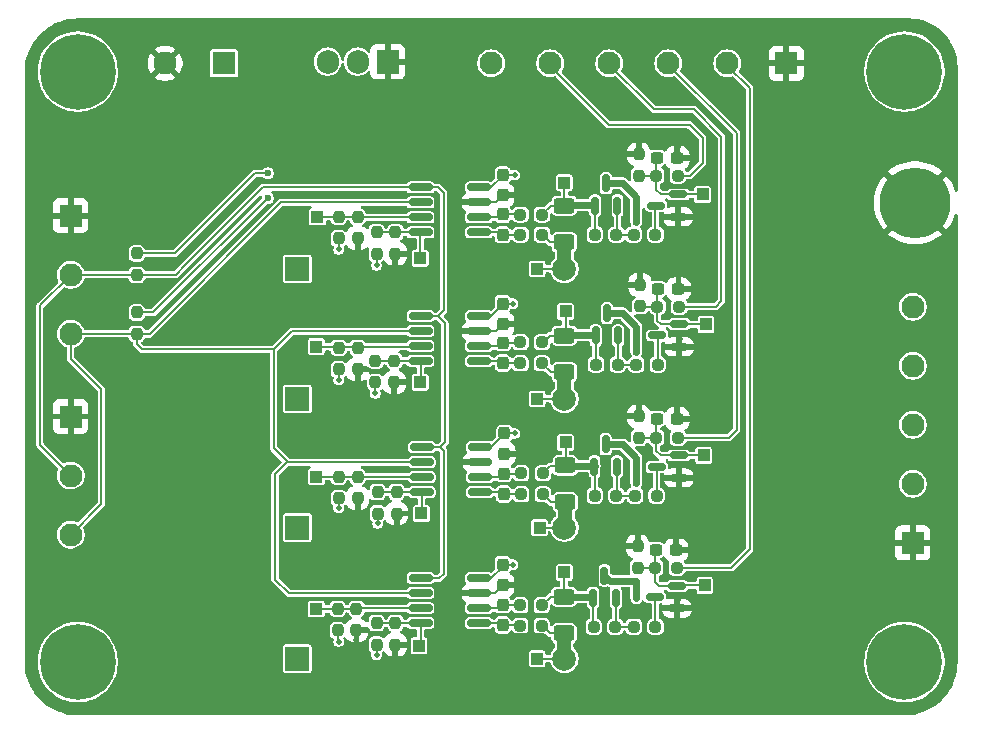
<source format=gbl>
%TF.GenerationSoftware,KiCad,Pcbnew,9.0.0*%
%TF.CreationDate,2025-03-25T18:58:08+01:00*%
%TF.ProjectId,HeatingBoard,48656174-696e-4674-926f-6172642e6b69,V1*%
%TF.SameCoordinates,Original*%
%TF.FileFunction,Copper,L2,Bot*%
%TF.FilePolarity,Positive*%
%FSLAX46Y46*%
G04 Gerber Fmt 4.6, Leading zero omitted, Abs format (unit mm)*
G04 Created by KiCad (PCBNEW 9.0.0) date 2025-03-25 18:58:08*
%MOMM*%
%LPD*%
G01*
G04 APERTURE LIST*
G04 Aperture macros list*
%AMRoundRect*
0 Rectangle with rounded corners*
0 $1 Rounding radius*
0 $2 $3 $4 $5 $6 $7 $8 $9 X,Y pos of 4 corners*
0 Add a 4 corners polygon primitive as box body*
4,1,4,$2,$3,$4,$5,$6,$7,$8,$9,$2,$3,0*
0 Add four circle primitives for the rounded corners*
1,1,$1+$1,$2,$3*
1,1,$1+$1,$4,$5*
1,1,$1+$1,$6,$7*
1,1,$1+$1,$8,$9*
0 Add four rect primitives between the rounded corners*
20,1,$1+$1,$2,$3,$4,$5,0*
20,1,$1+$1,$4,$5,$6,$7,0*
20,1,$1+$1,$6,$7,$8,$9,0*
20,1,$1+$1,$8,$9,$2,$3,0*%
G04 Aperture macros list end*
%TA.AperFunction,SMDPad,CuDef*%
%ADD10RoundRect,0.150000X0.587500X0.150000X-0.587500X0.150000X-0.587500X-0.150000X0.587500X-0.150000X0*%
%TD*%
%TA.AperFunction,SMDPad,CuDef*%
%ADD11RoundRect,0.150000X0.150000X-0.587500X0.150000X0.587500X-0.150000X0.587500X-0.150000X-0.587500X0*%
%TD*%
%TA.AperFunction,ComponentPad*%
%ADD12R,1.950000X1.950000*%
%TD*%
%TA.AperFunction,ComponentPad*%
%ADD13C,1.950000*%
%TD*%
%TA.AperFunction,ComponentPad*%
%ADD14C,6.400000*%
%TD*%
%TA.AperFunction,ComponentPad*%
%ADD15R,2.006600X2.006600*%
%TD*%
%TA.AperFunction,ComponentPad*%
%ADD16C,2.006600*%
%TD*%
%TA.AperFunction,ComponentPad*%
%ADD17C,6.000000*%
%TD*%
%TA.AperFunction,ComponentPad*%
%ADD18R,1.905000X2.000000*%
%TD*%
%TA.AperFunction,ComponentPad*%
%ADD19O,1.905000X2.000000*%
%TD*%
%TA.AperFunction,SMDPad,CuDef*%
%ADD20RoundRect,0.237500X0.250000X0.237500X-0.250000X0.237500X-0.250000X-0.237500X0.250000X-0.237500X0*%
%TD*%
%TA.AperFunction,ComponentPad*%
%ADD21R,1.000000X1.000000*%
%TD*%
%TA.AperFunction,SMDPad,CuDef*%
%ADD22RoundRect,0.237500X0.237500X-0.250000X0.237500X0.250000X-0.237500X0.250000X-0.237500X-0.250000X0*%
%TD*%
%TA.AperFunction,SMDPad,CuDef*%
%ADD23RoundRect,0.237500X-0.237500X0.250000X-0.237500X-0.250000X0.237500X-0.250000X0.237500X0.250000X0*%
%TD*%
%TA.AperFunction,SMDPad,CuDef*%
%ADD24RoundRect,0.237500X-0.300000X-0.237500X0.300000X-0.237500X0.300000X0.237500X-0.300000X0.237500X0*%
%TD*%
%TA.AperFunction,SMDPad,CuDef*%
%ADD25RoundRect,0.150000X-0.825000X-0.150000X0.825000X-0.150000X0.825000X0.150000X-0.825000X0.150000X0*%
%TD*%
%TA.AperFunction,SMDPad,CuDef*%
%ADD26RoundRect,0.237500X-0.250000X-0.237500X0.250000X-0.237500X0.250000X0.237500X-0.250000X0.237500X0*%
%TD*%
%TA.AperFunction,SMDPad,CuDef*%
%ADD27RoundRect,0.237500X0.237500X-0.300000X0.237500X0.300000X-0.237500X0.300000X-0.237500X-0.300000X0*%
%TD*%
%TA.AperFunction,SMDPad,CuDef*%
%ADD28RoundRect,0.250000X0.625000X-0.400000X0.625000X0.400000X-0.625000X0.400000X-0.625000X-0.400000X0*%
%TD*%
%TA.AperFunction,SMDPad,CuDef*%
%ADD29RoundRect,0.237500X-0.237500X0.300000X-0.237500X-0.300000X0.237500X-0.300000X0.237500X0.300000X0*%
%TD*%
%TA.AperFunction,ViaPad*%
%ADD30C,0.600000*%
%TD*%
%TA.AperFunction,ViaPad*%
%ADD31C,0.500000*%
%TD*%
%TA.AperFunction,Conductor*%
%ADD32C,0.200000*%
%TD*%
%TA.AperFunction,Conductor*%
%ADD33C,0.600000*%
%TD*%
%TA.AperFunction,Conductor*%
%ADD34C,1.200000*%
%TD*%
G04 APERTURE END LIST*
D10*
%TO.P,U12,3*%
%TO.N,Net-(R35-Pad2)*%
X164012500Y-108450000D03*
%TO.P,U12,2*%
%TO.N,GND*%
X165887500Y-109400000D03*
%TO.P,U12,1*%
%TO.N,Net-(C8-Pad1)*%
X165887500Y-107500000D03*
%TD*%
D11*
%TO.P,U8,3*%
%TO.N,/VOUT3*%
X159700000Y-106562500D03*
%TO.P,U8,2*%
%TO.N,Net-(R32-Pad1)*%
X158750000Y-108437500D03*
%TO.P,U8,1*%
%TO.N,Net-(R34-Pad2)*%
X160650000Y-108437500D03*
%TD*%
D10*
%TO.P,U10,3*%
%TO.N,Net-(R13-Pad2)*%
X163962500Y-86350000D03*
%TO.P,U10,2*%
%TO.N,GND*%
X165837500Y-87300000D03*
%TO.P,U10,1*%
%TO.N,Net-(C2-Pad1)*%
X165837500Y-85400000D03*
%TD*%
D11*
%TO.P,U6,3*%
%TO.N,/VOUT1*%
X159750000Y-84462500D03*
%TO.P,U6,2*%
%TO.N,Net-(R10-Pad1)*%
X158800000Y-86337500D03*
%TO.P,U6,1*%
%TO.N,Net-(R12-Pad2)*%
X160700000Y-86337500D03*
%TD*%
%TO.P,U9,3*%
%TO.N,/VOUT4*%
X159600000Y-117662500D03*
%TO.P,U9,2*%
%TO.N,Net-(R43-Pad1)*%
X158650000Y-119537500D03*
%TO.P,U9,1*%
%TO.N,Net-(R45-Pad2)*%
X160550000Y-119537500D03*
%TD*%
D10*
%TO.P,U11,3*%
%TO.N,Net-(R24-Pad2)*%
X164062500Y-97337500D03*
%TO.P,U11,2*%
%TO.N,GND*%
X165937500Y-98287500D03*
%TO.P,U11,1*%
%TO.N,Net-(C5-Pad1)*%
X165937500Y-96387500D03*
%TD*%
%TO.P,U13,3*%
%TO.N,Net-(R46-Pad2)*%
X163862500Y-119500000D03*
%TO.P,U13,2*%
%TO.N,GND*%
X165737500Y-120450000D03*
%TO.P,U13,1*%
%TO.N,Net-(C11-Pad1)*%
X165737500Y-118550000D03*
%TD*%
D11*
%TO.P,U7,1*%
%TO.N,Net-(R23-Pad2)*%
X160750000Y-97337500D03*
%TO.P,U7,2*%
%TO.N,Net-(R21-Pad1)*%
X158850000Y-97337500D03*
%TO.P,U7,3*%
%TO.N,/VOUT2*%
X159800000Y-95462500D03*
%TD*%
D12*
%TO.P,J2,1,Pin_1*%
%TO.N,GND*%
X175000000Y-74300000D03*
D13*
%TO.P,J2,2,Pin_2*%
%TO.N,/PWM4*%
X170000000Y-74300000D03*
%TO.P,J2,3,Pin_3*%
%TO.N,/PWM3*%
X165000000Y-74300000D03*
%TO.P,J2,4,Pin_4*%
%TO.N,/PWM2*%
X160000000Y-74300000D03*
%TO.P,J2,5,Pin_5*%
%TO.N,/PWM1*%
X155000000Y-74300000D03*
%TO.P,J2,6,Pin_6*%
%TO.N,+3V3*%
X150000000Y-74300000D03*
%TD*%
D14*
%TO.P,H4,1,1*%
%TO.N,unconnected-(H4-Pad1)*%
X115000000Y-125000000D03*
%TD*%
D12*
%TO.P,J1,1,Pin_1*%
%TO.N,VBATT*%
X127400000Y-74300000D03*
D13*
%TO.P,J1,2,Pin_2*%
%TO.N,GND*%
X122400000Y-74300000D03*
%TD*%
D12*
%TO.P,J3,1,Pin_1*%
%TO.N,GND*%
X114400000Y-87200000D03*
D13*
%TO.P,J3,2,Pin_2*%
%TO.N,/SCL*%
X114400000Y-92200000D03*
%TO.P,J3,3,Pin_3*%
%TO.N,/SDA*%
X114400000Y-97200000D03*
%TD*%
D15*
%TO.P,F2,1*%
%TO.N,VBATT*%
X133600000Y-102700000D03*
D16*
%TO.P,F2,2*%
%TO.N,Net-(F2-Pad2)*%
X156200000Y-102700000D03*
%TD*%
D12*
%TO.P,J5,1,Pin_1*%
%TO.N,GND*%
X185700000Y-114900000D03*
D13*
%TO.P,J5,2,Pin_2*%
%TO.N,/VOUT4*%
X185700000Y-109900000D03*
%TO.P,J5,3,Pin_3*%
%TO.N,/VOUT3*%
X185700000Y-104900000D03*
%TO.P,J5,4,Pin_4*%
%TO.N,/VOUT2*%
X185700000Y-99900000D03*
%TO.P,J5,5,Pin_5*%
%TO.N,/VOUT1*%
X185700000Y-94900000D03*
%TD*%
D15*
%TO.P,F4,1*%
%TO.N,VBATT*%
X133600000Y-124700000D03*
D16*
%TO.P,F4,2*%
%TO.N,Net-(F4-Pad2)*%
X156200000Y-124700000D03*
%TD*%
D14*
%TO.P,H3,1,1*%
%TO.N,unconnected-(H3-Pad1)*%
X115000000Y-75000000D03*
%TD*%
D15*
%TO.P,F3,1*%
%TO.N,VBATT*%
X133600000Y-113600000D03*
D16*
%TO.P,F3,2*%
%TO.N,Net-(F3-Pad2)*%
X156200000Y-113600000D03*
%TD*%
D15*
%TO.P,F1,1*%
%TO.N,VBATT*%
X133600000Y-91700000D03*
D16*
%TO.P,F1,2*%
%TO.N,Net-(F1-Pad2)*%
X156200000Y-91700000D03*
%TD*%
D14*
%TO.P,H2,1,1*%
%TO.N,unconnected-(H2-Pad1)*%
X185000000Y-125000000D03*
%TD*%
D17*
%TO.P,TP1,1,1*%
%TO.N,GND*%
X185900000Y-86100000D03*
%TD*%
D12*
%TO.P,J4,1,Pin_1*%
%TO.N,GND*%
X114400000Y-104200000D03*
D13*
%TO.P,J4,2,Pin_2*%
%TO.N,/SCL*%
X114400000Y-109200000D03*
%TO.P,J4,3,Pin_3*%
%TO.N,/SDA*%
X114400000Y-114200000D03*
%TD*%
D18*
%TO.P,U5,1,GND*%
%TO.N,GND*%
X141240000Y-74155000D03*
D19*
%TO.P,U5,2,VO*%
%TO.N,+3V3*%
X138700000Y-74155000D03*
%TO.P,U5,3,VI*%
%TO.N,VBATT*%
X136160000Y-74155000D03*
%TD*%
D14*
%TO.P,H1,1,1*%
%TO.N,unconnected-(H1-Pad1)*%
X185000000Y-75000000D03*
%TD*%
D20*
%TO.P,R7,1*%
%TO.N,/PWM1*%
X165812500Y-83800000D03*
%TO.P,R7,2*%
%TO.N,Net-(C2-Pad1)*%
X163987500Y-83800000D03*
%TD*%
D21*
%TO.P,TP8,1,1*%
%TO.N,Net-(U2-A0)*%
X135200000Y-98276750D03*
%TD*%
D20*
%TO.P,R10,1*%
%TO.N,Net-(R10-Pad1)*%
X154312500Y-87100000D03*
%TO.P,R10,2*%
%TO.N,Net-(U1-IN-)*%
X152487500Y-87100000D03*
%TD*%
D21*
%TO.P,TP15,1,1*%
%TO.N,Net-(F3-Pad2)*%
X154100000Y-113600000D03*
%TD*%
D22*
%TO.P,R27,1*%
%TO.N,+3V3*%
X137100000Y-111112500D03*
%TO.P,R27,2*%
%TO.N,Net-(U3-A0)*%
X137100000Y-109287500D03*
%TD*%
D21*
%TO.P,TP7,1,1*%
%TO.N,Net-(U2-A1)*%
X144000000Y-101300000D03*
%TD*%
%TO.P,TP16,1,1*%
%TO.N,Net-(R32-Pad1)*%
X156300000Y-106400000D03*
%TD*%
D23*
%TO.P,R17,1*%
%TO.N,Net-(U2-A0)*%
X138700000Y-98387500D03*
%TO.P,R17,2*%
%TO.N,GND*%
X138700000Y-100212500D03*
%TD*%
D20*
%TO.P,R43,1*%
%TO.N,Net-(R43-Pad1)*%
X154287500Y-120195000D03*
%TO.P,R43,2*%
%TO.N,Net-(U4-IN-)*%
X152462500Y-120195000D03*
%TD*%
%TO.P,R18,1*%
%TO.N,/PWM2*%
X165912500Y-94900000D03*
%TO.P,R18,2*%
%TO.N,Net-(C5-Pad1)*%
X164087500Y-94900000D03*
%TD*%
%TO.P,R40,1*%
%TO.N,/PWM4*%
X165712500Y-117000000D03*
%TO.P,R40,2*%
%TO.N,Net-(C11-Pad1)*%
X163887500Y-117000000D03*
%TD*%
D23*
%TO.P,R15,1*%
%TO.N,Net-(U2-A1)*%
X141800000Y-99487500D03*
%TO.P,R15,2*%
%TO.N,GND*%
X141800000Y-101312500D03*
%TD*%
D21*
%TO.P,TP13,1,1*%
%TO.N,Net-(U3-A0)*%
X135200000Y-109300000D03*
%TD*%
D23*
%TO.P,R2,1*%
%TO.N,+3V3*%
X120000000Y-95387500D03*
%TO.P,R2,2*%
%TO.N,/SDA*%
X120000000Y-97212500D03*
%TD*%
D21*
%TO.P,TP17,1,1*%
%TO.N,Net-(U4-A1)*%
X143900000Y-123600000D03*
%TD*%
D24*
%TO.P,C11,1*%
%TO.N,Net-(C11-Pad1)*%
X163937500Y-115500000D03*
%TO.P,C11,2*%
%TO.N,GND*%
X165662500Y-115500000D03*
%TD*%
D22*
%TO.P,R25,1*%
%TO.N,+3V3*%
X140400000Y-112412500D03*
%TO.P,R25,2*%
%TO.N,Net-(U3-A1)*%
X140400000Y-110587500D03*
%TD*%
D25*
%TO.P,U4,1,A1*%
%TO.N,Net-(U4-A1)*%
X144025000Y-121705000D03*
%TO.P,U4,2,A0*%
%TO.N,Net-(U4-A0)*%
X144025000Y-120435000D03*
%TO.P,U4,3,SDA*%
%TO.N,/SDA*%
X144025000Y-119165000D03*
%TO.P,U4,4,SCL*%
%TO.N,/SCL*%
X144025000Y-117895000D03*
%TO.P,U4,5,VS*%
%TO.N,+3V3*%
X148975000Y-117895000D03*
%TO.P,U4,6,GND*%
%TO.N,GND*%
X148975000Y-119165000D03*
%TO.P,U4,7,IN-*%
%TO.N,Net-(U4-IN-)*%
X148975000Y-120435000D03*
%TO.P,U4,8,IN+*%
%TO.N,Net-(U4-IN+)*%
X148975000Y-121705000D03*
%TD*%
D26*
%TO.P,R20,1*%
%TO.N,Net-(U2-IN+)*%
X152487500Y-99700000D03*
%TO.P,R20,2*%
%TO.N,Net-(F2-Pad2)*%
X154312500Y-99700000D03*
%TD*%
D27*
%TO.P,C12,1*%
%TO.N,Net-(U4-IN+)*%
X150975000Y-121857500D03*
%TO.P,C12,2*%
%TO.N,Net-(U4-IN-)*%
X150975000Y-120132500D03*
%TD*%
D21*
%TO.P,TP3,1,1*%
%TO.N,Net-(U1-A0)*%
X135300000Y-87300000D03*
%TD*%
D26*
%TO.P,R46,1*%
%TO.N,Net-(R45-Pad2)*%
X162087500Y-122000000D03*
%TO.P,R46,2*%
%TO.N,Net-(R46-Pad2)*%
X163912500Y-122000000D03*
%TD*%
D27*
%TO.P,C9,1*%
%TO.N,Net-(U3-IN+)*%
X151075000Y-110757500D03*
%TO.P,C9,2*%
%TO.N,Net-(U3-IN-)*%
X151075000Y-109032500D03*
%TD*%
D26*
%TO.P,R24,1*%
%TO.N,Net-(R23-Pad2)*%
X162287500Y-99800000D03*
%TO.P,R24,2*%
%TO.N,Net-(R24-Pad2)*%
X164112500Y-99800000D03*
%TD*%
D22*
%TO.P,R5,1*%
%TO.N,+3V3*%
X137100000Y-89112500D03*
%TO.P,R5,2*%
%TO.N,Net-(U1-A0)*%
X137100000Y-87287500D03*
%TD*%
D24*
%TO.P,C2,1*%
%TO.N,Net-(C2-Pad1)*%
X164037500Y-82300000D03*
%TO.P,C2,2*%
%TO.N,GND*%
X165762500Y-82300000D03*
%TD*%
D21*
%TO.P,TP20,1,1*%
%TO.N,Net-(F4-Pad2)*%
X153900000Y-124700000D03*
%TD*%
%TO.P,TP10,1,1*%
%TO.N,Net-(F2-Pad2)*%
X153900000Y-102700000D03*
%TD*%
D28*
%TO.P,R22,1*%
%TO.N,Net-(F2-Pad2)*%
X156200000Y-100450000D03*
%TO.P,R22,2*%
%TO.N,Net-(R21-Pad1)*%
X156200000Y-97350000D03*
%TD*%
%TO.P,R44,1*%
%TO.N,Net-(F4-Pad2)*%
X156175000Y-122545000D03*
%TO.P,R44,2*%
%TO.N,Net-(R43-Pad1)*%
X156175000Y-119445000D03*
%TD*%
D27*
%TO.P,C6,1*%
%TO.N,Net-(U2-IN+)*%
X151000000Y-99662500D03*
%TO.P,C6,2*%
%TO.N,Net-(U2-IN-)*%
X151000000Y-97937500D03*
%TD*%
D21*
%TO.P,TP9,1,1*%
%TO.N,Net-(C5-Pad1)*%
X168200000Y-96400000D03*
%TD*%
D24*
%TO.P,C8,1*%
%TO.N,Net-(C8-Pad1)*%
X164037500Y-104400000D03*
%TO.P,C8,2*%
%TO.N,GND*%
X165762500Y-104400000D03*
%TD*%
D23*
%TO.P,R26,1*%
%TO.N,Net-(U3-A1)*%
X142000000Y-110587500D03*
%TO.P,R26,2*%
%TO.N,GND*%
X142000000Y-112412500D03*
%TD*%
D29*
%TO.P,C4,1*%
%TO.N,+3V3*%
X151000000Y-94637500D03*
%TO.P,C4,2*%
%TO.N,GND*%
X151000000Y-96362500D03*
%TD*%
D21*
%TO.P,TP11,1,1*%
%TO.N,Net-(R21-Pad1)*%
X156300000Y-95300000D03*
%TD*%
D20*
%TO.P,R32,1*%
%TO.N,Net-(R32-Pad1)*%
X154387500Y-108995000D03*
%TO.P,R32,2*%
%TO.N,Net-(U3-IN-)*%
X152562500Y-108995000D03*
%TD*%
D22*
%TO.P,R41,1*%
%TO.N,Net-(C11-Pad1)*%
X162400000Y-117012500D03*
%TO.P,R41,2*%
%TO.N,GND*%
X162400000Y-115187500D03*
%TD*%
D21*
%TO.P,TP4,1,1*%
%TO.N,Net-(C2-Pad1)*%
X167900000Y-85400000D03*
%TD*%
D23*
%TO.P,R6,1*%
%TO.N,Net-(U1-A0)*%
X138700000Y-87287500D03*
%TO.P,R6,2*%
%TO.N,GND*%
X138700000Y-89112500D03*
%TD*%
D21*
%TO.P,TP5,1,1*%
%TO.N,Net-(F1-Pad2)*%
X153900000Y-91700000D03*
%TD*%
D29*
%TO.P,C10,1*%
%TO.N,+3V3*%
X151000000Y-116737500D03*
%TO.P,C10,2*%
%TO.N,GND*%
X151000000Y-118462500D03*
%TD*%
D26*
%TO.P,R13,1*%
%TO.N,Net-(R12-Pad2)*%
X162087500Y-88800000D03*
%TO.P,R13,2*%
%TO.N,Net-(R13-Pad2)*%
X163912500Y-88800000D03*
%TD*%
%TO.P,R31,1*%
%TO.N,Net-(U3-IN+)*%
X152562500Y-110795000D03*
%TO.P,R31,2*%
%TO.N,Net-(F3-Pad2)*%
X154387500Y-110795000D03*
%TD*%
D20*
%TO.P,R29,1*%
%TO.N,/PWM3*%
X165812500Y-106000000D03*
%TO.P,R29,2*%
%TO.N,Net-(C8-Pad1)*%
X163987500Y-106000000D03*
%TD*%
D29*
%TO.P,C1,1*%
%TO.N,+3V3*%
X151000000Y-83737500D03*
%TO.P,C1,2*%
%TO.N,GND*%
X151000000Y-85462500D03*
%TD*%
D25*
%TO.P,U3,1,A1*%
%TO.N,Net-(U3-A1)*%
X144125000Y-110605000D03*
%TO.P,U3,2,A0*%
%TO.N,Net-(U3-A0)*%
X144125000Y-109335000D03*
%TO.P,U3,3,SDA*%
%TO.N,/SDA*%
X144125000Y-108065000D03*
%TO.P,U3,4,SCL*%
%TO.N,/SCL*%
X144125000Y-106795000D03*
%TO.P,U3,5,VS*%
%TO.N,+3V3*%
X149075000Y-106795000D03*
%TO.P,U3,6,GND*%
%TO.N,GND*%
X149075000Y-108065000D03*
%TO.P,U3,7,IN-*%
%TO.N,Net-(U3-IN-)*%
X149075000Y-109335000D03*
%TO.P,U3,8,IN+*%
%TO.N,Net-(U3-IN+)*%
X149075000Y-110605000D03*
%TD*%
D21*
%TO.P,TP2,1,1*%
%TO.N,Net-(U1-A1)*%
X144000000Y-90800000D03*
%TD*%
D26*
%TO.P,R42,1*%
%TO.N,Net-(U4-IN+)*%
X152462500Y-121895000D03*
%TO.P,R42,2*%
%TO.N,Net-(F4-Pad2)*%
X154287500Y-121895000D03*
%TD*%
%TO.P,R34,1*%
%TO.N,Net-(R32-Pad1)*%
X158787500Y-110900000D03*
%TO.P,R34,2*%
%TO.N,Net-(R34-Pad2)*%
X160612500Y-110900000D03*
%TD*%
D22*
%TO.P,R19,1*%
%TO.N,Net-(C5-Pad1)*%
X162600000Y-94862500D03*
%TO.P,R19,2*%
%TO.N,GND*%
X162600000Y-93037500D03*
%TD*%
D27*
%TO.P,C3,1*%
%TO.N,Net-(U1-IN+)*%
X151000000Y-88812500D03*
%TO.P,C3,2*%
%TO.N,Net-(U1-IN-)*%
X151000000Y-87087500D03*
%TD*%
D22*
%TO.P,R8,1*%
%TO.N,Net-(C2-Pad1)*%
X162500000Y-83812500D03*
%TO.P,R8,2*%
%TO.N,GND*%
X162500000Y-81987500D03*
%TD*%
D25*
%TO.P,U2,1,A1*%
%TO.N,Net-(U2-A1)*%
X144025000Y-99505000D03*
%TO.P,U2,2,A0*%
%TO.N,Net-(U2-A0)*%
X144025000Y-98235000D03*
%TO.P,U2,3,SDA*%
%TO.N,/SDA*%
X144025000Y-96965000D03*
%TO.P,U2,4,SCL*%
%TO.N,/SCL*%
X144025000Y-95695000D03*
%TO.P,U2,5,VS*%
%TO.N,+3V3*%
X148975000Y-95695000D03*
%TO.P,U2,6,GND*%
%TO.N,GND*%
X148975000Y-96965000D03*
%TO.P,U2,7,IN-*%
%TO.N,Net-(U2-IN-)*%
X148975000Y-98235000D03*
%TO.P,U2,8,IN+*%
%TO.N,Net-(U2-IN+)*%
X148975000Y-99505000D03*
%TD*%
D26*
%TO.P,R9,1*%
%TO.N,Net-(U1-IN+)*%
X152487500Y-88800000D03*
%TO.P,R9,2*%
%TO.N,Net-(F1-Pad2)*%
X154312500Y-88800000D03*
%TD*%
D22*
%TO.P,R38,1*%
%TO.N,+3V3*%
X137000000Y-122312500D03*
%TO.P,R38,2*%
%TO.N,Net-(U4-A0)*%
X137000000Y-120487500D03*
%TD*%
D29*
%TO.P,C7,1*%
%TO.N,+3V3*%
X151100000Y-105637500D03*
%TO.P,C7,2*%
%TO.N,GND*%
X151100000Y-107362500D03*
%TD*%
D23*
%TO.P,R1,1*%
%TO.N,+3V3*%
X120000000Y-90387500D03*
%TO.P,R1,2*%
%TO.N,/SCL*%
X120000000Y-92212500D03*
%TD*%
D20*
%TO.P,R21,1*%
%TO.N,Net-(R21-Pad1)*%
X154312500Y-97900000D03*
%TO.P,R21,2*%
%TO.N,Net-(U2-IN-)*%
X152487500Y-97900000D03*
%TD*%
D24*
%TO.P,C5,1*%
%TO.N,Net-(C5-Pad1)*%
X164137500Y-93400000D03*
%TO.P,C5,2*%
%TO.N,GND*%
X165862500Y-93400000D03*
%TD*%
D25*
%TO.P,U1,1,A1*%
%TO.N,Net-(U1-A1)*%
X144025000Y-88605000D03*
%TO.P,U1,2,A0*%
%TO.N,Net-(U1-A0)*%
X144025000Y-87335000D03*
%TO.P,U1,3,SDA*%
%TO.N,/SDA*%
X144025000Y-86065000D03*
%TO.P,U1,4,SCL*%
%TO.N,/SCL*%
X144025000Y-84795000D03*
%TO.P,U1,5,VS*%
%TO.N,+3V3*%
X148975000Y-84795000D03*
%TO.P,U1,6,GND*%
%TO.N,GND*%
X148975000Y-86065000D03*
%TO.P,U1,7,IN-*%
%TO.N,Net-(U1-IN-)*%
X148975000Y-87335000D03*
%TO.P,U1,8,IN+*%
%TO.N,Net-(U1-IN+)*%
X148975000Y-88605000D03*
%TD*%
D28*
%TO.P,R33,1*%
%TO.N,Net-(F3-Pad2)*%
X156275000Y-111445000D03*
%TO.P,R33,2*%
%TO.N,Net-(R32-Pad1)*%
X156275000Y-108345000D03*
%TD*%
D26*
%TO.P,R23,1*%
%TO.N,Net-(R21-Pad1)*%
X158887500Y-99800000D03*
%TO.P,R23,2*%
%TO.N,Net-(R23-Pad2)*%
X160712500Y-99800000D03*
%TD*%
%TO.P,R12,1*%
%TO.N,Net-(R10-Pad1)*%
X158787500Y-88800000D03*
%TO.P,R12,2*%
%TO.N,Net-(R12-Pad2)*%
X160612500Y-88800000D03*
%TD*%
D23*
%TO.P,R39,1*%
%TO.N,Net-(U4-A0)*%
X138600000Y-120487500D03*
%TO.P,R39,2*%
%TO.N,GND*%
X138600000Y-122312500D03*
%TD*%
%TO.P,R28,1*%
%TO.N,Net-(U3-A0)*%
X138700000Y-109287500D03*
%TO.P,R28,2*%
%TO.N,GND*%
X138700000Y-111112500D03*
%TD*%
%TO.P,R37,1*%
%TO.N,Net-(U4-A1)*%
X141900000Y-121687500D03*
%TO.P,R37,2*%
%TO.N,GND*%
X141900000Y-123512500D03*
%TD*%
D21*
%TO.P,TP12,1,1*%
%TO.N,Net-(U3-A1)*%
X144100000Y-112400000D03*
%TD*%
D22*
%TO.P,R14,1*%
%TO.N,+3V3*%
X140200000Y-101312500D03*
%TO.P,R14,2*%
%TO.N,Net-(U2-A1)*%
X140200000Y-99487500D03*
%TD*%
D23*
%TO.P,R4,1*%
%TO.N,Net-(U1-A1)*%
X141900000Y-88587500D03*
%TO.P,R4,2*%
%TO.N,GND*%
X141900000Y-90412500D03*
%TD*%
D21*
%TO.P,TP18,1,1*%
%TO.N,Net-(U4-A0)*%
X135200000Y-120500000D03*
%TD*%
%TO.P,TP6,1,1*%
%TO.N,Net-(R10-Pad1)*%
X156200000Y-84400000D03*
%TD*%
D26*
%TO.P,R35,1*%
%TO.N,Net-(R34-Pad2)*%
X162187500Y-110900000D03*
%TO.P,R35,2*%
%TO.N,Net-(R35-Pad2)*%
X164012500Y-110900000D03*
%TD*%
D21*
%TO.P,TP19,1,1*%
%TO.N,Net-(C11-Pad1)*%
X168100000Y-118500000D03*
%TD*%
D28*
%TO.P,R11,1*%
%TO.N,Net-(F1-Pad2)*%
X156200000Y-89450000D03*
%TO.P,R11,2*%
%TO.N,Net-(R10-Pad1)*%
X156200000Y-86350000D03*
%TD*%
D22*
%TO.P,R3,1*%
%TO.N,+3V3*%
X140300000Y-90412500D03*
%TO.P,R3,2*%
%TO.N,Net-(U1-A1)*%
X140300000Y-88587500D03*
%TD*%
%TO.P,R30,1*%
%TO.N,Net-(C8-Pad1)*%
X162500000Y-106012500D03*
%TO.P,R30,2*%
%TO.N,GND*%
X162500000Y-104187500D03*
%TD*%
D26*
%TO.P,R45,1*%
%TO.N,Net-(R43-Pad1)*%
X158687500Y-122000000D03*
%TO.P,R45,2*%
%TO.N,Net-(R45-Pad2)*%
X160512500Y-122000000D03*
%TD*%
D21*
%TO.P,TP21,1,1*%
%TO.N,Net-(R43-Pad1)*%
X156200000Y-117400000D03*
%TD*%
D22*
%TO.P,R16,1*%
%TO.N,+3V3*%
X137100000Y-100212500D03*
%TO.P,R16,2*%
%TO.N,Net-(U2-A0)*%
X137100000Y-98387500D03*
%TD*%
%TO.P,R36,1*%
%TO.N,+3V3*%
X140300000Y-123512500D03*
%TO.P,R36,2*%
%TO.N,Net-(U4-A1)*%
X140300000Y-121687500D03*
%TD*%
D21*
%TO.P,TP14,1,1*%
%TO.N,Net-(C8-Pad1)*%
X168000000Y-107500000D03*
%TD*%
D30*
%TO.N,GND*%
X165850000Y-88050000D03*
%TO.N,+3V3*%
X131100000Y-83600000D03*
D31*
X152000000Y-105637500D03*
X140300000Y-91400000D03*
X151850000Y-116750000D03*
X137100000Y-123250000D03*
X151862500Y-94637500D03*
X152000000Y-83737500D03*
X140200000Y-102250000D03*
X140300000Y-124400000D03*
X137100000Y-111950000D03*
X137100000Y-101100000D03*
X137100000Y-90050000D03*
X140400000Y-113250000D03*
D30*
X131100000Y-85700000D03*
%TO.N,GND*%
X120000000Y-110000000D03*
D31*
X166700000Y-93400000D03*
D30*
X180000000Y-102500000D03*
X152500000Y-112500000D03*
X147500000Y-112500000D03*
X120000000Y-80000000D03*
D31*
X138700000Y-101150000D03*
D30*
X167500000Y-102500000D03*
X180000000Y-75000000D03*
D31*
X151862500Y-96362500D03*
D30*
X150000000Y-115000000D03*
D31*
X161550000Y-115187500D03*
D30*
X175000000Y-115000000D03*
X125000000Y-95000000D03*
X165000000Y-90000000D03*
X115000000Y-85000000D03*
X150000000Y-102500000D03*
X130000000Y-105000000D03*
X147500000Y-80000000D03*
D31*
X141800000Y-102300000D03*
D30*
X147500000Y-110000000D03*
D31*
X161600000Y-81987500D03*
D30*
X175000000Y-80000000D03*
D31*
X166500000Y-115500000D03*
D30*
X147500000Y-125000000D03*
X185000000Y-102500000D03*
X152500000Y-80000000D03*
X125000000Y-80000000D03*
X147500000Y-102500000D03*
X185000000Y-107500000D03*
X155000000Y-80000000D03*
X147500000Y-72500000D03*
X155000000Y-82500000D03*
D31*
X165800000Y-119700000D03*
D30*
X165000000Y-125000000D03*
X125000000Y-115000000D03*
X130000000Y-100000000D03*
X125000000Y-110000000D03*
X125000000Y-85000000D03*
X120000000Y-125000000D03*
X180000000Y-80000000D03*
X130000000Y-125000000D03*
X135000000Y-127500000D03*
X125000000Y-100000000D03*
D31*
X152050000Y-107350000D03*
D30*
X142500000Y-77500000D03*
X160000000Y-105000000D03*
X160000000Y-102500000D03*
X160000000Y-125000000D03*
X185000000Y-120000000D03*
X155000000Y-105000000D03*
X162500000Y-102500000D03*
X180000000Y-125000000D03*
X130000000Y-127500000D03*
D31*
X138600000Y-123100000D03*
X165875000Y-109075000D03*
D30*
X185000000Y-80000000D03*
X130000000Y-95000000D03*
X157500000Y-80000000D03*
X120000000Y-120000000D03*
X125000000Y-120000000D03*
D31*
X151850000Y-118450000D03*
D30*
X180000000Y-120000000D03*
X162500000Y-112500000D03*
X160000000Y-115000000D03*
X175000000Y-97500000D03*
X180000000Y-110000000D03*
X160000000Y-112500000D03*
X157500000Y-105000000D03*
X175000000Y-85000000D03*
D31*
X142000000Y-113250000D03*
D30*
X145000000Y-72500000D03*
X152500000Y-102500000D03*
X130000000Y-110000000D03*
X175000000Y-120000000D03*
X147500000Y-77500000D03*
X170000000Y-125000000D03*
X141850000Y-71650000D03*
X175000000Y-110000000D03*
X155000000Y-77500000D03*
X150000000Y-112500000D03*
X150000000Y-125000000D03*
X147500000Y-75000000D03*
D31*
X141900000Y-91350000D03*
D30*
X180000000Y-85000000D03*
X155000000Y-115000000D03*
D31*
X141900000Y-124400000D03*
D30*
X145000000Y-75000000D03*
X175000000Y-90000000D03*
D31*
X161662500Y-93087500D03*
X165800000Y-81400000D03*
X152062500Y-85462500D03*
D30*
X120000000Y-100000000D03*
X152500000Y-115000000D03*
D31*
X161400000Y-104200000D03*
D30*
X140000000Y-127500000D03*
X185000000Y-97500000D03*
D31*
X138700000Y-90000000D03*
D30*
X125000000Y-125000000D03*
X130000000Y-120000000D03*
X167500000Y-92500000D03*
X175000000Y-102500000D03*
X175000000Y-125000000D03*
X120000000Y-85000000D03*
X130000000Y-115000000D03*
X120000000Y-105000000D03*
X167500000Y-90000000D03*
X145000000Y-127500000D03*
X165000000Y-102500000D03*
X120000000Y-115000000D03*
X180000000Y-90000000D03*
D31*
X166900000Y-104500000D03*
D30*
X157500000Y-115000000D03*
D31*
X165975000Y-97600000D03*
D30*
X147500000Y-115000000D03*
X115000000Y-80000000D03*
X125000000Y-105000000D03*
D31*
X138700000Y-111900000D03*
D30*
X170000000Y-120000000D03*
X142500000Y-80000000D03*
X180000000Y-115000000D03*
X133050000Y-71650000D03*
X115000000Y-120000000D03*
X180000000Y-97500000D03*
%TO.N,/VOUT2*%
X162300000Y-98000000D03*
D31*
X162300000Y-96600000D03*
X162300000Y-97300000D03*
D30*
X162300000Y-98700000D03*
%TO.N,/VOUT3*%
X162300000Y-109800000D03*
X162300000Y-109100000D03*
D31*
X162300000Y-108300000D03*
X162300000Y-107700000D03*
D30*
%TO.N,/VOUT4*%
X162300000Y-118100000D03*
D31*
X162300000Y-119600000D03*
X162300000Y-118800000D03*
%TO.N,/VOUT1*%
X162300000Y-85600000D03*
D30*
X162300000Y-87000000D03*
X162300000Y-87700000D03*
D31*
X162300000Y-86300000D03*
%TD*%
D32*
%TO.N,Net-(R23-Pad2)*%
X160750000Y-99762500D02*
X160712500Y-99800000D01*
X160750000Y-97337500D02*
X160750000Y-99762500D01*
D33*
%TO.N,/VOUT3*%
X161162500Y-106562500D02*
X159700000Y-106562500D01*
X162300000Y-107700000D02*
X161162500Y-106562500D01*
D32*
%TO.N,Net-(R34-Pad2)*%
X160650000Y-110862500D02*
X160612500Y-110900000D01*
X160650000Y-108437500D02*
X160650000Y-110862500D01*
%TO.N,Net-(R35-Pad2)*%
X164012500Y-108450000D02*
X164012500Y-110900000D01*
%TO.N,Net-(C8-Pad1)*%
X163987500Y-107137500D02*
X163987500Y-106000000D01*
X164350000Y-107500000D02*
X163987500Y-107137500D01*
X165887500Y-107500000D02*
X164350000Y-107500000D01*
X168000000Y-107500000D02*
X165887500Y-107500000D01*
%TO.N,GND*%
X165837500Y-87837500D02*
X165837500Y-87300000D01*
X165850000Y-88050000D02*
X165850000Y-87850000D01*
X165850000Y-87850000D02*
X165837500Y-87837500D01*
%TO.N,Net-(R12-Pad2)*%
X160700000Y-88712500D02*
X160612500Y-88800000D01*
X160700000Y-86337500D02*
X160700000Y-88712500D01*
D33*
%TO.N,/VOUT1*%
X161162500Y-84462500D02*
X159750000Y-84462500D01*
X162300000Y-85600000D02*
X161162500Y-84462500D01*
D32*
%TO.N,Net-(C2-Pad1)*%
X163987500Y-84987500D02*
X164400000Y-85400000D01*
X163987500Y-83800000D02*
X163987500Y-84987500D01*
X164400000Y-85400000D02*
X165837500Y-85400000D01*
X167900000Y-85400000D02*
X165837500Y-85400000D01*
%TO.N,Net-(R13-Pad2)*%
X163912500Y-86400000D02*
X163962500Y-86350000D01*
X163912500Y-88800000D02*
X163912500Y-86400000D01*
D33*
%TO.N,/VOUT4*%
X160037500Y-118100000D02*
X159600000Y-117662500D01*
X162300000Y-118100000D02*
X160037500Y-118100000D01*
D32*
%TO.N,Net-(R45-Pad2)*%
X160537500Y-121975000D02*
X160512500Y-122000000D01*
X160537500Y-119550000D02*
X160537500Y-121975000D01*
X160550000Y-119537500D02*
X160537500Y-119550000D01*
%TO.N,Net-(C11-Pad1)*%
X164250000Y-118550000D02*
X163887500Y-118187500D01*
X163887500Y-118187500D02*
X163887500Y-117000000D01*
X165737500Y-118550000D02*
X164250000Y-118550000D01*
X165787500Y-118500000D02*
X165737500Y-118550000D01*
X168100000Y-118500000D02*
X165787500Y-118500000D01*
%TO.N,GND*%
X165800000Y-120387500D02*
X165737500Y-120450000D01*
X165800000Y-119700000D02*
X165800000Y-120387500D01*
%TO.N,Net-(R46-Pad2)*%
X163912500Y-122000000D02*
X163912500Y-119550000D01*
X163912500Y-119550000D02*
X163862500Y-119500000D01*
%TO.N,Net-(R24-Pad2)*%
X164112500Y-97350000D02*
X164062500Y-97300000D01*
X164112500Y-99800000D02*
X164112500Y-97350000D01*
X164062500Y-99750000D02*
X164112500Y-99800000D01*
%TO.N,Net-(C5-Pad1)*%
X164087500Y-96087500D02*
X164087500Y-94900000D01*
X164350000Y-96350000D02*
X164087500Y-96087500D01*
X166037500Y-96350000D02*
X164350000Y-96350000D01*
X166087500Y-96400000D02*
X166037500Y-96350000D01*
X168200000Y-96400000D02*
X166087500Y-96400000D01*
%TO.N,GND*%
X165975000Y-98187500D02*
X166037500Y-98250000D01*
X165975000Y-97600000D02*
X165975000Y-98187500D01*
D33*
%TO.N,/VOUT2*%
X161162500Y-95462500D02*
X159800000Y-95462500D01*
X162300000Y-96600000D02*
X161162500Y-95462500D01*
D32*
%TO.N,+3V3*%
X137100000Y-123250000D02*
X137000000Y-123150000D01*
X121412500Y-95387500D02*
X120000000Y-95387500D01*
X152037500Y-83737500D02*
X152100000Y-83800000D01*
X151000000Y-83800000D02*
X151000000Y-83737500D01*
X151000000Y-94700000D02*
X151000000Y-94637500D01*
X151862500Y-94637500D02*
X151900000Y-94600000D01*
X151837500Y-116737500D02*
X151850000Y-116750000D01*
X151000000Y-116737500D02*
X151837500Y-116737500D01*
X150005000Y-106795000D02*
X151100000Y-105700000D01*
X151000000Y-116900000D02*
X151000000Y-116737500D01*
X152000000Y-83737500D02*
X152037500Y-83737500D01*
X149995000Y-95695000D02*
X150000000Y-95700000D01*
X148975000Y-95695000D02*
X149995000Y-95695000D01*
X140300000Y-90412500D02*
X140300000Y-91400000D01*
X137100000Y-100212500D02*
X137100000Y-101100000D01*
X149075000Y-106795000D02*
X150005000Y-106795000D01*
X140200000Y-101312500D02*
X140200000Y-102250000D01*
X150005000Y-117895000D02*
X151000000Y-116900000D01*
X140300000Y-123512500D02*
X140300000Y-124400000D01*
X130000000Y-83600000D02*
X123212500Y-90387500D01*
X137100000Y-89112500D02*
X137100000Y-90050000D01*
X148975000Y-117895000D02*
X150005000Y-117895000D01*
X137100000Y-111112500D02*
X137100000Y-111950000D01*
X150000000Y-95700000D02*
X151000000Y-94700000D01*
X151100000Y-105637500D02*
X152000000Y-105637500D01*
X150005000Y-84795000D02*
X151000000Y-83800000D01*
X148975000Y-84795000D02*
X150005000Y-84795000D01*
X140400000Y-112412500D02*
X140400000Y-113250000D01*
X151000000Y-94637500D02*
X151862500Y-94637500D01*
X151000000Y-83737500D02*
X152000000Y-83737500D01*
X151100000Y-105700000D02*
X151100000Y-105637500D01*
X137000000Y-123150000D02*
X137000000Y-122312500D01*
X123212500Y-90387500D02*
X120000000Y-90387500D01*
X131100000Y-83600000D02*
X130000000Y-83600000D01*
X131100000Y-85700000D02*
X121412500Y-95387500D01*
X152000000Y-105637500D02*
X152037500Y-105637500D01*
%TO.N,GND*%
X162400000Y-115187500D02*
X161550000Y-115187500D01*
X151862500Y-96362500D02*
X151900000Y-96400000D01*
X165862500Y-93400000D02*
X166700000Y-93400000D01*
X150397500Y-86065000D02*
X151000000Y-85462500D01*
X150397500Y-96965000D02*
X151000000Y-96362500D01*
X148975000Y-86065000D02*
X150397500Y-86065000D01*
X138700000Y-111112500D02*
X138700000Y-111900000D01*
X161600000Y-81987500D02*
X162500000Y-81987500D01*
X142000000Y-112412500D02*
X142000000Y-113250000D01*
X162600000Y-93087500D02*
X161662500Y-93087500D01*
X152062500Y-85462500D02*
X152100000Y-85500000D01*
X148975000Y-96965000D02*
X150397500Y-96965000D01*
X151837500Y-118462500D02*
X151850000Y-118450000D01*
X138700000Y-89112500D02*
X138700000Y-90000000D01*
X151000000Y-96362500D02*
X151862500Y-96362500D01*
X138700000Y-100212500D02*
X138700000Y-101150000D01*
X148985000Y-119165000D02*
X149000000Y-119150000D01*
X151100000Y-107362500D02*
X152037500Y-107362500D01*
X141900000Y-90412500D02*
X141900000Y-91350000D01*
X152037500Y-107362500D02*
X152050000Y-107350000D01*
X165662500Y-115500000D02*
X166500000Y-115500000D01*
X149000000Y-119150000D02*
X150312500Y-119150000D01*
X165762500Y-81437500D02*
X165762500Y-82300000D01*
X151000000Y-85462500D02*
X152062500Y-85462500D01*
X165800000Y-81400000D02*
X165762500Y-81437500D01*
X141800000Y-101312500D02*
X141800000Y-102300000D01*
X166700000Y-93400000D02*
X166750000Y-93400000D01*
X162500000Y-104237500D02*
X161437500Y-104237500D01*
X148975000Y-119165000D02*
X148985000Y-119165000D01*
X152050000Y-107350000D02*
X152100000Y-107300000D01*
X151000000Y-118462500D02*
X151837500Y-118462500D01*
X165812500Y-104500000D02*
X166900000Y-104500000D01*
X141900000Y-123512500D02*
X141900000Y-124400000D01*
X150312500Y-119150000D02*
X151000000Y-118462500D01*
X161437500Y-104237500D02*
X161400000Y-104200000D01*
X138600000Y-122312500D02*
X138600000Y-123100000D01*
%TO.N,Net-(C2-Pad1)*%
X163987500Y-83800000D02*
X162512500Y-83800000D01*
X162512500Y-83800000D02*
X162500000Y-83812500D01*
X167850000Y-85350000D02*
X167900000Y-85400000D01*
X163962500Y-83825000D02*
X163987500Y-83800000D01*
X163987500Y-82350000D02*
X164037500Y-82300000D01*
X163987500Y-83800000D02*
X163987500Y-82350000D01*
%TO.N,Net-(U1-IN-)*%
X150752500Y-87335000D02*
X151000000Y-87087500D01*
X151000000Y-87087500D02*
X152475000Y-87087500D01*
X152475000Y-87087500D02*
X152487500Y-87100000D01*
X148975000Y-87335000D02*
X150752500Y-87335000D01*
%TO.N,Net-(U1-IN+)*%
X150792500Y-88605000D02*
X151000000Y-88812500D01*
X148975000Y-88605000D02*
X150792500Y-88605000D01*
X151000000Y-88812500D02*
X152475000Y-88812500D01*
X152475000Y-88812500D02*
X152487500Y-88800000D01*
%TO.N,Net-(C5-Pad1)*%
X164087500Y-94900000D02*
X162612500Y-94900000D01*
X164087500Y-93450000D02*
X164137500Y-93400000D01*
X162612500Y-94900000D02*
X162600000Y-94912500D01*
X164087500Y-94900000D02*
X164087500Y-93450000D01*
X164100000Y-94912500D02*
X164087500Y-94900000D01*
%TO.N,Net-(U2-IN+)*%
X150842500Y-99505000D02*
X151000000Y-99662500D01*
X148975000Y-99505000D02*
X150842500Y-99505000D01*
X151000000Y-99662500D02*
X152450000Y-99662500D01*
X152450000Y-99662500D02*
X152487500Y-99700000D01*
%TO.N,Net-(U2-IN-)*%
X151000000Y-97937500D02*
X152450000Y-97937500D01*
X150702500Y-98235000D02*
X151000000Y-97937500D01*
X152450000Y-97937500D02*
X152487500Y-97900000D01*
X148975000Y-98235000D02*
X150702500Y-98235000D01*
%TO.N,Net-(C8-Pad1)*%
X163987500Y-106000000D02*
X162537500Y-106000000D01*
X163987500Y-106000000D02*
X163987500Y-104500000D01*
X164000000Y-106012500D02*
X163987500Y-106000000D01*
X162537500Y-106000000D02*
X162500000Y-105962500D01*
%TO.N,Net-(U3-IN-)*%
X152525000Y-109032500D02*
X152562500Y-108995000D01*
X151075000Y-109032500D02*
X152525000Y-109032500D01*
X150772500Y-109335000D02*
X151075000Y-109032500D01*
X149075000Y-109335000D02*
X150772500Y-109335000D01*
%TO.N,Net-(U3-IN+)*%
X151112500Y-110795000D02*
X151075000Y-110757500D01*
X150922500Y-110605000D02*
X151075000Y-110757500D01*
X149075000Y-110605000D02*
X150922500Y-110605000D01*
X152562500Y-110795000D02*
X151112500Y-110795000D01*
%TO.N,Net-(C11-Pad1)*%
X163900000Y-117012500D02*
X163887500Y-117000000D01*
X163887500Y-117000000D02*
X162412500Y-117000000D01*
X162412500Y-117000000D02*
X162400000Y-117012500D01*
X163887500Y-117000000D02*
X163887500Y-115550000D01*
X163887500Y-115550000D02*
X163937500Y-115500000D01*
%TO.N,Net-(U4-IN+)*%
X148975000Y-121705000D02*
X150822500Y-121705000D01*
X152425000Y-121857500D02*
X152462500Y-121895000D01*
X150822500Y-121705000D02*
X150975000Y-121857500D01*
X150975000Y-121857500D02*
X152425000Y-121857500D01*
%TO.N,Net-(U4-IN-)*%
X150975000Y-120132500D02*
X152400000Y-120132500D01*
X148975000Y-120435000D02*
X150672500Y-120435000D01*
X152400000Y-120132500D02*
X152462500Y-120195000D01*
X150672500Y-120435000D02*
X150975000Y-120132500D01*
%TO.N,Net-(F1-Pad2)*%
X153900000Y-91700000D02*
X156200000Y-91700000D01*
X154962500Y-89450000D02*
X156200000Y-89450000D01*
D34*
X156200000Y-91700000D02*
X156200000Y-89450000D01*
D32*
X154312500Y-88800000D02*
X154962500Y-89450000D01*
%TO.N,Net-(F2-Pad2)*%
X155050000Y-100450000D02*
X156200000Y-100450000D01*
X153900000Y-102700000D02*
X156200000Y-102700000D01*
D34*
X156200000Y-102700000D02*
X156200000Y-100450000D01*
D32*
X154312500Y-99712500D02*
X155050000Y-100450000D01*
X154312500Y-99700000D02*
X154312500Y-99712500D01*
%TO.N,Net-(F3-Pad2)*%
X155045000Y-111445000D02*
X156275000Y-111445000D01*
X154100000Y-113600000D02*
X156200000Y-113600000D01*
X154387500Y-110795000D02*
X154395000Y-110795000D01*
X154395000Y-110795000D02*
X155045000Y-111445000D01*
D34*
X156275000Y-111445000D02*
X156275000Y-113525000D01*
D32*
X156275000Y-113525000D02*
X156200000Y-113600000D01*
%TO.N,Net-(F4-Pad2)*%
X156200000Y-124700000D02*
X153900000Y-124700000D01*
X154287500Y-121895000D02*
X154295000Y-121895000D01*
X156175000Y-124675000D02*
X156200000Y-124700000D01*
X154945000Y-122545000D02*
X156175000Y-122545000D01*
X154295000Y-121895000D02*
X154945000Y-122545000D01*
D34*
X156175000Y-122545000D02*
X156175000Y-124675000D01*
D32*
%TO.N,/PWM2*%
X169500000Y-80500000D02*
X167200000Y-78200000D01*
X169500000Y-94400000D02*
X169500000Y-80500000D01*
X167200000Y-78200000D02*
X163800000Y-78200000D01*
X165912500Y-94900000D02*
X169000000Y-94900000D01*
X169000000Y-94900000D02*
X169500000Y-94400000D01*
X160000000Y-74400000D02*
X160000000Y-74200000D01*
X163800000Y-78200000D02*
X160000000Y-74400000D01*
%TO.N,/PWM1*%
X167900000Y-80600000D02*
X166800000Y-79500000D01*
X155000000Y-74500000D02*
X155000000Y-74200000D01*
X165812500Y-83800000D02*
X166800000Y-83800000D01*
X167900000Y-82700000D02*
X167900000Y-80600000D01*
X166800000Y-83800000D02*
X167900000Y-82700000D01*
X166800000Y-79500000D02*
X160000000Y-79500000D01*
X160000000Y-79500000D02*
X155000000Y-74500000D01*
%TO.N,/PWM4*%
X170000000Y-74500000D02*
X170000000Y-74200000D01*
X171900000Y-115400000D02*
X171900000Y-76400000D01*
X171900000Y-76400000D02*
X170000000Y-74500000D01*
X170300000Y-117000000D02*
X171900000Y-115400000D01*
X165712500Y-117000000D02*
X170300000Y-117000000D01*
%TO.N,/PWM3*%
X165000000Y-74400000D02*
X165000000Y-74200000D01*
X170800000Y-105300000D02*
X170800000Y-80200000D01*
X165812500Y-106000000D02*
X170100000Y-106000000D01*
X170100000Y-106000000D02*
X170800000Y-105300000D01*
X170800000Y-80200000D02*
X165000000Y-74400000D01*
%TO.N,/SCL*%
X114400000Y-92200000D02*
X111800000Y-94800000D01*
X111800000Y-94800000D02*
X111800000Y-106600000D01*
X130705000Y-84795000D02*
X124087500Y-91412500D01*
X145195000Y-95695000D02*
X144025000Y-95695000D01*
X114587500Y-92212500D02*
X120000000Y-92212500D01*
X146000000Y-107100000D02*
X145695000Y-106795000D01*
X144025000Y-117895000D02*
X145605000Y-117895000D01*
X145605000Y-117895000D02*
X146000000Y-117500000D01*
X145495000Y-84795000D02*
X144025000Y-84795000D01*
X145200000Y-95700000D02*
X145195000Y-95695000D01*
X145500000Y-95700000D02*
X146000000Y-95200000D01*
X146000000Y-117500000D02*
X146000000Y-107100000D01*
X124087500Y-91412500D02*
X123287500Y-92212500D01*
X145695000Y-106795000D02*
X145705000Y-106795000D01*
X146100000Y-96300000D02*
X145500000Y-95700000D01*
X145500000Y-95700000D02*
X145200000Y-95700000D01*
X114500000Y-92300000D02*
X114587500Y-92212500D01*
X145705000Y-106795000D02*
X146100000Y-106400000D01*
X145695000Y-106795000D02*
X144125000Y-106795000D01*
X114400000Y-92200000D02*
X114500000Y-92300000D01*
X146000000Y-85300000D02*
X145495000Y-84795000D01*
X146100000Y-106400000D02*
X146100000Y-96300000D01*
X144025000Y-84795000D02*
X130705000Y-84795000D01*
X111800000Y-106600000D02*
X114400000Y-109200000D01*
X123287500Y-92212500D02*
X120000000Y-92212500D01*
X146000000Y-95200000D02*
X146000000Y-85300000D01*
%TO.N,/SDA*%
X114400000Y-99300000D02*
X117000000Y-101900000D01*
X144025000Y-86065000D02*
X132235000Y-86065000D01*
X132765000Y-108065000D02*
X144125000Y-108065000D01*
X131700000Y-109100000D02*
X131700000Y-118000000D01*
X133135000Y-96965000D02*
X131600000Y-98500000D01*
X120000000Y-98100000D02*
X120000000Y-97212500D01*
X114400000Y-97200000D02*
X119987500Y-97200000D01*
X131600000Y-106900000D02*
X132765000Y-108065000D01*
X132735000Y-108065000D02*
X131700000Y-109100000D01*
X117000000Y-101900000D02*
X117000000Y-111600000D01*
X119987500Y-97200000D02*
X120000000Y-97212500D01*
X131600000Y-98500000D02*
X131600000Y-106900000D01*
X144025000Y-96965000D02*
X133135000Y-96965000D01*
X132235000Y-86065000D02*
X121087500Y-97212500D01*
X132865000Y-119165000D02*
X144025000Y-119165000D01*
X131600000Y-98500000D02*
X120400000Y-98500000D01*
X114400000Y-97200000D02*
X114400000Y-99300000D01*
X132765000Y-108065000D02*
X132735000Y-108065000D01*
X120400000Y-98500000D02*
X120000000Y-98100000D01*
X121087500Y-97212500D02*
X120000000Y-97212500D01*
X117000000Y-111600000D02*
X114400000Y-114200000D01*
X131700000Y-118000000D02*
X132865000Y-119165000D01*
D33*
%TO.N,/VOUT2*%
X162300000Y-97300000D02*
X162300000Y-98700000D01*
X162300000Y-96600000D02*
X162300000Y-97300000D01*
%TO.N,/VOUT3*%
X162300000Y-108300000D02*
X162300000Y-109800000D01*
X162300000Y-107700000D02*
X162300000Y-108300000D01*
%TO.N,/VOUT4*%
X162300000Y-118800000D02*
X162300000Y-118100000D01*
X162300000Y-118800000D02*
X162300000Y-119600000D01*
%TO.N,/VOUT1*%
X162300000Y-85600000D02*
X162300000Y-86300000D01*
X162300000Y-86300000D02*
X162300000Y-87700000D01*
D32*
%TO.N,Net-(R12-Pad2)*%
X160612500Y-88800000D02*
X162087500Y-88800000D01*
%TO.N,Net-(R10-Pad1)*%
X155050000Y-86350000D02*
X156200000Y-86350000D01*
X156200000Y-84400000D02*
X156200000Y-86350000D01*
X158787500Y-88800000D02*
X158787500Y-86325000D01*
X154312500Y-87100000D02*
X154312500Y-87087500D01*
X158787500Y-86325000D02*
X158762500Y-86300000D01*
X154312500Y-87087500D02*
X155050000Y-86350000D01*
D33*
X158762500Y-86300000D02*
X156250000Y-86300000D01*
D32*
X156250000Y-86300000D02*
X156200000Y-86350000D01*
%TO.N,Net-(R23-Pad2)*%
X160712500Y-99800000D02*
X162287500Y-99800000D01*
%TO.N,Net-(R21-Pad1)*%
X154312500Y-97900000D02*
X154400000Y-97900000D01*
X156300000Y-97250000D02*
X156300000Y-95300000D01*
X158862500Y-99775000D02*
X158887500Y-99800000D01*
X156200000Y-97350000D02*
X156300000Y-97250000D01*
X158862500Y-97300000D02*
X158862500Y-99775000D01*
X154950000Y-97350000D02*
X156200000Y-97350000D01*
X156250000Y-97300000D02*
X156200000Y-97350000D01*
X154400000Y-97900000D02*
X154950000Y-97350000D01*
D33*
X158862500Y-97300000D02*
X156250000Y-97300000D01*
D32*
%TO.N,Net-(R35-Pad2)*%
X164000000Y-110887500D02*
X164012500Y-110900000D01*
%TO.N,Net-(R32-Pad1)*%
X156300000Y-108320000D02*
X156275000Y-108345000D01*
X158787500Y-108425000D02*
X158762500Y-108400000D01*
X154982500Y-108400000D02*
X156220000Y-108400000D01*
X156220000Y-108400000D02*
X156275000Y-108345000D01*
X156330000Y-108400000D02*
X156275000Y-108345000D01*
X158787500Y-110900000D02*
X158787500Y-108425000D01*
D33*
X158762500Y-108400000D02*
X156330000Y-108400000D01*
D32*
X156300000Y-106400000D02*
X156300000Y-108320000D01*
X154387500Y-108995000D02*
X154982500Y-108400000D01*
%TO.N,Net-(R34-Pad2)*%
X162187500Y-110900000D02*
X160612500Y-110900000D01*
%TO.N,Net-(R45-Pad2)*%
X160512500Y-122000000D02*
X162087500Y-122000000D01*
%TO.N,Net-(R43-Pad1)*%
X156175000Y-117425000D02*
X156200000Y-117400000D01*
X158662500Y-119500000D02*
X158662500Y-121975000D01*
X154305000Y-120195000D02*
X155055000Y-119445000D01*
X155055000Y-119445000D02*
X156175000Y-119445000D01*
X156175000Y-119445000D02*
X156175000Y-117425000D01*
D33*
X158662500Y-119500000D02*
X156230000Y-119500000D01*
D32*
X156230000Y-119500000D02*
X156175000Y-119445000D01*
X158662500Y-121975000D02*
X158687500Y-122000000D01*
X154287500Y-120195000D02*
X154305000Y-120195000D01*
%TO.N,Net-(U1-A1)*%
X144025000Y-88725000D02*
X144000000Y-88750000D01*
X143787500Y-88587500D02*
X141900000Y-88587500D01*
X141900000Y-88587500D02*
X140300000Y-88587500D01*
X144000000Y-88750000D02*
X144000000Y-90800000D01*
X144025000Y-88605000D02*
X144025000Y-88725000D01*
X144025000Y-88605000D02*
X143805000Y-88605000D01*
X143805000Y-88605000D02*
X143787500Y-88587500D01*
%TO.N,Net-(U1-A0)*%
X135312500Y-87387500D02*
X135300000Y-87400000D01*
X138752500Y-87335000D02*
X138700000Y-87387500D01*
X138700000Y-87287500D02*
X137100000Y-87287500D01*
X144025000Y-87335000D02*
X138752500Y-87335000D01*
X137100000Y-87287500D02*
X135312500Y-87287500D01*
X135312500Y-87287500D02*
X135300000Y-87300000D01*
%TO.N,Net-(U2-A1)*%
X144025000Y-99505000D02*
X144095000Y-99505000D01*
X144025000Y-99505000D02*
X144025000Y-101275000D01*
X144095000Y-99505000D02*
X144100000Y-99500000D01*
X144087500Y-99487500D02*
X141800000Y-99487500D01*
X144100000Y-99500000D02*
X144087500Y-99487500D01*
X140200000Y-99487500D02*
X141800000Y-99487500D01*
X144025000Y-101275000D02*
X144000000Y-101300000D01*
%TO.N,Net-(U2-A0)*%
X143960000Y-98300000D02*
X144025000Y-98235000D01*
X135200000Y-98500000D02*
X135400000Y-98300000D01*
X135400000Y-98300000D02*
X143960000Y-98300000D01*
%TO.N,Net-(U3-A1)*%
X144125000Y-110605000D02*
X143995000Y-110605000D01*
X140400000Y-110587500D02*
X142000000Y-110587500D01*
X143977500Y-110587500D02*
X142000000Y-110587500D01*
X144125000Y-110605000D02*
X144125000Y-112175000D01*
X143995000Y-110605000D02*
X143977500Y-110587500D01*
X144125000Y-112175000D02*
X144100000Y-112200000D01*
%TO.N,Net-(U3-A0)*%
X135212500Y-109287500D02*
X135200000Y-109300000D01*
X138700000Y-109287500D02*
X137100000Y-109287500D01*
X144077500Y-109287500D02*
X144125000Y-109335000D01*
X137100000Y-109287500D02*
X135212500Y-109287500D01*
X138700000Y-109287500D02*
X144077500Y-109287500D01*
%TO.N,Net-(U4-A1)*%
X144025000Y-121705000D02*
X144025000Y-123475000D01*
X144025000Y-121705000D02*
X141917500Y-121705000D01*
X141917500Y-121705000D02*
X141900000Y-121687500D01*
X144025000Y-123475000D02*
X143900000Y-123600000D01*
X141900000Y-121687500D02*
X140300000Y-121687500D01*
%TO.N,Net-(U4-A0)*%
X137000000Y-120487500D02*
X136812500Y-120487500D01*
X136800000Y-120500000D02*
X135000000Y-120500000D01*
X136812500Y-120487500D02*
X136800000Y-120500000D01*
X137000000Y-120487500D02*
X138600000Y-120487500D01*
X138652500Y-120435000D02*
X138600000Y-120487500D01*
X144025000Y-120435000D02*
X138652500Y-120435000D01*
%TD*%
%TA.AperFunction,Conductor*%
%TO.N,GND*%
G36*
X185417971Y-70489550D02*
G01*
X185782746Y-70512788D01*
X185793848Y-70514001D01*
X186155010Y-70570006D01*
X186165974Y-70572216D01*
X186520629Y-70660537D01*
X186531348Y-70663726D01*
X186876601Y-70783640D01*
X186886989Y-70787782D01*
X187034918Y-70854644D01*
X187220037Y-70938317D01*
X187229994Y-70943370D01*
X187548134Y-71123306D01*
X187557591Y-71129233D01*
X187820936Y-71311318D01*
X187858224Y-71337100D01*
X187867127Y-71343869D01*
X188147803Y-71577974D01*
X188156059Y-71585518D01*
X188414481Y-71843940D01*
X188422025Y-71852196D01*
X188656130Y-72132872D01*
X188662899Y-72141775D01*
X188857869Y-72423755D01*
X188870760Y-72442398D01*
X188876697Y-72451871D01*
X189023622Y-72711645D01*
X189056625Y-72769997D01*
X189061686Y-72779970D01*
X189212217Y-73113010D01*
X189216359Y-73123398D01*
X189336273Y-73468651D01*
X189339462Y-73479370D01*
X189427783Y-73834025D01*
X189429993Y-73844989D01*
X189485997Y-74206144D01*
X189487211Y-74217261D01*
X189510448Y-74582008D01*
X189510655Y-74593190D01*
X189502203Y-74910830D01*
X189502152Y-74912390D01*
X189501609Y-74926232D01*
X189499500Y-74934108D01*
X189499500Y-74980031D01*
X189499405Y-74982455D01*
X189499316Y-74982718D01*
X189499181Y-74986483D01*
X189496064Y-75029857D01*
X189496065Y-75029861D01*
X189497266Y-75036102D01*
X189499500Y-75059534D01*
X189499500Y-85072892D01*
X189479815Y-85139931D01*
X189427011Y-85185686D01*
X189357853Y-85195630D01*
X189294297Y-85166605D01*
X189256839Y-85108888D01*
X189199376Y-84919459D01*
X189067780Y-84601758D01*
X189067773Y-84601744D01*
X188905677Y-84298481D01*
X188905666Y-84298463D01*
X188714622Y-84012546D01*
X188714612Y-84012533D01*
X188546213Y-83807339D01*
X188546212Y-83807338D01*
X187835809Y-84517740D01*
X187767042Y-84431509D01*
X187568491Y-84232958D01*
X187482257Y-84164188D01*
X188192660Y-83453786D01*
X188192659Y-83453785D01*
X187987467Y-83285387D01*
X187987453Y-83285377D01*
X187701536Y-83094333D01*
X187701518Y-83094322D01*
X187398255Y-82932226D01*
X187398241Y-82932219D01*
X187080540Y-82800623D01*
X186751443Y-82700792D01*
X186751437Y-82700791D01*
X186414182Y-82633708D01*
X186414165Y-82633705D01*
X186071941Y-82600000D01*
X185728059Y-82600000D01*
X185385834Y-82633705D01*
X185385817Y-82633708D01*
X185048562Y-82700791D01*
X185048556Y-82700792D01*
X184719459Y-82800623D01*
X184401758Y-82932219D01*
X184401744Y-82932226D01*
X184098481Y-83094322D01*
X184098463Y-83094333D01*
X183812546Y-83285377D01*
X183812532Y-83285387D01*
X183607338Y-83453786D01*
X184317741Y-84164189D01*
X184231509Y-84232958D01*
X184032958Y-84431509D01*
X183964189Y-84517741D01*
X183253786Y-83807338D01*
X183085387Y-84012532D01*
X183085377Y-84012546D01*
X182894333Y-84298463D01*
X182894322Y-84298481D01*
X182732226Y-84601744D01*
X182732219Y-84601758D01*
X182600623Y-84919459D01*
X182500792Y-85248556D01*
X182500791Y-85248562D01*
X182433708Y-85585817D01*
X182433705Y-85585834D01*
X182400000Y-85928059D01*
X182400000Y-86271940D01*
X182433705Y-86614165D01*
X182433708Y-86614182D01*
X182500791Y-86951437D01*
X182500792Y-86951443D01*
X182600623Y-87280540D01*
X182732219Y-87598241D01*
X182732226Y-87598255D01*
X182894322Y-87901518D01*
X182894333Y-87901536D01*
X183085377Y-88187453D01*
X183085387Y-88187467D01*
X183253785Y-88392659D01*
X183253786Y-88392660D01*
X183964188Y-87682257D01*
X184032958Y-87768491D01*
X184231509Y-87967042D01*
X184317740Y-88035810D01*
X183607338Y-88746212D01*
X183607339Y-88746213D01*
X183812533Y-88914612D01*
X183812546Y-88914622D01*
X184098463Y-89105666D01*
X184098481Y-89105677D01*
X184401744Y-89267773D01*
X184401758Y-89267780D01*
X184719459Y-89399376D01*
X185048556Y-89499207D01*
X185048562Y-89499208D01*
X185385817Y-89566291D01*
X185385834Y-89566294D01*
X185728059Y-89600000D01*
X186071941Y-89600000D01*
X186414165Y-89566294D01*
X186414182Y-89566291D01*
X186751437Y-89499208D01*
X186751443Y-89499207D01*
X187080540Y-89399376D01*
X187398241Y-89267780D01*
X187398255Y-89267773D01*
X187701518Y-89105677D01*
X187701536Y-89105666D01*
X187987453Y-88914622D01*
X187987466Y-88914612D01*
X188192659Y-88746213D01*
X188192659Y-88746212D01*
X187482258Y-88035811D01*
X187568491Y-87967042D01*
X187767042Y-87768491D01*
X187835811Y-87682258D01*
X188546212Y-88392659D01*
X188546213Y-88392659D01*
X188714612Y-88187466D01*
X188714622Y-88187453D01*
X188905666Y-87901536D01*
X188905677Y-87901518D01*
X189067773Y-87598255D01*
X189067780Y-87598241D01*
X189199377Y-87280537D01*
X189256839Y-87091112D01*
X189295137Y-87032673D01*
X189358949Y-87004217D01*
X189428016Y-87014777D01*
X189480410Y-87061001D01*
X189499500Y-87127107D01*
X189499500Y-124997293D01*
X189499382Y-125002702D01*
X189482614Y-125386750D01*
X189481671Y-125397526D01*
X189431849Y-125775957D01*
X189429971Y-125786610D01*
X189347354Y-126159272D01*
X189344554Y-126169721D01*
X189229775Y-126533755D01*
X189226075Y-126543921D01*
X189080002Y-126896572D01*
X189075430Y-126906376D01*
X188899183Y-127244942D01*
X188893775Y-127254310D01*
X188688681Y-127576244D01*
X188682476Y-127585105D01*
X188450110Y-127887930D01*
X188443156Y-127896217D01*
X188185284Y-128177635D01*
X188177635Y-128185284D01*
X187896217Y-128443156D01*
X187887930Y-128450110D01*
X187585105Y-128682476D01*
X187576244Y-128688681D01*
X187254310Y-128893775D01*
X187244942Y-128899183D01*
X186906376Y-129075430D01*
X186896572Y-129080002D01*
X186543921Y-129226075D01*
X186533755Y-129229775D01*
X186169721Y-129344554D01*
X186159272Y-129347354D01*
X185786610Y-129429971D01*
X185775957Y-129431849D01*
X185397526Y-129481671D01*
X185386750Y-129482614D01*
X185002703Y-129499382D01*
X184997294Y-129499500D01*
X115002706Y-129499500D01*
X114997297Y-129499382D01*
X114613249Y-129482614D01*
X114602473Y-129481671D01*
X114224042Y-129431849D01*
X114213389Y-129429971D01*
X113840727Y-129347354D01*
X113830278Y-129344554D01*
X113466244Y-129229775D01*
X113456078Y-129226075D01*
X113103427Y-129080002D01*
X113093623Y-129075430D01*
X112755057Y-128899183D01*
X112745689Y-128893775D01*
X112423755Y-128688681D01*
X112414894Y-128682476D01*
X112112069Y-128450110D01*
X112103782Y-128443156D01*
X111822364Y-128185284D01*
X111814715Y-128177635D01*
X111556843Y-127896217D01*
X111549889Y-127887930D01*
X111317523Y-127585105D01*
X111311318Y-127576244D01*
X111277170Y-127522643D01*
X111106223Y-127254309D01*
X111100816Y-127244942D01*
X110987944Y-127028118D01*
X110924566Y-126906369D01*
X110919997Y-126896572D01*
X110859418Y-126750321D01*
X110773920Y-126543911D01*
X110770224Y-126533755D01*
X110655442Y-126169710D01*
X110652648Y-126159284D01*
X110570025Y-125786597D01*
X110568152Y-125775971D01*
X110518326Y-125397506D01*
X110517386Y-125386771D01*
X110500618Y-125002702D01*
X110500500Y-124997293D01*
X110500500Y-124832944D01*
X111599500Y-124832944D01*
X111599500Y-125167056D01*
X111609344Y-125267004D01*
X111632247Y-125499548D01*
X111632250Y-125499565D01*
X111697425Y-125827230D01*
X111697428Y-125827241D01*
X111794418Y-126146977D01*
X111922278Y-126455656D01*
X111922280Y-126455661D01*
X112079769Y-126750303D01*
X112079780Y-126750321D01*
X112265393Y-127028109D01*
X112265403Y-127028123D01*
X112477361Y-127286395D01*
X112713604Y-127522638D01*
X112713609Y-127522642D01*
X112713610Y-127522643D01*
X112971882Y-127734601D01*
X113249685Y-127920224D01*
X113249694Y-127920229D01*
X113249696Y-127920230D01*
X113544338Y-128077719D01*
X113544340Y-128077719D01*
X113544346Y-128077723D01*
X113853024Y-128205582D01*
X114172749Y-128302569D01*
X114172755Y-128302570D01*
X114172758Y-128302571D01*
X114172769Y-128302574D01*
X114378243Y-128343444D01*
X114500441Y-128367751D01*
X114832944Y-128400500D01*
X114832947Y-128400500D01*
X115167053Y-128400500D01*
X115167056Y-128400500D01*
X115499559Y-128367751D01*
X115661757Y-128335487D01*
X115827230Y-128302574D01*
X115827241Y-128302571D01*
X115827241Y-128302570D01*
X115827251Y-128302569D01*
X116146976Y-128205582D01*
X116455654Y-128077723D01*
X116750315Y-127920224D01*
X117028118Y-127734601D01*
X117286390Y-127522643D01*
X117522643Y-127286390D01*
X117734601Y-127028118D01*
X117920224Y-126750315D01*
X118077723Y-126455654D01*
X118205582Y-126146976D01*
X118302569Y-125827251D01*
X118302571Y-125827241D01*
X118302574Y-125827230D01*
X118344151Y-125618204D01*
X118367751Y-125499559D01*
X118400500Y-125167056D01*
X118400500Y-124832944D01*
X118367751Y-124500441D01*
X118335975Y-124340691D01*
X118302574Y-124172769D01*
X118302571Y-124172758D01*
X118302570Y-124172755D01*
X118302569Y-124172749D01*
X118205582Y-123853024D01*
X118168086Y-123762500D01*
X118149783Y-123718313D01*
X118132649Y-123676947D01*
X132396200Y-123676947D01*
X132396200Y-125723052D01*
X132407831Y-125781529D01*
X132407832Y-125781530D01*
X132452147Y-125847852D01*
X132518469Y-125892167D01*
X132518470Y-125892168D01*
X132576947Y-125903799D01*
X132576950Y-125903800D01*
X132576952Y-125903800D01*
X134623050Y-125903800D01*
X134623051Y-125903799D01*
X134637868Y-125900852D01*
X134681529Y-125892168D01*
X134681529Y-125892167D01*
X134681531Y-125892167D01*
X134747852Y-125847852D01*
X134792167Y-125781531D01*
X134792167Y-125781529D01*
X134792168Y-125781529D01*
X134802500Y-125729582D01*
X134803800Y-125723048D01*
X134803800Y-123676952D01*
X134803800Y-123676949D01*
X134803799Y-123676947D01*
X134792168Y-123618470D01*
X134792167Y-123618469D01*
X134747852Y-123552147D01*
X134681530Y-123507832D01*
X134681529Y-123507831D01*
X134623052Y-123496200D01*
X134623048Y-123496200D01*
X132576952Y-123496200D01*
X132576947Y-123496200D01*
X132518470Y-123507831D01*
X132518469Y-123507832D01*
X132452147Y-123552147D01*
X132407832Y-123618469D01*
X132407831Y-123618470D01*
X132396200Y-123676947D01*
X118132649Y-123676947D01*
X118129687Y-123669797D01*
X118077723Y-123544346D01*
X118058206Y-123507833D01*
X117920230Y-123249696D01*
X117920229Y-123249694D01*
X117920224Y-123249685D01*
X117734601Y-122971882D01*
X117522643Y-122713610D01*
X117522642Y-122713609D01*
X117522638Y-122713604D01*
X117286395Y-122477361D01*
X117028123Y-122265403D01*
X117028122Y-122265402D01*
X117028118Y-122265399D01*
X116750315Y-122079776D01*
X116750310Y-122079773D01*
X116750303Y-122079769D01*
X116455661Y-121922280D01*
X116455656Y-121922278D01*
X116146977Y-121794418D01*
X115827241Y-121697428D01*
X115827230Y-121697425D01*
X115499565Y-121632250D01*
X115499548Y-121632247D01*
X115248108Y-121607483D01*
X115167056Y-121599500D01*
X114832944Y-121599500D01*
X114757982Y-121606883D01*
X114500451Y-121632247D01*
X114500434Y-121632250D01*
X114172769Y-121697425D01*
X114172758Y-121697428D01*
X113853022Y-121794418D01*
X113544343Y-121922278D01*
X113544338Y-121922280D01*
X113249696Y-122079769D01*
X113249678Y-122079780D01*
X112971890Y-122265393D01*
X112971876Y-122265403D01*
X112713604Y-122477361D01*
X112477361Y-122713604D01*
X112265403Y-122971876D01*
X112265393Y-122971890D01*
X112079780Y-123249678D01*
X112079769Y-123249696D01*
X111922280Y-123544338D01*
X111922278Y-123544343D01*
X111794418Y-123853022D01*
X111697428Y-124172758D01*
X111697425Y-124172769D01*
X111632250Y-124500434D01*
X111632247Y-124500451D01*
X111614897Y-124676613D01*
X111599500Y-124832944D01*
X110500500Y-124832944D01*
X110500500Y-119980247D01*
X134499500Y-119980247D01*
X134499500Y-121019752D01*
X134511131Y-121078229D01*
X134511132Y-121078230D01*
X134555447Y-121144552D01*
X134621769Y-121188867D01*
X134621770Y-121188868D01*
X134680247Y-121200499D01*
X134680250Y-121200500D01*
X134680252Y-121200500D01*
X135719750Y-121200500D01*
X135719751Y-121200499D01*
X135734568Y-121197552D01*
X135778229Y-121188868D01*
X135778229Y-121188867D01*
X135778231Y-121188867D01*
X135844552Y-121144552D01*
X135888867Y-121078231D01*
X135888867Y-121078229D01*
X135888868Y-121078229D01*
X135900499Y-121019752D01*
X135900500Y-121019750D01*
X135900500Y-120924500D01*
X135903050Y-120915814D01*
X135901762Y-120906853D01*
X135912740Y-120882812D01*
X135920185Y-120857461D01*
X135927025Y-120851533D01*
X135930787Y-120843297D01*
X135953021Y-120829007D01*
X135972989Y-120811706D01*
X135983503Y-120809418D01*
X135989565Y-120805523D01*
X136024500Y-120800500D01*
X136232522Y-120800500D01*
X136299561Y-120820185D01*
X136345316Y-120872989D01*
X136349563Y-120883545D01*
X136370883Y-120944475D01*
X136370884Y-120944476D01*
X136449288Y-121050710D01*
X136449289Y-121050711D01*
X136555523Y-121129115D01*
X136555524Y-121129115D01*
X136555525Y-121129116D01*
X136680151Y-121172725D01*
X136680150Y-121172725D01*
X136709740Y-121175500D01*
X136709744Y-121175500D01*
X137290260Y-121175500D01*
X137319849Y-121172725D01*
X137339399Y-121165884D01*
X137444475Y-121129116D01*
X137550711Y-121050711D01*
X137629116Y-120944475D01*
X137650693Y-120882812D01*
X137654811Y-120871045D01*
X137668429Y-120852057D01*
X137678139Y-120830797D01*
X137688415Y-120824193D01*
X137695533Y-120814269D01*
X137717256Y-120805657D01*
X137736917Y-120793023D01*
X137756083Y-120790267D01*
X137760486Y-120788522D01*
X137771852Y-120788000D01*
X137828148Y-120788000D01*
X137895187Y-120807685D01*
X137940942Y-120860489D01*
X137945189Y-120871045D01*
X137970884Y-120944475D01*
X137970884Y-120944476D01*
X138049288Y-121050710D01*
X138049289Y-121050711D01*
X138155525Y-121129116D01*
X138155529Y-121129117D01*
X138160144Y-121131557D01*
X138210216Y-121180286D01*
X138225995Y-121248350D01*
X138202470Y-121314141D01*
X138147111Y-121356769D01*
X138141206Y-121358893D01*
X138048699Y-121389546D01*
X138048688Y-121389551D01*
X137901965Y-121480052D01*
X137901961Y-121480055D01*
X137780054Y-121601962D01*
X137716610Y-121704821D01*
X137664662Y-121751545D01*
X137595699Y-121762766D01*
X137537439Y-121739494D01*
X137444474Y-121670883D01*
X137319848Y-121627274D01*
X137319849Y-121627274D01*
X137290260Y-121624500D01*
X137290256Y-121624500D01*
X136709744Y-121624500D01*
X136709740Y-121624500D01*
X136680150Y-121627274D01*
X136555523Y-121670884D01*
X136449289Y-121749288D01*
X136449288Y-121749289D01*
X136370884Y-121855523D01*
X136327274Y-121980150D01*
X136324500Y-122009739D01*
X136324500Y-122615260D01*
X136327274Y-122644849D01*
X136370884Y-122769476D01*
X136449288Y-122875710D01*
X136449289Y-122875711D01*
X136548984Y-122949289D01*
X136555525Y-122954116D01*
X136590803Y-122966460D01*
X136647578Y-123007181D01*
X136673325Y-123072134D01*
X136669622Y-123115594D01*
X136649500Y-123190691D01*
X136649500Y-123309309D01*
X136680201Y-123423886D01*
X136739511Y-123526613D01*
X136823387Y-123610489D01*
X136926114Y-123669799D01*
X137040691Y-123700500D01*
X137040694Y-123700500D01*
X137159306Y-123700500D01*
X137159309Y-123700500D01*
X137273886Y-123669799D01*
X137376613Y-123610489D01*
X137460489Y-123526613D01*
X137519799Y-123423886D01*
X137550500Y-123309309D01*
X137550500Y-123190691D01*
X137519799Y-123076114D01*
X137503309Y-123047554D01*
X137502832Y-123045586D01*
X137501412Y-123044144D01*
X137494633Y-123011792D01*
X137486836Y-122979655D01*
X137487498Y-122977741D01*
X137487083Y-122975759D01*
X137498875Y-122944868D01*
X137509687Y-122913628D01*
X137511506Y-122911778D01*
X137512001Y-122910484D01*
X137537140Y-122885726D01*
X137537527Y-122885440D01*
X137603174Y-122861528D01*
X137671331Y-122876902D01*
X137716610Y-122920179D01*
X137780052Y-123023034D01*
X137780055Y-123023038D01*
X137901961Y-123144944D01*
X137901965Y-123144947D01*
X138048688Y-123235448D01*
X138048699Y-123235453D01*
X138212347Y-123289680D01*
X138313352Y-123299999D01*
X138350000Y-123299999D01*
X138850000Y-123299999D01*
X138886640Y-123299999D01*
X138886654Y-123299998D01*
X138987652Y-123289680D01*
X139151300Y-123235453D01*
X139151311Y-123235448D01*
X139298034Y-123144947D01*
X139298038Y-123144944D01*
X139419944Y-123023038D01*
X139424739Y-123015263D01*
X139520691Y-122845402D01*
X139564680Y-122712651D01*
X139574999Y-122611654D01*
X139575000Y-122611641D01*
X139575000Y-122562500D01*
X138850000Y-122562500D01*
X138850000Y-123299999D01*
X138350000Y-123299999D01*
X138350000Y-122436500D01*
X138369685Y-122369461D01*
X138422489Y-122323706D01*
X138474000Y-122312500D01*
X138600000Y-122312500D01*
X138600000Y-122186500D01*
X138619685Y-122119461D01*
X138672489Y-122073706D01*
X138724000Y-122062500D01*
X139554217Y-122062500D01*
X139621256Y-122082185D01*
X139667011Y-122134989D01*
X139670650Y-122144033D01*
X139670884Y-122144476D01*
X139749288Y-122250710D01*
X139749289Y-122250711D01*
X139855523Y-122329115D01*
X139855524Y-122329115D01*
X139855525Y-122329116D01*
X139980151Y-122372725D01*
X139980150Y-122372725D01*
X140009740Y-122375500D01*
X140009744Y-122375500D01*
X140590260Y-122375500D01*
X140619849Y-122372725D01*
X140629177Y-122369461D01*
X140744475Y-122329116D01*
X140850711Y-122250711D01*
X140929116Y-122144475D01*
X140948687Y-122088545D01*
X140954811Y-122071045D01*
X140968429Y-122052057D01*
X140978139Y-122030797D01*
X140988415Y-122024193D01*
X140995533Y-122014269D01*
X141017256Y-122005657D01*
X141036917Y-121993023D01*
X141056083Y-121990267D01*
X141060486Y-121988522D01*
X141071852Y-121988000D01*
X141128148Y-121988000D01*
X141195187Y-122007685D01*
X141240942Y-122060489D01*
X141245189Y-122071045D01*
X141270884Y-122144475D01*
X141270884Y-122144476D01*
X141344705Y-122244500D01*
X141349289Y-122250711D01*
X141455525Y-122329116D01*
X141455529Y-122329117D01*
X141460144Y-122331557D01*
X141510216Y-122380286D01*
X141525995Y-122448350D01*
X141502470Y-122514141D01*
X141447111Y-122556769D01*
X141441206Y-122558893D01*
X141348699Y-122589546D01*
X141348688Y-122589551D01*
X141201965Y-122680052D01*
X141201961Y-122680055D01*
X141080054Y-122801962D01*
X141016610Y-122904821D01*
X140964662Y-122951545D01*
X140895699Y-122962766D01*
X140837439Y-122939494D01*
X140744474Y-122870883D01*
X140619848Y-122827274D01*
X140619849Y-122827274D01*
X140590260Y-122824500D01*
X140590256Y-122824500D01*
X140009744Y-122824500D01*
X140009740Y-122824500D01*
X139980150Y-122827274D01*
X139855523Y-122870884D01*
X139749289Y-122949288D01*
X139738850Y-122963432D01*
X139738846Y-122963438D01*
X139670884Y-123055525D01*
X139644929Y-123129697D01*
X139644927Y-123129702D01*
X139627274Y-123180151D01*
X139624500Y-123209739D01*
X139624500Y-123815260D01*
X139627274Y-123844849D01*
X139670884Y-123969476D01*
X139749288Y-124075710D01*
X139749289Y-124075711D01*
X139824210Y-124131005D01*
X139866461Y-124186652D01*
X139871920Y-124256308D01*
X139870352Y-124262867D01*
X139849500Y-124340689D01*
X139849500Y-124340691D01*
X139849500Y-124459309D01*
X139880201Y-124573886D01*
X139939511Y-124676613D01*
X140023387Y-124760489D01*
X140126114Y-124819799D01*
X140240691Y-124850500D01*
X140240694Y-124850500D01*
X140359306Y-124850500D01*
X140359309Y-124850500D01*
X140473886Y-124819799D01*
X140576613Y-124760489D01*
X140660489Y-124676613D01*
X140719799Y-124573886D01*
X140750500Y-124459309D01*
X140750500Y-124340691D01*
X140729647Y-124262867D01*
X140730149Y-124241753D01*
X140725801Y-124221087D01*
X140730964Y-124207525D01*
X140731310Y-124193019D01*
X140743147Y-124175529D01*
X140750663Y-124155790D01*
X140768246Y-124138444D01*
X140770472Y-124135156D01*
X140775755Y-124131030D01*
X140837441Y-124085503D01*
X140903068Y-124061535D01*
X140971238Y-124076851D01*
X141016610Y-124120179D01*
X141080052Y-124223034D01*
X141080055Y-124223038D01*
X141201961Y-124344944D01*
X141201965Y-124344947D01*
X141348688Y-124435448D01*
X141348699Y-124435453D01*
X141512347Y-124489680D01*
X141613352Y-124499999D01*
X141650000Y-124499999D01*
X142150000Y-124499999D01*
X142186640Y-124499999D01*
X142186654Y-124499998D01*
X142287652Y-124489680D01*
X142451300Y-124435453D01*
X142451311Y-124435448D01*
X142598034Y-124344947D01*
X142598038Y-124344944D01*
X142719944Y-124223038D01*
X142719947Y-124223034D01*
X142810448Y-124076311D01*
X142810453Y-124076300D01*
X142864680Y-123912652D01*
X142874999Y-123811654D01*
X142875000Y-123811641D01*
X142875000Y-123762500D01*
X142150000Y-123762500D01*
X142150000Y-124499999D01*
X141650000Y-124499999D01*
X141650000Y-123636500D01*
X141669685Y-123569461D01*
X141722489Y-123523706D01*
X141774000Y-123512500D01*
X141900000Y-123512500D01*
X141900000Y-123386500D01*
X141919685Y-123319461D01*
X141972489Y-123273706D01*
X142024000Y-123262500D01*
X142874999Y-123262500D01*
X142874999Y-123213360D01*
X142874998Y-123213345D01*
X142864680Y-123112347D01*
X142810453Y-122948699D01*
X142810448Y-122948688D01*
X142719947Y-122801965D01*
X142719944Y-122801961D01*
X142598038Y-122680055D01*
X142598034Y-122680052D01*
X142451311Y-122589551D01*
X142451300Y-122589546D01*
X142358793Y-122558893D01*
X142301348Y-122519121D01*
X142274525Y-122454605D01*
X142286840Y-122385829D01*
X142334383Y-122334629D01*
X142339859Y-122331555D01*
X142344470Y-122329117D01*
X142344475Y-122329116D01*
X142450711Y-122250711D01*
X142529116Y-122144475D01*
X142548687Y-122088545D01*
X142562306Y-122069555D01*
X142572015Y-122048297D01*
X142582289Y-122041693D01*
X142589408Y-122031769D01*
X142611134Y-122023156D01*
X142630793Y-122010523D01*
X142649957Y-122007767D01*
X142654361Y-122006022D01*
X142665728Y-122005500D01*
X142807003Y-122005500D01*
X142874042Y-122025185D01*
X142907923Y-122057450D01*
X142910805Y-122061487D01*
X142993514Y-122144196D01*
X142993515Y-122144196D01*
X142993517Y-122144198D01*
X143098607Y-122195573D01*
X143132673Y-122200536D01*
X143166739Y-122205500D01*
X143166740Y-122205500D01*
X143600500Y-122205500D01*
X143667539Y-122225185D01*
X143713294Y-122277989D01*
X143724500Y-122329500D01*
X143724500Y-122775500D01*
X143704815Y-122842539D01*
X143652011Y-122888294D01*
X143600500Y-122899500D01*
X143380247Y-122899500D01*
X143321770Y-122911131D01*
X143321769Y-122911132D01*
X143255447Y-122955447D01*
X143211132Y-123021769D01*
X143211131Y-123021770D01*
X143199500Y-123080247D01*
X143199500Y-124119752D01*
X143211131Y-124178229D01*
X143211132Y-124178230D01*
X143255447Y-124244552D01*
X143321769Y-124288867D01*
X143321770Y-124288868D01*
X143380247Y-124300499D01*
X143380250Y-124300500D01*
X143380252Y-124300500D01*
X144419750Y-124300500D01*
X144419751Y-124300499D01*
X144434568Y-124297552D01*
X144478229Y-124288868D01*
X144478229Y-124288867D01*
X144478231Y-124288867D01*
X144544552Y-124244552D01*
X144587520Y-124180247D01*
X153199500Y-124180247D01*
X153199500Y-125219752D01*
X153211131Y-125278229D01*
X153211132Y-125278230D01*
X153255447Y-125344552D01*
X153321769Y-125388867D01*
X153321770Y-125388868D01*
X153380247Y-125400499D01*
X153380250Y-125400500D01*
X153380252Y-125400500D01*
X154419750Y-125400500D01*
X154419751Y-125400499D01*
X154434699Y-125397526D01*
X154478229Y-125388868D01*
X154478229Y-125388867D01*
X154478231Y-125388867D01*
X154544552Y-125344552D01*
X154588867Y-125278231D01*
X154588867Y-125278229D01*
X154588868Y-125278229D01*
X154600499Y-125219752D01*
X154600500Y-125219750D01*
X154600500Y-125124500D01*
X154603050Y-125115814D01*
X154601762Y-125106853D01*
X154612740Y-125082812D01*
X154620185Y-125057461D01*
X154627025Y-125051533D01*
X154630787Y-125043297D01*
X154653021Y-125029007D01*
X154672989Y-125011706D01*
X154683503Y-125009418D01*
X154689565Y-125005523D01*
X154724500Y-125000500D01*
X154941797Y-125000500D01*
X155008836Y-125020185D01*
X155054591Y-125072989D01*
X155059728Y-125086182D01*
X155084393Y-125162096D01*
X155084394Y-125162099D01*
X155143567Y-125278231D01*
X155170418Y-125330929D01*
X155281793Y-125484223D01*
X155415777Y-125618207D01*
X155569071Y-125729582D01*
X155651877Y-125771773D01*
X155737900Y-125815605D01*
X155737903Y-125815606D01*
X155828005Y-125844881D01*
X155918110Y-125874158D01*
X156105259Y-125903800D01*
X156105260Y-125903800D01*
X156294740Y-125903800D01*
X156294741Y-125903800D01*
X156481890Y-125874158D01*
X156662099Y-125815605D01*
X156830929Y-125729582D01*
X156984223Y-125618207D01*
X157118207Y-125484223D01*
X157229582Y-125330929D01*
X157315605Y-125162099D01*
X157341367Y-125082812D01*
X157374158Y-124981891D01*
X157397749Y-124832944D01*
X181599500Y-124832944D01*
X181599500Y-125167056D01*
X181609344Y-125267004D01*
X181632247Y-125499548D01*
X181632250Y-125499565D01*
X181697425Y-125827230D01*
X181697428Y-125827241D01*
X181794418Y-126146977D01*
X181922278Y-126455656D01*
X181922280Y-126455661D01*
X182079769Y-126750303D01*
X182079780Y-126750321D01*
X182265393Y-127028109D01*
X182265403Y-127028123D01*
X182477361Y-127286395D01*
X182713604Y-127522638D01*
X182713609Y-127522642D01*
X182713610Y-127522643D01*
X182971882Y-127734601D01*
X183249685Y-127920224D01*
X183249694Y-127920229D01*
X183249696Y-127920230D01*
X183544338Y-128077719D01*
X183544340Y-128077719D01*
X183544346Y-128077723D01*
X183853024Y-128205582D01*
X184172749Y-128302569D01*
X184172755Y-128302570D01*
X184172758Y-128302571D01*
X184172769Y-128302574D01*
X184378243Y-128343444D01*
X184500441Y-128367751D01*
X184832944Y-128400500D01*
X184832947Y-128400500D01*
X185167053Y-128400500D01*
X185167056Y-128400500D01*
X185499559Y-128367751D01*
X185661757Y-128335487D01*
X185827230Y-128302574D01*
X185827241Y-128302571D01*
X185827241Y-128302570D01*
X185827251Y-128302569D01*
X186146976Y-128205582D01*
X186455654Y-128077723D01*
X186750315Y-127920224D01*
X187028118Y-127734601D01*
X187286390Y-127522643D01*
X187522643Y-127286390D01*
X187734601Y-127028118D01*
X187920224Y-126750315D01*
X188077723Y-126455654D01*
X188205582Y-126146976D01*
X188302569Y-125827251D01*
X188302571Y-125827241D01*
X188302574Y-125827230D01*
X188344151Y-125618204D01*
X188367751Y-125499559D01*
X188400500Y-125167056D01*
X188400500Y-124832944D01*
X188367751Y-124500441D01*
X188335975Y-124340691D01*
X188302574Y-124172769D01*
X188302571Y-124172758D01*
X188302570Y-124172755D01*
X188302569Y-124172749D01*
X188205582Y-123853024D01*
X188077723Y-123544346D01*
X188058206Y-123507833D01*
X187920230Y-123249696D01*
X187920229Y-123249694D01*
X187920224Y-123249685D01*
X187734601Y-122971882D01*
X187522643Y-122713610D01*
X187522642Y-122713609D01*
X187522638Y-122713604D01*
X187286395Y-122477361D01*
X187028123Y-122265403D01*
X187028122Y-122265402D01*
X187028118Y-122265399D01*
X186750315Y-122079776D01*
X186750310Y-122079773D01*
X186750303Y-122079769D01*
X186455661Y-121922280D01*
X186455656Y-121922278D01*
X186146977Y-121794418D01*
X185827241Y-121697428D01*
X185827230Y-121697425D01*
X185499565Y-121632250D01*
X185499548Y-121632247D01*
X185248108Y-121607483D01*
X185167056Y-121599500D01*
X184832944Y-121599500D01*
X184757982Y-121606883D01*
X184500451Y-121632247D01*
X184500434Y-121632250D01*
X184172769Y-121697425D01*
X184172758Y-121697428D01*
X183853022Y-121794418D01*
X183544343Y-121922278D01*
X183544338Y-121922280D01*
X183249696Y-122079769D01*
X183249678Y-122079780D01*
X182971890Y-122265393D01*
X182971876Y-122265403D01*
X182713604Y-122477361D01*
X182477361Y-122713604D01*
X182265403Y-122971876D01*
X182265393Y-122971890D01*
X182079780Y-123249678D01*
X182079769Y-123249696D01*
X181922280Y-123544338D01*
X181922278Y-123544343D01*
X181794418Y-123853022D01*
X181697428Y-124172758D01*
X181697425Y-124172769D01*
X181632250Y-124500434D01*
X181632247Y-124500451D01*
X181614897Y-124676613D01*
X181599500Y-124832944D01*
X157397749Y-124832944D01*
X157401292Y-124810576D01*
X157401303Y-124810505D01*
X157403800Y-124794741D01*
X157403800Y-124605259D01*
X157374158Y-124418110D01*
X157340272Y-124313818D01*
X157315606Y-124237903D01*
X157315605Y-124237900D01*
X157255403Y-124119748D01*
X157229582Y-124069071D01*
X157118207Y-123915777D01*
X157011818Y-123809388D01*
X156978334Y-123748065D01*
X156975500Y-123721707D01*
X156975500Y-123437980D01*
X156995185Y-123370941D01*
X157025867Y-123338210D01*
X157077642Y-123299998D01*
X157122150Y-123267150D01*
X157202793Y-123157882D01*
X157231406Y-123076111D01*
X157247646Y-123029701D01*
X157247646Y-123029699D01*
X157250500Y-122999269D01*
X157250500Y-122090730D01*
X157247646Y-122060300D01*
X157247646Y-122060298D01*
X157202793Y-121932119D01*
X157202792Y-121932117D01*
X157195532Y-121922280D01*
X157122150Y-121822850D01*
X157012882Y-121742207D01*
X157012880Y-121742206D01*
X156884700Y-121697353D01*
X156854270Y-121694500D01*
X156854266Y-121694500D01*
X155495734Y-121694500D01*
X155495730Y-121694500D01*
X155465300Y-121697353D01*
X155465298Y-121697353D01*
X155337119Y-121742206D01*
X155337117Y-121742207D01*
X155324465Y-121751545D01*
X155227850Y-121822850D01*
X155203737Y-121855523D01*
X155199270Y-121861575D01*
X155143622Y-121903825D01*
X155073966Y-121909284D01*
X155012417Y-121876216D01*
X154978516Y-121815122D01*
X154975500Y-121787941D01*
X154975500Y-121604739D01*
X154972725Y-121575150D01*
X154937733Y-121475151D01*
X154929116Y-121450525D01*
X154928203Y-121449288D01*
X154850711Y-121344289D01*
X154850710Y-121344288D01*
X154744476Y-121265884D01*
X154619848Y-121222274D01*
X154619849Y-121222274D01*
X154590260Y-121219500D01*
X154590256Y-121219500D01*
X153984744Y-121219500D01*
X153984740Y-121219500D01*
X153955150Y-121222274D01*
X153830523Y-121265884D01*
X153724289Y-121344288D01*
X153724288Y-121344289D01*
X153645884Y-121450523D01*
X153602274Y-121575150D01*
X153599500Y-121604739D01*
X153599500Y-122185260D01*
X153602274Y-122214849D01*
X153645884Y-122339476D01*
X153724288Y-122445710D01*
X153724289Y-122445711D01*
X153830523Y-122524115D01*
X153830524Y-122524115D01*
X153830525Y-122524116D01*
X153955151Y-122567725D01*
X153955150Y-122567725D01*
X153984740Y-122570500D01*
X153984744Y-122570500D01*
X154494167Y-122570500D01*
X154561206Y-122590185D01*
X154581848Y-122606819D01*
X154704540Y-122729511D01*
X154760489Y-122785460D01*
X154760491Y-122785461D01*
X154760495Y-122785464D01*
X154828109Y-122824500D01*
X154829011Y-122825021D01*
X154905438Y-122845500D01*
X154975500Y-122845500D01*
X155042539Y-122865185D01*
X155088294Y-122917989D01*
X155099500Y-122969500D01*
X155099500Y-122999269D01*
X155102353Y-123029699D01*
X155102353Y-123029701D01*
X155147206Y-123157880D01*
X155147207Y-123157882D01*
X155214968Y-123249696D01*
X155227851Y-123267151D01*
X155324133Y-123338210D01*
X155366384Y-123393857D01*
X155374500Y-123437980D01*
X155374500Y-123771708D01*
X155354815Y-123838747D01*
X155338181Y-123859389D01*
X155281795Y-123915774D01*
X155281795Y-123915775D01*
X155281793Y-123915777D01*
X155242779Y-123969475D01*
X155170418Y-124069070D01*
X155084394Y-124237900D01*
X155084393Y-124237903D01*
X155059728Y-124313818D01*
X155045777Y-124334219D01*
X155035510Y-124356703D01*
X155026401Y-124362556D01*
X155020291Y-124371493D01*
X154997525Y-124381114D01*
X154976732Y-124394477D01*
X154960322Y-124396836D01*
X154955932Y-124398692D01*
X154941797Y-124399500D01*
X154724500Y-124399500D01*
X154657461Y-124379815D01*
X154611706Y-124327011D01*
X154600500Y-124275500D01*
X154600500Y-124180249D01*
X154600499Y-124180247D01*
X154588868Y-124121770D01*
X154588867Y-124121769D01*
X154544552Y-124055447D01*
X154478230Y-124011132D01*
X154478229Y-124011131D01*
X154419752Y-123999500D01*
X154419748Y-123999500D01*
X153380252Y-123999500D01*
X153380247Y-123999500D01*
X153321770Y-124011131D01*
X153321769Y-124011132D01*
X153255447Y-124055447D01*
X153211132Y-124121769D01*
X153211131Y-124121770D01*
X153199500Y-124180247D01*
X144587520Y-124180247D01*
X144588867Y-124178231D01*
X144600098Y-124121769D01*
X144600500Y-124119750D01*
X144600500Y-123080249D01*
X144600499Y-123080247D01*
X144588868Y-123021770D01*
X144588867Y-123021769D01*
X144544552Y-122955447D01*
X144478230Y-122911132D01*
X144425308Y-122900605D01*
X144363397Y-122868220D01*
X144328823Y-122807504D01*
X144325500Y-122778988D01*
X144325500Y-122329500D01*
X144345185Y-122262461D01*
X144397989Y-122216706D01*
X144449500Y-122205500D01*
X144883261Y-122205500D01*
X144905971Y-122202191D01*
X144951393Y-122195573D01*
X145056483Y-122144198D01*
X145139198Y-122061483D01*
X145190573Y-121956393D01*
X145200500Y-121888260D01*
X145200500Y-121521740D01*
X145200500Y-121521739D01*
X147799500Y-121521739D01*
X147799500Y-121888260D01*
X147809426Y-121956391D01*
X147860803Y-122061485D01*
X147943514Y-122144196D01*
X147943515Y-122144196D01*
X147943517Y-122144198D01*
X148048607Y-122195573D01*
X148082673Y-122200536D01*
X148116739Y-122205500D01*
X148116740Y-122205500D01*
X149833261Y-122205500D01*
X149855971Y-122202191D01*
X149901393Y-122195573D01*
X150006483Y-122144198D01*
X150031220Y-122119461D01*
X150087819Y-122062863D01*
X150149142Y-122029378D01*
X150218834Y-122034362D01*
X150274767Y-122076234D01*
X150299184Y-122141698D01*
X150299500Y-122150544D01*
X150299500Y-122210260D01*
X150302274Y-122239849D01*
X150345884Y-122364476D01*
X150424288Y-122470710D01*
X150424289Y-122470711D01*
X150530523Y-122549115D01*
X150530524Y-122549115D01*
X150530525Y-122549116D01*
X150655151Y-122592725D01*
X150655150Y-122592725D01*
X150684740Y-122595500D01*
X150684744Y-122595500D01*
X151265260Y-122595500D01*
X151294849Y-122592725D01*
X151303934Y-122589546D01*
X151419475Y-122549116D01*
X151525711Y-122470711D01*
X151604116Y-122364475D01*
X151604116Y-122364472D01*
X151608458Y-122356260D01*
X151610982Y-122357594D01*
X151642982Y-122312962D01*
X151707929Y-122287202D01*
X151776494Y-122300645D01*
X151819090Y-122337045D01*
X151899288Y-122445710D01*
X151899289Y-122445711D01*
X152005523Y-122524115D01*
X152005524Y-122524115D01*
X152005525Y-122524116D01*
X152130151Y-122567725D01*
X152130150Y-122567725D01*
X152159740Y-122570500D01*
X152159744Y-122570500D01*
X152765260Y-122570500D01*
X152794849Y-122567725D01*
X152826159Y-122556769D01*
X152919475Y-122524116D01*
X153025711Y-122445711D01*
X153104116Y-122339475D01*
X153147725Y-122214849D01*
X153149533Y-122195573D01*
X153150500Y-122185260D01*
X153150500Y-121604739D01*
X153147725Y-121575150D01*
X153112733Y-121475151D01*
X153104116Y-121450525D01*
X153103203Y-121449288D01*
X153025711Y-121344289D01*
X153025710Y-121344288D01*
X152919476Y-121265884D01*
X152794848Y-121222274D01*
X152794849Y-121222274D01*
X152765260Y-121219500D01*
X152765256Y-121219500D01*
X152159744Y-121219500D01*
X152159740Y-121219500D01*
X152130150Y-121222274D01*
X152005523Y-121265884D01*
X151899290Y-121344287D01*
X151836893Y-121428832D01*
X151781245Y-121471083D01*
X151711589Y-121476540D01*
X151650039Y-121443473D01*
X151620083Y-121396156D01*
X151604116Y-121350525D01*
X151525711Y-121244289D01*
X151525710Y-121244288D01*
X151419476Y-121165884D01*
X151294848Y-121122274D01*
X151294849Y-121122274D01*
X151265260Y-121119500D01*
X151265256Y-121119500D01*
X150684744Y-121119500D01*
X150684740Y-121119500D01*
X150655150Y-121122274D01*
X150530523Y-121165884D01*
X150424289Y-121244288D01*
X150424288Y-121244289D01*
X150343221Y-121354133D01*
X150339241Y-121357154D01*
X150337164Y-121361703D01*
X150311685Y-121378076D01*
X150287574Y-121396384D01*
X150281444Y-121397511D01*
X150278386Y-121399477D01*
X150243451Y-121404500D01*
X150192997Y-121404500D01*
X150125958Y-121384815D01*
X150092077Y-121352550D01*
X150089194Y-121348512D01*
X150006485Y-121265803D01*
X149901391Y-121214426D01*
X149833261Y-121204500D01*
X149833260Y-121204500D01*
X148116740Y-121204500D01*
X148116739Y-121204500D01*
X148048608Y-121214426D01*
X147943514Y-121265803D01*
X147860803Y-121348514D01*
X147809426Y-121453608D01*
X147799500Y-121521739D01*
X145200500Y-121521739D01*
X145190573Y-121453607D01*
X145139198Y-121348517D01*
X145139196Y-121348515D01*
X145139196Y-121348514D01*
X145056485Y-121265803D01*
X144951391Y-121214426D01*
X144883261Y-121204500D01*
X144883260Y-121204500D01*
X143166740Y-121204500D01*
X143166739Y-121204500D01*
X143098608Y-121214426D01*
X142993514Y-121265803D01*
X142910805Y-121348512D01*
X142907923Y-121352550D01*
X142903206Y-121356249D01*
X142900716Y-121361703D01*
X142876034Y-121377564D01*
X142852949Y-121395674D01*
X142845684Y-121397069D01*
X142841938Y-121399477D01*
X142807003Y-121404500D01*
X142677976Y-121404500D01*
X142610937Y-121384815D01*
X142565182Y-121332011D01*
X142560935Y-121321456D01*
X142535353Y-121248350D01*
X142529116Y-121230525D01*
X142523027Y-121222275D01*
X142450711Y-121124289D01*
X142450710Y-121124288D01*
X142344476Y-121045884D01*
X142219848Y-121002274D01*
X142219849Y-121002274D01*
X142190260Y-120999500D01*
X142190256Y-120999500D01*
X141609744Y-120999500D01*
X141609740Y-120999500D01*
X141580150Y-121002274D01*
X141455523Y-121045884D01*
X141349289Y-121124288D01*
X141349288Y-121124289D01*
X141270884Y-121230523D01*
X141270884Y-121230524D01*
X141245189Y-121303955D01*
X141231570Y-121322942D01*
X141221861Y-121344203D01*
X141211584Y-121350806D01*
X141204467Y-121360731D01*
X141182743Y-121369342D01*
X141163083Y-121381977D01*
X141143916Y-121384732D01*
X141139514Y-121386478D01*
X141128148Y-121387000D01*
X141071852Y-121387000D01*
X141004813Y-121367315D01*
X140959058Y-121314511D01*
X140954811Y-121303955D01*
X140937542Y-121254605D01*
X140929116Y-121230525D01*
X140923027Y-121222275D01*
X140850711Y-121124289D01*
X140850710Y-121124288D01*
X140744476Y-121045884D01*
X140619848Y-121002274D01*
X140619849Y-121002274D01*
X140590260Y-120999500D01*
X140590256Y-120999500D01*
X140009744Y-120999500D01*
X140009740Y-120999500D01*
X139980150Y-121002274D01*
X139855523Y-121045884D01*
X139749289Y-121124288D01*
X139749288Y-121124289D01*
X139670884Y-121230523D01*
X139627274Y-121355150D01*
X139624500Y-121384739D01*
X139624500Y-121507155D01*
X139604815Y-121574194D01*
X139552011Y-121619949D01*
X139482853Y-121629893D01*
X139419297Y-121600868D01*
X139412819Y-121594836D01*
X139298038Y-121480055D01*
X139298034Y-121480052D01*
X139151311Y-121389551D01*
X139151300Y-121389546D01*
X139058793Y-121358893D01*
X139001348Y-121319121D01*
X138974525Y-121254605D01*
X138986840Y-121185829D01*
X139034383Y-121134629D01*
X139039859Y-121131555D01*
X139044470Y-121129117D01*
X139044475Y-121129116D01*
X139150711Y-121050711D01*
X139229116Y-120944475D01*
X139250693Y-120882812D01*
X139273182Y-120818545D01*
X139313904Y-120761769D01*
X139378857Y-120736022D01*
X139390223Y-120735500D01*
X142807003Y-120735500D01*
X142874042Y-120755185D01*
X142907923Y-120787450D01*
X142910805Y-120791487D01*
X142993514Y-120874196D01*
X142993515Y-120874196D01*
X142993517Y-120874198D01*
X143098607Y-120925573D01*
X143132673Y-120930536D01*
X143166739Y-120935500D01*
X143166740Y-120935500D01*
X144883261Y-120935500D01*
X144905971Y-120932191D01*
X144951393Y-120925573D01*
X145056483Y-120874198D01*
X145139198Y-120791483D01*
X145190573Y-120686393D01*
X145200500Y-120618260D01*
X145200500Y-120251740D01*
X145190573Y-120183607D01*
X145139198Y-120078517D01*
X145139196Y-120078515D01*
X145139196Y-120078514D01*
X145056485Y-119995803D01*
X145024664Y-119980247D01*
X144951393Y-119944427D01*
X144951391Y-119944426D01*
X144883261Y-119934500D01*
X144883260Y-119934500D01*
X143166740Y-119934500D01*
X143166739Y-119934500D01*
X143098608Y-119944426D01*
X142993514Y-119995803D01*
X142910805Y-120078512D01*
X142907923Y-120082550D01*
X142852949Y-120125674D01*
X142807003Y-120134500D01*
X139353481Y-120134500D01*
X139286442Y-120114815D01*
X139240687Y-120062011D01*
X139236440Y-120051455D01*
X139232362Y-120039801D01*
X139229116Y-120030525D01*
X139203490Y-119995803D01*
X139150711Y-119924289D01*
X139150710Y-119924288D01*
X139044476Y-119845884D01*
X138919848Y-119802274D01*
X138919849Y-119802274D01*
X138890260Y-119799500D01*
X138890256Y-119799500D01*
X138309744Y-119799500D01*
X138309740Y-119799500D01*
X138280150Y-119802274D01*
X138155523Y-119845884D01*
X138049289Y-119924288D01*
X138049288Y-119924289D01*
X137970884Y-120030523D01*
X137970884Y-120030524D01*
X137945189Y-120103955D01*
X137931570Y-120122942D01*
X137921861Y-120144203D01*
X137911584Y-120150806D01*
X137904467Y-120160731D01*
X137882743Y-120169342D01*
X137863083Y-120181977D01*
X137843916Y-120184732D01*
X137839514Y-120186478D01*
X137828148Y-120187000D01*
X137771852Y-120187000D01*
X137704813Y-120167315D01*
X137659058Y-120114511D01*
X137654811Y-120103955D01*
X137642516Y-120068819D01*
X137629116Y-120030525D01*
X137603490Y-119995803D01*
X137550711Y-119924289D01*
X137550710Y-119924288D01*
X137444476Y-119845884D01*
X137319848Y-119802274D01*
X137319849Y-119802274D01*
X137290260Y-119799500D01*
X137290256Y-119799500D01*
X136709744Y-119799500D01*
X136709740Y-119799500D01*
X136680150Y-119802274D01*
X136555523Y-119845884D01*
X136449289Y-119924288D01*
X136449288Y-119924289D01*
X136370884Y-120030523D01*
X136370884Y-120030524D01*
X136340815Y-120116455D01*
X136327196Y-120135442D01*
X136317487Y-120156703D01*
X136307210Y-120163306D01*
X136300093Y-120173231D01*
X136278369Y-120181842D01*
X136258709Y-120194477D01*
X136239542Y-120197232D01*
X136235140Y-120198978D01*
X136223774Y-120199500D01*
X136024500Y-120199500D01*
X135957461Y-120179815D01*
X135911706Y-120127011D01*
X135900500Y-120075500D01*
X135900500Y-119980249D01*
X135900499Y-119980247D01*
X135888868Y-119921770D01*
X135888867Y-119921769D01*
X135844552Y-119855447D01*
X135778230Y-119811132D01*
X135778229Y-119811131D01*
X135719752Y-119799500D01*
X135719748Y-119799500D01*
X134680252Y-119799500D01*
X134680247Y-119799500D01*
X134621770Y-119811131D01*
X134621769Y-119811132D01*
X134555447Y-119855447D01*
X134511132Y-119921769D01*
X134511131Y-119921770D01*
X134499500Y-119980247D01*
X110500500Y-119980247D01*
X110500500Y-94760438D01*
X111499500Y-94760438D01*
X111499500Y-106639562D01*
X111503400Y-106654115D01*
X111519979Y-106715991D01*
X111537202Y-106745820D01*
X111539918Y-106750525D01*
X111542753Y-106755434D01*
X111542754Y-106755438D01*
X111542755Y-106755438D01*
X111552231Y-106771852D01*
X111559539Y-106784509D01*
X111559541Y-106784512D01*
X113318871Y-108543842D01*
X113352356Y-108605165D01*
X113347372Y-108674857D01*
X113341675Y-108687817D01*
X113310620Y-108748765D01*
X113253445Y-108924734D01*
X113228282Y-109083607D01*
X113224500Y-109107486D01*
X113224500Y-109292514D01*
X113229788Y-109325901D01*
X113253445Y-109475265D01*
X113310619Y-109651232D01*
X113310620Y-109651235D01*
X113373273Y-109774196D01*
X113394622Y-109816096D01*
X113503379Y-109965787D01*
X113634213Y-110096621D01*
X113783904Y-110205378D01*
X113853700Y-110240941D01*
X113948764Y-110289379D01*
X113948767Y-110289380D01*
X113995303Y-110304500D01*
X114124736Y-110346555D01*
X114307486Y-110375500D01*
X114307487Y-110375500D01*
X114492513Y-110375500D01*
X114492514Y-110375500D01*
X114675264Y-110346555D01*
X114851235Y-110289379D01*
X115016096Y-110205378D01*
X115165787Y-110096621D01*
X115296621Y-109965787D01*
X115405378Y-109816096D01*
X115489379Y-109651235D01*
X115546555Y-109475264D01*
X115575500Y-109292514D01*
X115575500Y-109107486D01*
X115546555Y-108924736D01*
X115509477Y-108810620D01*
X115489380Y-108748767D01*
X115489379Y-108748764D01*
X115446577Y-108664763D01*
X115405378Y-108583904D01*
X115296621Y-108434213D01*
X115165787Y-108303379D01*
X115016096Y-108194622D01*
X114851235Y-108110620D01*
X114851232Y-108110619D01*
X114675265Y-108053445D01*
X114583889Y-108038972D01*
X114492514Y-108024500D01*
X114307486Y-108024500D01*
X114246569Y-108034148D01*
X114124734Y-108053445D01*
X113948765Y-108110620D01*
X113887817Y-108141675D01*
X113819148Y-108154571D01*
X113754408Y-108128294D01*
X113743842Y-108118871D01*
X112136819Y-106511848D01*
X112103334Y-106450525D01*
X112100500Y-106424167D01*
X112100500Y-103177155D01*
X112925000Y-103177155D01*
X112925000Y-103950000D01*
X113799999Y-103950000D01*
X113774979Y-104010402D01*
X113750000Y-104135981D01*
X113750000Y-104264019D01*
X113774979Y-104389598D01*
X113799999Y-104450000D01*
X112925000Y-104450000D01*
X112925000Y-105222844D01*
X112931401Y-105282372D01*
X112931403Y-105282379D01*
X112981645Y-105417086D01*
X112981649Y-105417093D01*
X113067809Y-105532187D01*
X113067812Y-105532190D01*
X113182906Y-105618350D01*
X113182913Y-105618354D01*
X113317620Y-105668596D01*
X113317627Y-105668598D01*
X113377155Y-105674999D01*
X113377172Y-105675000D01*
X114150000Y-105675000D01*
X114150000Y-104800001D01*
X114210402Y-104825021D01*
X114335981Y-104850000D01*
X114464019Y-104850000D01*
X114589598Y-104825021D01*
X114650000Y-104800001D01*
X114650000Y-105675000D01*
X115422828Y-105675000D01*
X115422844Y-105674999D01*
X115482372Y-105668598D01*
X115482379Y-105668596D01*
X115617086Y-105618354D01*
X115617093Y-105618350D01*
X115732187Y-105532190D01*
X115732190Y-105532187D01*
X115818350Y-105417093D01*
X115818354Y-105417086D01*
X115868596Y-105282379D01*
X115868598Y-105282372D01*
X115874999Y-105222844D01*
X115875000Y-105222827D01*
X115875000Y-104450000D01*
X115000001Y-104450000D01*
X115025021Y-104389598D01*
X115050000Y-104264019D01*
X115050000Y-104135981D01*
X115025021Y-104010402D01*
X115000001Y-103950000D01*
X115875000Y-103950000D01*
X115875000Y-103177172D01*
X115874999Y-103177155D01*
X115868598Y-103117627D01*
X115868596Y-103117620D01*
X115818354Y-102982913D01*
X115818350Y-102982906D01*
X115732190Y-102867812D01*
X115732187Y-102867809D01*
X115617093Y-102781649D01*
X115617086Y-102781645D01*
X115482379Y-102731403D01*
X115482372Y-102731401D01*
X115422844Y-102725000D01*
X114650000Y-102725000D01*
X114650000Y-103599998D01*
X114589598Y-103574979D01*
X114464019Y-103550000D01*
X114335981Y-103550000D01*
X114210402Y-103574979D01*
X114150000Y-103599998D01*
X114150000Y-102725000D01*
X113377155Y-102725000D01*
X113317627Y-102731401D01*
X113317620Y-102731403D01*
X113182913Y-102781645D01*
X113182906Y-102781649D01*
X113067812Y-102867809D01*
X113067809Y-102867812D01*
X112981649Y-102982906D01*
X112981645Y-102982913D01*
X112931403Y-103117620D01*
X112931401Y-103117627D01*
X112925000Y-103177155D01*
X112100500Y-103177155D01*
X112100500Y-97107486D01*
X113224500Y-97107486D01*
X113224500Y-97292513D01*
X113253445Y-97475265D01*
X113310619Y-97651232D01*
X113310620Y-97651235D01*
X113384282Y-97795802D01*
X113394622Y-97816096D01*
X113503379Y-97965787D01*
X113634213Y-98096621D01*
X113783904Y-98205378D01*
X113948765Y-98289379D01*
X114013818Y-98310515D01*
X114071492Y-98349951D01*
X114098691Y-98414309D01*
X114099500Y-98428446D01*
X114099500Y-99339562D01*
X114110350Y-99380055D01*
X114119979Y-99415990D01*
X114119982Y-99415995D01*
X114147297Y-99463306D01*
X114148528Y-99465438D01*
X114159540Y-99484511D01*
X114159542Y-99484513D01*
X116663181Y-101988152D01*
X116696666Y-102049475D01*
X116699500Y-102075833D01*
X116699500Y-111424166D01*
X116679815Y-111491205D01*
X116663181Y-111511847D01*
X115056157Y-113118870D01*
X114994834Y-113152355D01*
X114925142Y-113147371D01*
X114912182Y-113141674D01*
X114851240Y-113110623D01*
X114851232Y-113110619D01*
X114675265Y-113053445D01*
X114583889Y-113038972D01*
X114492514Y-113024500D01*
X114307486Y-113024500D01*
X114271561Y-113030190D01*
X114124734Y-113053445D01*
X113948767Y-113110619D01*
X113948764Y-113110620D01*
X113783903Y-113194622D01*
X113698499Y-113256672D01*
X113634213Y-113303379D01*
X113634211Y-113303381D01*
X113634210Y-113303381D01*
X113503381Y-113434210D01*
X113503381Y-113434211D01*
X113503379Y-113434213D01*
X113468918Y-113481645D01*
X113394622Y-113583903D01*
X113310620Y-113748764D01*
X113310619Y-113748767D01*
X113253445Y-113924734D01*
X113237644Y-114024500D01*
X113224500Y-114107486D01*
X113224500Y-114292514D01*
X113234405Y-114355052D01*
X113253445Y-114475265D01*
X113310619Y-114651232D01*
X113310620Y-114651235D01*
X113382430Y-114792168D01*
X113394622Y-114816096D01*
X113503379Y-114965787D01*
X113634213Y-115096621D01*
X113783904Y-115205378D01*
X113864763Y-115246577D01*
X113948764Y-115289379D01*
X113948767Y-115289380D01*
X114036750Y-115317967D01*
X114124736Y-115346555D01*
X114307486Y-115375500D01*
X114307487Y-115375500D01*
X114492513Y-115375500D01*
X114492514Y-115375500D01*
X114675264Y-115346555D01*
X114851235Y-115289379D01*
X115016096Y-115205378D01*
X115165787Y-115096621D01*
X115296621Y-114965787D01*
X115405378Y-114816096D01*
X115489379Y-114651235D01*
X115546555Y-114475264D01*
X115575500Y-114292514D01*
X115575500Y-114107486D01*
X115546555Y-113924736D01*
X115517967Y-113836750D01*
X115489380Y-113748767D01*
X115489377Y-113748759D01*
X115458325Y-113687818D01*
X115445428Y-113619149D01*
X115471704Y-113554408D01*
X115481119Y-113543850D01*
X117240460Y-111784511D01*
X117245308Y-111776114D01*
X117280021Y-111715989D01*
X117300500Y-111639562D01*
X117300500Y-101860438D01*
X117280021Y-101784011D01*
X117271629Y-101769475D01*
X117240464Y-101715495D01*
X117240458Y-101715487D01*
X114736819Y-99211848D01*
X114703334Y-99150525D01*
X114700500Y-99124167D01*
X114700500Y-98428446D01*
X114720185Y-98361407D01*
X114772989Y-98315652D01*
X114786168Y-98310520D01*
X114851235Y-98289379D01*
X115016096Y-98205378D01*
X115165787Y-98096621D01*
X115296621Y-97965787D01*
X115405378Y-97816096D01*
X115489379Y-97651235D01*
X115494004Y-97637000D01*
X115510516Y-97586182D01*
X115549953Y-97528507D01*
X115614311Y-97501308D01*
X115628447Y-97500500D01*
X119223774Y-97500500D01*
X119290813Y-97520185D01*
X119336568Y-97572989D01*
X119340815Y-97583545D01*
X119370884Y-97669475D01*
X119370884Y-97669476D01*
X119449288Y-97775710D01*
X119449289Y-97775711D01*
X119529215Y-97834699D01*
X119555525Y-97854116D01*
X119616457Y-97875437D01*
X119673230Y-97916157D01*
X119698978Y-97981109D01*
X119699500Y-97992477D01*
X119699500Y-98139562D01*
X119705829Y-98163181D01*
X119719979Y-98215990D01*
X119719980Y-98215991D01*
X119722392Y-98220168D01*
X119732687Y-98238000D01*
X119759540Y-98284511D01*
X120159540Y-98684511D01*
X120215489Y-98740460D01*
X120215491Y-98740461D01*
X120215495Y-98740464D01*
X120284004Y-98780017D01*
X120284011Y-98780021D01*
X120360438Y-98800500D01*
X120439562Y-98800500D01*
X131175500Y-98800500D01*
X131242539Y-98820185D01*
X131288294Y-98872989D01*
X131299500Y-98924500D01*
X131299500Y-106939562D01*
X131312486Y-106988025D01*
X131319979Y-107015989D01*
X131331219Y-107035456D01*
X131331220Y-107035460D01*
X131331221Y-107035460D01*
X131345852Y-107060803D01*
X131359539Y-107084509D01*
X131359541Y-107084512D01*
X132237348Y-107962319D01*
X132270833Y-108023642D01*
X132265849Y-108093334D01*
X132237348Y-108137681D01*
X131459541Y-108915487D01*
X131459535Y-108915495D01*
X131419982Y-108984004D01*
X131419979Y-108984009D01*
X131409535Y-109022989D01*
X131399500Y-109060438D01*
X131399500Y-118039562D01*
X131402163Y-118049500D01*
X131419979Y-118115990D01*
X131419980Y-118115991D01*
X131454061Y-118175021D01*
X131454062Y-118175023D01*
X131459537Y-118184507D01*
X131459539Y-118184510D01*
X131459540Y-118184511D01*
X132624540Y-119349511D01*
X132680489Y-119405460D01*
X132680491Y-119405461D01*
X132680495Y-119405464D01*
X132730102Y-119434104D01*
X132749011Y-119445021D01*
X132825438Y-119465500D01*
X132904562Y-119465500D01*
X142807003Y-119465500D01*
X142874042Y-119485185D01*
X142907923Y-119517450D01*
X142910805Y-119521487D01*
X142993514Y-119604196D01*
X142993515Y-119604196D01*
X142993517Y-119604198D01*
X143098607Y-119655573D01*
X143132673Y-119660536D01*
X143166739Y-119665500D01*
X143166740Y-119665500D01*
X144883261Y-119665500D01*
X144905971Y-119662191D01*
X144951393Y-119655573D01*
X145056483Y-119604198D01*
X145139198Y-119521483D01*
X145190573Y-119416393D01*
X145200500Y-119348260D01*
X145200500Y-118981740D01*
X145190776Y-118914998D01*
X147502704Y-118914998D01*
X147502705Y-118915000D01*
X148851000Y-118915000D01*
X148918039Y-118934685D01*
X148963794Y-118987489D01*
X148975000Y-119039000D01*
X148975000Y-119291000D01*
X148955315Y-119358039D01*
X148902511Y-119403794D01*
X148851000Y-119415000D01*
X147502705Y-119415000D01*
X147502704Y-119415001D01*
X147502899Y-119417486D01*
X147548718Y-119575198D01*
X147632314Y-119716552D01*
X147632321Y-119716561D01*
X147748438Y-119832678D01*
X147748446Y-119832684D01*
X147835925Y-119884419D01*
X147883608Y-119935488D01*
X147896112Y-120004230D01*
X147869467Y-120068819D01*
X147860927Y-120078340D01*
X147860804Y-120078513D01*
X147809426Y-120183608D01*
X147799500Y-120251739D01*
X147799500Y-120618260D01*
X147809426Y-120686391D01*
X147860803Y-120791485D01*
X147943514Y-120874196D01*
X147943515Y-120874196D01*
X147943517Y-120874198D01*
X148048607Y-120925573D01*
X148082673Y-120930536D01*
X148116739Y-120935500D01*
X148116740Y-120935500D01*
X149833261Y-120935500D01*
X149855971Y-120932191D01*
X149901393Y-120925573D01*
X150006483Y-120874198D01*
X150089198Y-120791483D01*
X150089200Y-120791477D01*
X150092077Y-120787450D01*
X150096793Y-120783750D01*
X150099284Y-120778297D01*
X150123965Y-120762435D01*
X150147051Y-120744326D01*
X150154315Y-120742930D01*
X150158062Y-120740523D01*
X150192997Y-120735500D01*
X150369651Y-120735500D01*
X150436690Y-120755185D01*
X150443284Y-120759730D01*
X150530523Y-120824115D01*
X150530524Y-120824115D01*
X150530525Y-120824116D01*
X150655151Y-120867725D01*
X150655150Y-120867725D01*
X150684740Y-120870500D01*
X150684744Y-120870500D01*
X151265260Y-120870500D01*
X151294849Y-120867725D01*
X151315528Y-120860489D01*
X151419475Y-120824116D01*
X151525711Y-120745711D01*
X151575231Y-120678612D01*
X151609634Y-120631999D01*
X151611266Y-120633203D01*
X151651598Y-120591760D01*
X151719662Y-120575981D01*
X151785453Y-120599505D01*
X151814294Y-120632789D01*
X151815366Y-120631999D01*
X151899288Y-120745710D01*
X151899289Y-120745711D01*
X152005523Y-120824115D01*
X152005524Y-120824115D01*
X152005525Y-120824116D01*
X152130151Y-120867725D01*
X152130150Y-120867725D01*
X152159740Y-120870500D01*
X152159744Y-120870500D01*
X152765260Y-120870500D01*
X152794849Y-120867725D01*
X152815528Y-120860489D01*
X152919475Y-120824116D01*
X153025711Y-120745711D01*
X153104116Y-120639475D01*
X153147725Y-120514849D01*
X153150500Y-120485256D01*
X153150500Y-119904744D01*
X153150500Y-119904739D01*
X153599500Y-119904739D01*
X153599500Y-120485260D01*
X153602274Y-120514849D01*
X153645884Y-120639476D01*
X153724288Y-120745710D01*
X153724289Y-120745711D01*
X153830523Y-120824115D01*
X153830524Y-120824115D01*
X153830525Y-120824116D01*
X153955151Y-120867725D01*
X153955150Y-120867725D01*
X153984740Y-120870500D01*
X153984744Y-120870500D01*
X154590260Y-120870500D01*
X154619849Y-120867725D01*
X154640528Y-120860489D01*
X154744475Y-120824116D01*
X154850711Y-120745711D01*
X154929116Y-120639475D01*
X154972725Y-120514849D01*
X154975500Y-120485256D01*
X154975500Y-120202058D01*
X154995185Y-120135019D01*
X155047989Y-120089264D01*
X155117147Y-120079320D01*
X155180703Y-120108345D01*
X155199265Y-120128418D01*
X155227850Y-120167150D01*
X155337118Y-120247793D01*
X155379845Y-120262744D01*
X155465299Y-120292646D01*
X155495730Y-120295500D01*
X155495734Y-120295500D01*
X156854270Y-120295500D01*
X156884699Y-120292646D01*
X156884701Y-120292646D01*
X156948790Y-120270219D01*
X157012882Y-120247793D01*
X157122150Y-120167150D01*
X157202793Y-120057882D01*
X157202793Y-120057881D01*
X157207971Y-120050866D01*
X157263618Y-120008616D01*
X157307741Y-120000500D01*
X158025500Y-120000500D01*
X158092539Y-120020185D01*
X158138294Y-120072989D01*
X158149500Y-120124500D01*
X158149500Y-120158260D01*
X158159426Y-120226391D01*
X158210803Y-120331485D01*
X158293515Y-120414197D01*
X158301878Y-120420168D01*
X158300962Y-120421449D01*
X158344042Y-120460809D01*
X158362000Y-120525082D01*
X158362000Y-121236896D01*
X158342315Y-121303935D01*
X158289511Y-121349690D01*
X158278956Y-121353937D01*
X158230523Y-121370884D01*
X158124289Y-121449288D01*
X158124288Y-121449289D01*
X158045884Y-121555523D01*
X158002274Y-121680150D01*
X157999500Y-121709739D01*
X157999500Y-122290260D01*
X158002274Y-122319849D01*
X158045884Y-122444476D01*
X158124288Y-122550710D01*
X158124289Y-122550711D01*
X158230523Y-122629115D01*
X158230524Y-122629115D01*
X158230525Y-122629116D01*
X158355151Y-122672725D01*
X158355150Y-122672725D01*
X158384740Y-122675500D01*
X158384744Y-122675500D01*
X158990260Y-122675500D01*
X159019849Y-122672725D01*
X159144475Y-122629116D01*
X159250711Y-122550711D01*
X159329116Y-122444475D01*
X159372725Y-122319849D01*
X159373414Y-122312500D01*
X159375500Y-122290260D01*
X159375500Y-121709739D01*
X159372725Y-121680150D01*
X159342872Y-121594836D01*
X159329116Y-121555525D01*
X159291638Y-121504744D01*
X159250711Y-121449289D01*
X159250710Y-121449288D01*
X159144476Y-121370884D01*
X159144477Y-121370884D01*
X159046044Y-121336440D01*
X158989268Y-121295717D01*
X158963522Y-121230764D01*
X158963000Y-121219399D01*
X158963000Y-120509044D01*
X158982685Y-120442005D01*
X158999319Y-120421363D01*
X159089196Y-120331485D01*
X159089198Y-120331483D01*
X159140573Y-120226393D01*
X159150500Y-120158260D01*
X159150500Y-119628867D01*
X159154725Y-119596774D01*
X159163000Y-119565892D01*
X159163000Y-119434108D01*
X159159221Y-119420003D01*
X159154725Y-119403223D01*
X159150500Y-119371132D01*
X159150500Y-118916739D01*
X159140573Y-118848608D01*
X159138719Y-118844815D01*
X159089198Y-118743517D01*
X159089196Y-118743515D01*
X159089196Y-118743514D01*
X159006485Y-118660803D01*
X158901391Y-118609426D01*
X158833261Y-118599500D01*
X158833260Y-118599500D01*
X158466740Y-118599500D01*
X158466739Y-118599500D01*
X158398608Y-118609426D01*
X158293514Y-118660803D01*
X158210803Y-118743514D01*
X158159427Y-118848605D01*
X158159427Y-118848607D01*
X158152903Y-118893380D01*
X158123761Y-118956878D01*
X158064912Y-118994542D01*
X158030200Y-118999500D01*
X157349345Y-118999500D01*
X157282306Y-118979815D01*
X157236551Y-118927011D01*
X157232304Y-118916455D01*
X157214124Y-118864500D01*
X157202793Y-118832118D01*
X157122150Y-118722850D01*
X157012882Y-118642207D01*
X157012880Y-118642206D01*
X156884700Y-118597353D01*
X156854270Y-118594500D01*
X156854266Y-118594500D01*
X156599500Y-118594500D01*
X156590814Y-118591949D01*
X156581853Y-118593238D01*
X156557812Y-118582259D01*
X156532461Y-118574815D01*
X156526533Y-118567974D01*
X156518297Y-118564213D01*
X156504007Y-118541978D01*
X156486706Y-118522011D01*
X156484418Y-118511496D01*
X156480523Y-118505435D01*
X156475500Y-118470500D01*
X156475500Y-118224500D01*
X156495185Y-118157461D01*
X156547989Y-118111706D01*
X156599500Y-118100500D01*
X156719750Y-118100500D01*
X156719751Y-118100499D01*
X156734568Y-118097552D01*
X156778229Y-118088868D01*
X156778229Y-118088867D01*
X156778231Y-118088867D01*
X156844552Y-118044552D01*
X156888867Y-117978231D01*
X156888867Y-117978229D01*
X156888868Y-117978229D01*
X156900499Y-117919752D01*
X156900500Y-117919750D01*
X156900500Y-117041739D01*
X159099500Y-117041739D01*
X159099500Y-118283260D01*
X159109426Y-118351391D01*
X159109427Y-118351393D01*
X159151822Y-118438115D01*
X159160803Y-118456485D01*
X159243514Y-118539196D01*
X159243515Y-118539196D01*
X159243517Y-118539198D01*
X159348607Y-118590573D01*
X159366898Y-118593238D01*
X159416739Y-118600500D01*
X159416740Y-118600500D01*
X159783255Y-118600500D01*
X159783260Y-118600500D01*
X159851393Y-118590573D01*
X159851396Y-118590571D01*
X159855848Y-118589196D01*
X159869980Y-118588388D01*
X159880093Y-118584285D01*
X159905605Y-118586354D01*
X159915354Y-118585798D01*
X159919986Y-118586668D01*
X159971607Y-118600500D01*
X159971608Y-118600500D01*
X159993621Y-118600500D01*
X160004966Y-118602631D01*
X160026225Y-118613464D01*
X160049113Y-118620185D01*
X160056782Y-118629035D01*
X160067219Y-118634354D01*
X160079246Y-118654960D01*
X160094868Y-118672989D01*
X160096534Y-118684581D01*
X160102439Y-118694697D01*
X160101416Y-118718531D01*
X160104812Y-118742147D01*
X160099689Y-118758780D01*
X160099444Y-118764503D01*
X160096750Y-118768323D01*
X160093475Y-118778960D01*
X160059426Y-118848608D01*
X160049500Y-118916739D01*
X160049500Y-120158260D01*
X160059426Y-120226391D01*
X160110803Y-120331485D01*
X160200681Y-120421363D01*
X160234166Y-120482686D01*
X160237000Y-120509044D01*
X160237000Y-121219399D01*
X160217315Y-121286438D01*
X160164511Y-121332193D01*
X160153956Y-121336440D01*
X160055523Y-121370884D01*
X159949289Y-121449288D01*
X159949288Y-121449289D01*
X159870884Y-121555523D01*
X159827274Y-121680150D01*
X159824500Y-121709739D01*
X159824500Y-122290260D01*
X159827274Y-122319849D01*
X159870884Y-122444476D01*
X159949288Y-122550710D01*
X159949289Y-122550711D01*
X160055523Y-122629115D01*
X160055524Y-122629115D01*
X160055525Y-122629116D01*
X160180151Y-122672725D01*
X160180150Y-122672725D01*
X160209740Y-122675500D01*
X160209744Y-122675500D01*
X160815260Y-122675500D01*
X160844849Y-122672725D01*
X160969475Y-122629116D01*
X161075711Y-122550711D01*
X161154116Y-122444475D01*
X161156907Y-122436500D01*
X161175437Y-122383545D01*
X161189055Y-122364557D01*
X161198765Y-122343297D01*
X161209041Y-122336693D01*
X161216159Y-122326769D01*
X161237882Y-122318157D01*
X161257543Y-122305523D01*
X161276709Y-122302767D01*
X161281112Y-122301022D01*
X161292478Y-122300500D01*
X161307522Y-122300500D01*
X161374561Y-122320185D01*
X161420316Y-122372989D01*
X161424563Y-122383545D01*
X161445883Y-122444475D01*
X161445884Y-122444476D01*
X161524288Y-122550710D01*
X161524289Y-122550711D01*
X161630523Y-122629115D01*
X161630524Y-122629115D01*
X161630525Y-122629116D01*
X161755151Y-122672725D01*
X161755150Y-122672725D01*
X161784740Y-122675500D01*
X161784744Y-122675500D01*
X162390260Y-122675500D01*
X162419849Y-122672725D01*
X162544475Y-122629116D01*
X162650711Y-122550711D01*
X162729116Y-122444475D01*
X162772725Y-122319849D01*
X162773414Y-122312500D01*
X162775500Y-122290260D01*
X162775500Y-121709739D01*
X162772725Y-121680150D01*
X162742872Y-121594836D01*
X162729116Y-121555525D01*
X162691638Y-121504744D01*
X162650711Y-121449289D01*
X162650710Y-121449288D01*
X162544476Y-121370884D01*
X162419848Y-121327274D01*
X162419849Y-121327274D01*
X162390260Y-121324500D01*
X162390256Y-121324500D01*
X161784744Y-121324500D01*
X161784740Y-121324500D01*
X161755150Y-121327274D01*
X161630523Y-121370884D01*
X161524289Y-121449288D01*
X161524288Y-121449289D01*
X161445884Y-121555523D01*
X161445883Y-121555524D01*
X161424563Y-121616455D01*
X161410944Y-121635442D01*
X161401235Y-121656703D01*
X161390958Y-121663306D01*
X161383841Y-121673231D01*
X161362117Y-121681842D01*
X161342457Y-121694477D01*
X161323290Y-121697232D01*
X161318888Y-121698978D01*
X161307522Y-121699500D01*
X161292478Y-121699500D01*
X161225439Y-121679815D01*
X161179684Y-121627011D01*
X161175437Y-121616455D01*
X161154116Y-121555524D01*
X161154115Y-121555523D01*
X161075711Y-121449289D01*
X161075710Y-121449288D01*
X160969476Y-121370884D01*
X160921044Y-121353937D01*
X160864269Y-121313215D01*
X160838522Y-121248262D01*
X160838000Y-121236896D01*
X160838000Y-120525082D01*
X160857685Y-120458043D01*
X160898948Y-120421325D01*
X160898122Y-120420168D01*
X160906484Y-120414197D01*
X160989196Y-120331485D01*
X160989198Y-120331483D01*
X161040573Y-120226393D01*
X161050500Y-120158260D01*
X161050500Y-118916740D01*
X161050458Y-118916455D01*
X161040573Y-118848608D01*
X161032512Y-118832119D01*
X161006525Y-118778960D01*
X160994767Y-118710087D01*
X161022110Y-118645790D01*
X161079875Y-118606483D01*
X161117926Y-118600500D01*
X161675500Y-118600500D01*
X161742539Y-118620185D01*
X161788294Y-118672989D01*
X161799500Y-118724500D01*
X161799500Y-118734108D01*
X161799500Y-119665892D01*
X161804154Y-119683260D01*
X161833608Y-119793187D01*
X161852248Y-119825471D01*
X161899500Y-119907314D01*
X161992686Y-120000500D01*
X162106814Y-120066392D01*
X162234108Y-120100500D01*
X162234110Y-120100500D01*
X162365890Y-120100500D01*
X162365892Y-120100500D01*
X162493186Y-120066392D01*
X162607314Y-120000500D01*
X162700500Y-119907314D01*
X162751969Y-119818166D01*
X162802536Y-119769951D01*
X162871143Y-119756728D01*
X162936008Y-119782696D01*
X162970756Y-119825705D01*
X162980621Y-119845884D01*
X162985803Y-119856485D01*
X163068514Y-119939196D01*
X163068515Y-119939196D01*
X163068517Y-119939198D01*
X163173607Y-119990573D01*
X163207673Y-119995536D01*
X163241739Y-120000500D01*
X163241740Y-120000500D01*
X163488000Y-120000500D01*
X163555039Y-120020185D01*
X163600794Y-120072989D01*
X163612000Y-120124500D01*
X163612000Y-121228147D01*
X163592315Y-121295186D01*
X163539511Y-121340941D01*
X163528957Y-121345188D01*
X163455522Y-121370885D01*
X163349289Y-121449288D01*
X163349288Y-121449289D01*
X163270884Y-121555523D01*
X163227274Y-121680150D01*
X163224500Y-121709739D01*
X163224500Y-122290260D01*
X163227274Y-122319849D01*
X163270884Y-122444476D01*
X163349288Y-122550710D01*
X163349289Y-122550711D01*
X163455523Y-122629115D01*
X163455524Y-122629115D01*
X163455525Y-122629116D01*
X163580151Y-122672725D01*
X163580150Y-122672725D01*
X163609740Y-122675500D01*
X163609744Y-122675500D01*
X164215260Y-122675500D01*
X164244849Y-122672725D01*
X164369475Y-122629116D01*
X164475711Y-122550711D01*
X164554116Y-122444475D01*
X164597725Y-122319849D01*
X164598414Y-122312500D01*
X164600500Y-122290260D01*
X164600500Y-121709739D01*
X164597725Y-121680150D01*
X164567872Y-121594836D01*
X164554116Y-121555525D01*
X164516638Y-121504744D01*
X164475711Y-121449289D01*
X164475710Y-121449288D01*
X164369477Y-121370885D01*
X164369475Y-121370884D01*
X164348509Y-121363547D01*
X164296043Y-121345188D01*
X164239268Y-121304465D01*
X164213522Y-121239512D01*
X164213000Y-121228147D01*
X164213000Y-120700001D01*
X164502704Y-120700001D01*
X164502899Y-120702486D01*
X164548718Y-120860198D01*
X164632314Y-121001552D01*
X164632321Y-121001561D01*
X164748438Y-121117678D01*
X164748447Y-121117685D01*
X164889803Y-121201282D01*
X164889806Y-121201283D01*
X165047504Y-121247099D01*
X165047510Y-121247100D01*
X165084350Y-121249999D01*
X165084366Y-121250000D01*
X165487500Y-121250000D01*
X165987500Y-121250000D01*
X166390634Y-121250000D01*
X166390649Y-121249999D01*
X166427489Y-121247100D01*
X166427495Y-121247099D01*
X166585193Y-121201283D01*
X166585196Y-121201282D01*
X166726552Y-121117685D01*
X166726561Y-121117678D01*
X166842678Y-121001561D01*
X166842685Y-121001552D01*
X166926281Y-120860198D01*
X166972100Y-120702486D01*
X166972295Y-120700001D01*
X166972295Y-120700000D01*
X165987500Y-120700000D01*
X165987500Y-121250000D01*
X165487500Y-121250000D01*
X165487500Y-120700000D01*
X164502705Y-120700000D01*
X164502704Y-120700001D01*
X164213000Y-120700001D01*
X164213000Y-120124500D01*
X164232685Y-120057461D01*
X164285489Y-120011706D01*
X164337000Y-120000500D01*
X164394984Y-120000500D01*
X164462023Y-120020185D01*
X164507778Y-120072989D01*
X164517722Y-120142147D01*
X164514061Y-120159095D01*
X164502899Y-120197513D01*
X164502704Y-120199998D01*
X164502705Y-120200000D01*
X165487500Y-120200000D01*
X165987500Y-120200000D01*
X166972295Y-120200000D01*
X166972295Y-120199998D01*
X166972100Y-120197513D01*
X166926281Y-120039801D01*
X166842685Y-119898447D01*
X166842678Y-119898438D01*
X166726561Y-119782321D01*
X166726552Y-119782314D01*
X166585196Y-119698717D01*
X166585193Y-119698716D01*
X166427495Y-119652900D01*
X166427489Y-119652899D01*
X166390649Y-119650000D01*
X165987500Y-119650000D01*
X165987500Y-120200000D01*
X165487500Y-120200000D01*
X165487500Y-119650000D01*
X165084350Y-119650000D01*
X165047510Y-119652899D01*
X165047504Y-119652900D01*
X164959095Y-119678586D01*
X164889225Y-119678387D01*
X164830555Y-119640445D01*
X164801712Y-119576806D01*
X164800500Y-119559510D01*
X164800500Y-119316739D01*
X164790573Y-119248608D01*
X164778071Y-119223034D01*
X164739198Y-119143517D01*
X164739196Y-119143515D01*
X164739196Y-119143514D01*
X164657863Y-119062181D01*
X164624378Y-119000858D01*
X164629362Y-118931166D01*
X164671234Y-118875233D01*
X164736698Y-118850816D01*
X164745544Y-118850500D01*
X164757003Y-118850500D01*
X164824042Y-118870185D01*
X164857923Y-118902450D01*
X164860805Y-118906487D01*
X164943514Y-118989196D01*
X164943515Y-118989196D01*
X164943517Y-118989198D01*
X165048607Y-119040573D01*
X165082673Y-119045536D01*
X165116739Y-119050500D01*
X165116740Y-119050500D01*
X166358261Y-119050500D01*
X166380971Y-119047191D01*
X166426393Y-119040573D01*
X166531483Y-118989198D01*
X166614198Y-118906483D01*
X166621461Y-118891624D01*
X166632015Y-118870039D01*
X166679143Y-118818457D01*
X166743415Y-118800500D01*
X167275500Y-118800500D01*
X167342539Y-118820185D01*
X167388294Y-118872989D01*
X167399500Y-118924500D01*
X167399500Y-119019752D01*
X167411131Y-119078229D01*
X167411132Y-119078230D01*
X167455447Y-119144552D01*
X167521769Y-119188867D01*
X167521770Y-119188868D01*
X167580247Y-119200499D01*
X167580250Y-119200500D01*
X167580252Y-119200500D01*
X168619750Y-119200500D01*
X168619751Y-119200499D01*
X168634568Y-119197552D01*
X168678229Y-119188868D01*
X168678229Y-119188867D01*
X168678231Y-119188867D01*
X168744552Y-119144552D01*
X168788867Y-119078231D01*
X168788867Y-119078229D01*
X168788868Y-119078229D01*
X168800499Y-119019752D01*
X168800500Y-119019750D01*
X168800500Y-117980249D01*
X168800499Y-117980247D01*
X168788868Y-117921770D01*
X168788867Y-117921769D01*
X168744552Y-117855447D01*
X168678230Y-117811132D01*
X168678229Y-117811131D01*
X168619752Y-117799500D01*
X168619748Y-117799500D01*
X167580252Y-117799500D01*
X167580247Y-117799500D01*
X167521770Y-117811131D01*
X167521769Y-117811132D01*
X167455447Y-117855447D01*
X167411132Y-117921769D01*
X167411131Y-117921770D01*
X167399500Y-117980247D01*
X167399500Y-118075500D01*
X167379815Y-118142539D01*
X167327011Y-118188294D01*
X167275500Y-118199500D01*
X166671543Y-118199500D01*
X166604504Y-118179815D01*
X166583866Y-118163185D01*
X166531483Y-118110802D01*
X166426393Y-118059427D01*
X166426391Y-118059426D01*
X166358261Y-118049500D01*
X166358260Y-118049500D01*
X165116740Y-118049500D01*
X165116739Y-118049500D01*
X165048608Y-118059426D01*
X164943514Y-118110803D01*
X164860805Y-118193512D01*
X164857923Y-118197550D01*
X164802949Y-118240674D01*
X164757003Y-118249500D01*
X164425833Y-118249500D01*
X164396392Y-118240855D01*
X164366406Y-118234332D01*
X164361390Y-118230577D01*
X164358794Y-118229815D01*
X164338152Y-118213181D01*
X164224319Y-118099348D01*
X164190834Y-118038025D01*
X164188000Y-118011667D01*
X164188000Y-117771852D01*
X164207685Y-117704813D01*
X164260489Y-117659058D01*
X164271045Y-117654811D01*
X164293866Y-117646824D01*
X164344475Y-117629116D01*
X164450711Y-117550711D01*
X164529116Y-117444475D01*
X164572725Y-117319849D01*
X164573156Y-117315256D01*
X164575500Y-117290260D01*
X164575500Y-116709739D01*
X164572725Y-116680150D01*
X164529115Y-116555523D01*
X164450712Y-116449290D01*
X164450709Y-116449288D01*
X164363248Y-116384739D01*
X164343188Y-116369934D01*
X164300938Y-116314287D01*
X164295479Y-116244631D01*
X164328546Y-116183081D01*
X164355767Y-116162237D01*
X164365408Y-116156783D01*
X164444475Y-116129116D01*
X164543483Y-116056044D01*
X164550017Y-116052349D01*
X164577021Y-116046048D01*
X164603067Y-116036535D01*
X164610569Y-116038220D01*
X164618059Y-116036473D01*
X164644180Y-116045771D01*
X164671238Y-116051850D01*
X164677169Y-116057514D01*
X164683883Y-116059904D01*
X164695716Y-116075226D01*
X164716610Y-116095179D01*
X164780052Y-116198034D01*
X164780055Y-116198038D01*
X164901961Y-116319944D01*
X164901965Y-116319947D01*
X165024507Y-116395533D01*
X165071232Y-116447481D01*
X165082453Y-116516444D01*
X165073008Y-116546424D01*
X165073953Y-116546755D01*
X165027274Y-116680150D01*
X165024500Y-116709739D01*
X165024500Y-117290260D01*
X165027274Y-117319849D01*
X165070884Y-117444476D01*
X165149288Y-117550710D01*
X165149289Y-117550711D01*
X165255523Y-117629115D01*
X165255524Y-117629115D01*
X165255525Y-117629116D01*
X165380151Y-117672725D01*
X165380150Y-117672725D01*
X165409740Y-117675500D01*
X165409744Y-117675500D01*
X166015260Y-117675500D01*
X166044849Y-117672725D01*
X166065611Y-117665460D01*
X166169475Y-117629116D01*
X166275711Y-117550711D01*
X166354116Y-117444475D01*
X166359117Y-117430182D01*
X166375437Y-117383545D01*
X166416159Y-117326769D01*
X166481112Y-117301022D01*
X166492478Y-117300500D01*
X170339560Y-117300500D01*
X170339562Y-117300500D01*
X170415989Y-117280021D01*
X170484511Y-117240460D01*
X170540460Y-117184511D01*
X172140460Y-115584511D01*
X172180022Y-115515988D01*
X172200500Y-115439562D01*
X172200500Y-115360438D01*
X172200500Y-113877155D01*
X184225000Y-113877155D01*
X184225000Y-114650000D01*
X185099999Y-114650000D01*
X185074979Y-114710402D01*
X185050000Y-114835981D01*
X185050000Y-114964019D01*
X185074979Y-115089598D01*
X185099999Y-115150000D01*
X184225000Y-115150000D01*
X184225000Y-115922844D01*
X184231401Y-115982372D01*
X184231403Y-115982379D01*
X184281645Y-116117086D01*
X184281649Y-116117093D01*
X184367809Y-116232187D01*
X184367812Y-116232190D01*
X184482906Y-116318350D01*
X184482913Y-116318354D01*
X184617620Y-116368596D01*
X184617627Y-116368598D01*
X184677155Y-116374999D01*
X184677172Y-116375000D01*
X185450000Y-116375000D01*
X185450000Y-115500001D01*
X185510402Y-115525021D01*
X185635981Y-115550000D01*
X185764019Y-115550000D01*
X185889598Y-115525021D01*
X185950000Y-115500001D01*
X185950000Y-116375000D01*
X186722828Y-116375000D01*
X186722844Y-116374999D01*
X186782372Y-116368598D01*
X186782379Y-116368596D01*
X186917086Y-116318354D01*
X186917093Y-116318350D01*
X187032187Y-116232190D01*
X187032190Y-116232187D01*
X187118350Y-116117093D01*
X187118354Y-116117086D01*
X187168596Y-115982379D01*
X187168598Y-115982372D01*
X187174999Y-115922844D01*
X187175000Y-115922827D01*
X187175000Y-115150000D01*
X186300001Y-115150000D01*
X186325021Y-115089598D01*
X186350000Y-114964019D01*
X186350000Y-114835981D01*
X186325021Y-114710402D01*
X186300001Y-114650000D01*
X187175000Y-114650000D01*
X187175000Y-113877172D01*
X187174999Y-113877155D01*
X187168598Y-113817627D01*
X187168596Y-113817620D01*
X187118354Y-113682913D01*
X187118350Y-113682906D01*
X187032190Y-113567812D01*
X187032187Y-113567809D01*
X186917093Y-113481649D01*
X186917086Y-113481645D01*
X186782379Y-113431403D01*
X186782372Y-113431401D01*
X186722844Y-113425000D01*
X185950000Y-113425000D01*
X185950000Y-114299998D01*
X185889598Y-114274979D01*
X185764019Y-114250000D01*
X185635981Y-114250000D01*
X185510402Y-114274979D01*
X185450000Y-114299998D01*
X185450000Y-113425000D01*
X184677155Y-113425000D01*
X184617627Y-113431401D01*
X184617620Y-113431403D01*
X184482913Y-113481645D01*
X184482906Y-113481649D01*
X184367812Y-113567809D01*
X184367809Y-113567812D01*
X184281649Y-113682906D01*
X184281645Y-113682913D01*
X184231403Y-113817620D01*
X184231401Y-113817627D01*
X184225000Y-113877155D01*
X172200500Y-113877155D01*
X172200500Y-109807486D01*
X184524500Y-109807486D01*
X184524500Y-109992514D01*
X184524607Y-109993187D01*
X184553445Y-110175265D01*
X184610619Y-110351232D01*
X184610620Y-110351235D01*
X184649365Y-110427275D01*
X184694622Y-110516096D01*
X184803379Y-110665787D01*
X184934213Y-110796621D01*
X185083904Y-110905378D01*
X185164763Y-110946577D01*
X185248764Y-110989379D01*
X185248767Y-110989380D01*
X185336750Y-111017967D01*
X185424736Y-111046555D01*
X185607486Y-111075500D01*
X185607487Y-111075500D01*
X185792513Y-111075500D01*
X185792514Y-111075500D01*
X185975264Y-111046555D01*
X186151235Y-110989379D01*
X186316096Y-110905378D01*
X186465787Y-110796621D01*
X186596621Y-110665787D01*
X186705378Y-110516096D01*
X186789379Y-110351235D01*
X186846555Y-110175264D01*
X186875500Y-109992514D01*
X186875500Y-109807486D01*
X186846555Y-109624736D01*
X186804027Y-109493847D01*
X186789380Y-109448767D01*
X186789379Y-109448764D01*
X186730394Y-109333000D01*
X186705378Y-109283904D01*
X186596621Y-109134213D01*
X186465787Y-109003379D01*
X186316096Y-108894622D01*
X186305447Y-108889196D01*
X186151235Y-108810620D01*
X186151232Y-108810619D01*
X185975265Y-108753445D01*
X185841849Y-108732314D01*
X185792514Y-108724500D01*
X185607486Y-108724500D01*
X185560133Y-108732000D01*
X185424734Y-108753445D01*
X185248767Y-108810619D01*
X185248764Y-108810620D01*
X185083903Y-108894622D01*
X185006995Y-108950500D01*
X184934213Y-109003379D01*
X184934211Y-109003381D01*
X184934210Y-109003381D01*
X184803381Y-109134210D01*
X184803381Y-109134211D01*
X184803379Y-109134213D01*
X184793513Y-109147793D01*
X184694622Y-109283903D01*
X184610620Y-109448764D01*
X184610619Y-109448767D01*
X184553445Y-109624734D01*
X184534480Y-109744475D01*
X184524500Y-109807486D01*
X172200500Y-109807486D01*
X172200500Y-104807486D01*
X184524500Y-104807486D01*
X184524500Y-104992513D01*
X184553445Y-105175265D01*
X184610619Y-105351232D01*
X184610620Y-105351235D01*
X184678529Y-105484512D01*
X184694622Y-105516096D01*
X184803379Y-105665787D01*
X184934213Y-105796621D01*
X185083904Y-105905378D01*
X185155266Y-105941739D01*
X185248764Y-105989379D01*
X185248767Y-105989380D01*
X185336750Y-106017967D01*
X185424736Y-106046555D01*
X185607486Y-106075500D01*
X185607487Y-106075500D01*
X185792513Y-106075500D01*
X185792514Y-106075500D01*
X185975264Y-106046555D01*
X186151235Y-105989379D01*
X186316096Y-105905378D01*
X186465787Y-105796621D01*
X186596621Y-105665787D01*
X186705378Y-105516096D01*
X186789379Y-105351235D01*
X186846555Y-105175264D01*
X186875500Y-104992514D01*
X186875500Y-104807486D01*
X186846555Y-104624736D01*
X186801690Y-104486654D01*
X186789380Y-104448767D01*
X186789379Y-104448764D01*
X186705377Y-104283903D01*
X186699635Y-104276000D01*
X186596621Y-104134213D01*
X186465787Y-104003379D01*
X186316096Y-103894622D01*
X186303777Y-103888345D01*
X186151235Y-103810620D01*
X186151232Y-103810619D01*
X185975265Y-103753445D01*
X185824600Y-103729582D01*
X185792514Y-103724500D01*
X185607486Y-103724500D01*
X185575400Y-103729582D01*
X185424734Y-103753445D01*
X185248767Y-103810619D01*
X185248764Y-103810620D01*
X185083903Y-103894622D01*
X185007683Y-103950000D01*
X184934213Y-104003379D01*
X184934211Y-104003381D01*
X184934210Y-104003381D01*
X184803381Y-104134210D01*
X184803381Y-104134211D01*
X184803379Y-104134213D01*
X184764664Y-104187500D01*
X184694622Y-104283903D01*
X184610620Y-104448764D01*
X184610619Y-104448767D01*
X184553445Y-104624734D01*
X184524500Y-104807486D01*
X172200500Y-104807486D01*
X172200500Y-99807486D01*
X184524500Y-99807486D01*
X184524500Y-99992514D01*
X184529675Y-100025185D01*
X184553445Y-100175265D01*
X184610619Y-100351232D01*
X184610620Y-100351235D01*
X184676258Y-100480055D01*
X184694622Y-100516096D01*
X184803379Y-100665787D01*
X184934213Y-100796621D01*
X185083904Y-100905378D01*
X185114735Y-100921087D01*
X185248764Y-100989379D01*
X185248767Y-100989380D01*
X185336750Y-101017967D01*
X185424736Y-101046555D01*
X185607486Y-101075500D01*
X185607487Y-101075500D01*
X185792513Y-101075500D01*
X185792514Y-101075500D01*
X185975264Y-101046555D01*
X186151235Y-100989379D01*
X186316096Y-100905378D01*
X186465787Y-100796621D01*
X186596621Y-100665787D01*
X186705378Y-100516096D01*
X186789379Y-100351235D01*
X186846555Y-100175264D01*
X186875500Y-99992514D01*
X186875500Y-99807486D01*
X186846555Y-99624736D01*
X186809192Y-99509744D01*
X186789380Y-99448767D01*
X186789379Y-99448764D01*
X186733736Y-99339560D01*
X186705378Y-99283904D01*
X186596621Y-99134213D01*
X186465787Y-99003379D01*
X186316096Y-98894622D01*
X186273639Y-98872989D01*
X186151235Y-98810620D01*
X186151232Y-98810619D01*
X185975265Y-98753445D01*
X185864282Y-98735867D01*
X185792514Y-98724500D01*
X185607486Y-98724500D01*
X185546569Y-98734148D01*
X185424734Y-98753445D01*
X185248767Y-98810619D01*
X185248764Y-98810620D01*
X185083903Y-98894622D01*
X185006704Y-98950711D01*
X184934213Y-99003379D01*
X184934211Y-99003381D01*
X184934210Y-99003381D01*
X184803381Y-99134210D01*
X184803381Y-99134211D01*
X184803379Y-99134213D01*
X184765406Y-99186478D01*
X184694622Y-99283903D01*
X184610620Y-99448764D01*
X184610619Y-99448767D01*
X184553445Y-99624734D01*
X184542642Y-99692941D01*
X184524500Y-99807486D01*
X172200500Y-99807486D01*
X172200500Y-94807486D01*
X184524500Y-94807486D01*
X184524500Y-94992513D01*
X184553445Y-95175265D01*
X184610619Y-95351232D01*
X184610620Y-95351235D01*
X184694622Y-95516096D01*
X184803379Y-95665787D01*
X184934213Y-95796621D01*
X185083904Y-95905378D01*
X185147977Y-95938025D01*
X185248764Y-95989379D01*
X185248767Y-95989380D01*
X185336750Y-96017967D01*
X185424736Y-96046555D01*
X185607486Y-96075500D01*
X185607487Y-96075500D01*
X185792513Y-96075500D01*
X185792514Y-96075500D01*
X185975264Y-96046555D01*
X186151235Y-95989379D01*
X186316096Y-95905378D01*
X186465787Y-95796621D01*
X186596621Y-95665787D01*
X186705378Y-95516096D01*
X186789379Y-95351235D01*
X186846555Y-95175264D01*
X186875500Y-94992514D01*
X186875500Y-94807486D01*
X186846555Y-94624736D01*
X186805254Y-94497623D01*
X186789380Y-94448767D01*
X186789379Y-94448764D01*
X186713217Y-94299289D01*
X186705378Y-94283904D01*
X186596621Y-94134213D01*
X186465787Y-94003379D01*
X186316096Y-93894622D01*
X186267663Y-93869944D01*
X186151235Y-93810620D01*
X186151232Y-93810619D01*
X185975265Y-93753445D01*
X185883889Y-93738972D01*
X185792514Y-93724500D01*
X185607486Y-93724500D01*
X185546569Y-93734148D01*
X185424734Y-93753445D01*
X185248767Y-93810619D01*
X185248764Y-93810620D01*
X185083903Y-93894622D01*
X185004450Y-93952349D01*
X184934213Y-94003379D01*
X184934211Y-94003381D01*
X184934210Y-94003381D01*
X184803381Y-94134210D01*
X184803381Y-94134211D01*
X184803379Y-94134213D01*
X184795810Y-94144631D01*
X184694622Y-94283903D01*
X184610620Y-94448764D01*
X184610619Y-94448767D01*
X184553445Y-94624734D01*
X184524500Y-94807486D01*
X172200500Y-94807486D01*
X172200500Y-76360438D01*
X172180022Y-76284012D01*
X172140460Y-76215489D01*
X171011121Y-75086150D01*
X170977636Y-75024827D01*
X170982620Y-74955135D01*
X170998482Y-74925586D01*
X171005378Y-74916096D01*
X171089379Y-74751235D01*
X171146555Y-74575264D01*
X171175500Y-74392514D01*
X171175500Y-74207486D01*
X171146555Y-74024736D01*
X171090763Y-73853024D01*
X171089380Y-73848767D01*
X171089379Y-73848764D01*
X171005377Y-73683903D01*
X170896621Y-73534213D01*
X170765787Y-73403379D01*
X170616096Y-73294622D01*
X170581816Y-73277155D01*
X173525000Y-73277155D01*
X173525000Y-74050000D01*
X174399999Y-74050000D01*
X174374979Y-74110402D01*
X174350000Y-74235981D01*
X174350000Y-74364019D01*
X174374979Y-74489598D01*
X174399999Y-74550000D01*
X173525000Y-74550000D01*
X173525000Y-75322844D01*
X173531401Y-75382372D01*
X173531403Y-75382379D01*
X173581645Y-75517086D01*
X173581649Y-75517093D01*
X173667809Y-75632187D01*
X173667812Y-75632190D01*
X173782906Y-75718350D01*
X173782913Y-75718354D01*
X173917620Y-75768596D01*
X173917627Y-75768598D01*
X173977155Y-75774999D01*
X173977172Y-75775000D01*
X174750000Y-75775000D01*
X174750000Y-74900001D01*
X174810402Y-74925021D01*
X174935981Y-74950000D01*
X175064019Y-74950000D01*
X175189598Y-74925021D01*
X175250000Y-74900001D01*
X175250000Y-75775000D01*
X176022828Y-75775000D01*
X176022844Y-75774999D01*
X176082372Y-75768598D01*
X176082379Y-75768596D01*
X176217086Y-75718354D01*
X176217093Y-75718350D01*
X176332187Y-75632190D01*
X176332190Y-75632187D01*
X176418350Y-75517093D01*
X176418354Y-75517086D01*
X176468596Y-75382379D01*
X176468598Y-75382372D01*
X176474999Y-75322844D01*
X176475000Y-75322827D01*
X176475000Y-74832944D01*
X181599500Y-74832944D01*
X181599500Y-75167056D01*
X181602412Y-75196618D01*
X181632247Y-75499548D01*
X181632250Y-75499565D01*
X181697425Y-75827230D01*
X181697428Y-75827241D01*
X181794418Y-76146977D01*
X181922278Y-76455656D01*
X181922280Y-76455661D01*
X182079769Y-76750303D01*
X182079780Y-76750321D01*
X182265393Y-77028109D01*
X182265403Y-77028123D01*
X182477361Y-77286395D01*
X182713604Y-77522638D01*
X182713609Y-77522642D01*
X182713610Y-77522643D01*
X182971882Y-77734601D01*
X183249685Y-77920224D01*
X183249694Y-77920229D01*
X183249696Y-77920230D01*
X183544338Y-78077719D01*
X183544340Y-78077719D01*
X183544346Y-78077723D01*
X183853024Y-78205582D01*
X184172749Y-78302569D01*
X184172755Y-78302570D01*
X184172758Y-78302571D01*
X184172769Y-78302574D01*
X184378243Y-78343444D01*
X184500441Y-78367751D01*
X184832944Y-78400500D01*
X184832947Y-78400500D01*
X185167053Y-78400500D01*
X185167056Y-78400500D01*
X185499559Y-78367751D01*
X185661757Y-78335487D01*
X185827230Y-78302574D01*
X185827241Y-78302571D01*
X185827241Y-78302570D01*
X185827251Y-78302569D01*
X186146976Y-78205582D01*
X186455654Y-78077723D01*
X186750315Y-77920224D01*
X187028118Y-77734601D01*
X187286390Y-77522643D01*
X187522643Y-77286390D01*
X187734601Y-77028118D01*
X187920224Y-76750315D01*
X188077723Y-76455654D01*
X188205582Y-76146976D01*
X188302569Y-75827251D01*
X188302571Y-75827241D01*
X188302574Y-75827230D01*
X188364263Y-75517093D01*
X188367751Y-75499559D01*
X188400500Y-75167056D01*
X188400500Y-74832944D01*
X188367751Y-74500441D01*
X188333410Y-74327797D01*
X188302574Y-74172769D01*
X188302571Y-74172758D01*
X188302570Y-74172755D01*
X188302569Y-74172749D01*
X188205582Y-73853024D01*
X188077723Y-73544346D01*
X188068411Y-73526925D01*
X187920230Y-73249696D01*
X187920229Y-73249694D01*
X187920224Y-73249685D01*
X187734601Y-72971882D01*
X187522643Y-72713610D01*
X187522642Y-72713609D01*
X187522638Y-72713604D01*
X187286395Y-72477361D01*
X187028123Y-72265403D01*
X187028122Y-72265402D01*
X187028118Y-72265399D01*
X186750315Y-72079776D01*
X186750310Y-72079773D01*
X186750303Y-72079769D01*
X186455661Y-71922280D01*
X186455656Y-71922278D01*
X186146977Y-71794418D01*
X185827241Y-71697428D01*
X185827230Y-71697425D01*
X185499565Y-71632250D01*
X185499548Y-71632247D01*
X185248108Y-71607483D01*
X185167056Y-71599500D01*
X184832944Y-71599500D01*
X184757982Y-71606883D01*
X184500451Y-71632247D01*
X184500434Y-71632250D01*
X184172769Y-71697425D01*
X184172758Y-71697428D01*
X183853022Y-71794418D01*
X183544343Y-71922278D01*
X183544338Y-71922280D01*
X183249696Y-72079769D01*
X183249678Y-72079780D01*
X182971890Y-72265393D01*
X182971876Y-72265403D01*
X182713604Y-72477361D01*
X182477361Y-72713604D01*
X182265403Y-72971876D01*
X182265393Y-72971890D01*
X182079780Y-73249678D01*
X182079769Y-73249696D01*
X181922280Y-73544338D01*
X181922278Y-73544343D01*
X181794418Y-73853022D01*
X181697428Y-74172758D01*
X181697425Y-74172769D01*
X181632250Y-74500434D01*
X181632247Y-74500451D01*
X181607548Y-74751232D01*
X181599500Y-74832944D01*
X176475000Y-74832944D01*
X176475000Y-74550000D01*
X175600001Y-74550000D01*
X175625021Y-74489598D01*
X175650000Y-74364019D01*
X175650000Y-74235981D01*
X175625021Y-74110402D01*
X175600001Y-74050000D01*
X176475000Y-74050000D01*
X176475000Y-73277172D01*
X176474999Y-73277155D01*
X176468598Y-73217627D01*
X176468596Y-73217620D01*
X176418354Y-73082913D01*
X176418350Y-73082906D01*
X176332190Y-72967812D01*
X176332187Y-72967809D01*
X176217093Y-72881649D01*
X176217086Y-72881645D01*
X176082379Y-72831403D01*
X176082372Y-72831401D01*
X176022844Y-72825000D01*
X175250000Y-72825000D01*
X175250000Y-73699998D01*
X175189598Y-73674979D01*
X175064019Y-73650000D01*
X174935981Y-73650000D01*
X174810402Y-73674979D01*
X174750000Y-73699998D01*
X174750000Y-72825000D01*
X173977155Y-72825000D01*
X173917627Y-72831401D01*
X173917620Y-72831403D01*
X173782913Y-72881645D01*
X173782906Y-72881649D01*
X173667812Y-72967809D01*
X173667809Y-72967812D01*
X173581649Y-73082906D01*
X173581645Y-73082913D01*
X173531403Y-73217620D01*
X173531401Y-73217627D01*
X173525000Y-73277155D01*
X170581816Y-73277155D01*
X170451235Y-73210620D01*
X170451232Y-73210619D01*
X170275265Y-73153445D01*
X170165955Y-73136132D01*
X170092514Y-73124500D01*
X169907486Y-73124500D01*
X169846569Y-73134148D01*
X169724734Y-73153445D01*
X169548767Y-73210619D01*
X169548764Y-73210620D01*
X169383903Y-73294622D01*
X169332335Y-73332089D01*
X169234213Y-73403379D01*
X169234211Y-73403381D01*
X169234210Y-73403381D01*
X169103381Y-73534210D01*
X169103381Y-73534211D01*
X169103379Y-73534213D01*
X169096017Y-73544346D01*
X168994622Y-73683903D01*
X168910620Y-73848764D01*
X168910619Y-73848767D01*
X168853445Y-74024734D01*
X168839877Y-74110402D01*
X168824500Y-74207486D01*
X168824500Y-74392514D01*
X168838236Y-74479240D01*
X168853445Y-74575265D01*
X168910619Y-74751232D01*
X168910620Y-74751235D01*
X168991939Y-74910830D01*
X168994622Y-74916096D01*
X169103379Y-75065787D01*
X169234213Y-75196621D01*
X169383904Y-75305378D01*
X169464763Y-75346577D01*
X169548764Y-75389379D01*
X169548767Y-75389380D01*
X169617598Y-75411744D01*
X169724736Y-75446555D01*
X169907486Y-75475500D01*
X169907487Y-75475500D01*
X170092513Y-75475500D01*
X170092514Y-75475500D01*
X170275264Y-75446555D01*
X170388911Y-75409628D01*
X170458749Y-75407634D01*
X170514908Y-75439879D01*
X171563181Y-76488152D01*
X171596666Y-76549475D01*
X171599500Y-76575833D01*
X171599500Y-115224167D01*
X171579815Y-115291206D01*
X171563181Y-115311848D01*
X170211848Y-116663181D01*
X170150525Y-116696666D01*
X170124167Y-116699500D01*
X166492478Y-116699500D01*
X166476452Y-116694794D01*
X166459755Y-116695104D01*
X166443623Y-116685154D01*
X166425439Y-116679815D01*
X166414049Y-116666914D01*
X166400286Y-116658426D01*
X166387524Y-116636871D01*
X166380658Y-116629094D01*
X166377698Y-116622919D01*
X166354116Y-116555525D01*
X166329247Y-116521829D01*
X166324172Y-116511239D01*
X166320369Y-116487876D01*
X166312251Y-116465648D01*
X166314861Y-116454030D01*
X166312948Y-116442276D01*
X166322379Y-116420568D01*
X166327567Y-116397478D01*
X166336454Y-116388171D01*
X166340790Y-116378193D01*
X166355178Y-116368564D01*
X166370896Y-116352106D01*
X166423037Y-116319945D01*
X166544944Y-116198038D01*
X166544947Y-116198034D01*
X166635448Y-116051311D01*
X166635453Y-116051300D01*
X166689680Y-115887652D01*
X166699999Y-115786654D01*
X166700000Y-115786641D01*
X166700000Y-115750000D01*
X165786500Y-115750000D01*
X165719461Y-115730315D01*
X165673706Y-115677511D01*
X165662500Y-115626000D01*
X165662500Y-115500000D01*
X165536500Y-115500000D01*
X165469461Y-115480315D01*
X165423706Y-115427511D01*
X165412500Y-115376000D01*
X165412500Y-115250000D01*
X165912500Y-115250000D01*
X166699999Y-115250000D01*
X166699999Y-115213360D01*
X166699998Y-115213345D01*
X166689680Y-115112347D01*
X166635453Y-114948699D01*
X166635448Y-114948688D01*
X166544947Y-114801965D01*
X166544944Y-114801961D01*
X166423038Y-114680055D01*
X166423034Y-114680052D01*
X166276311Y-114589551D01*
X166276300Y-114589546D01*
X166112652Y-114535319D01*
X166011654Y-114525000D01*
X165912500Y-114525000D01*
X165912500Y-115250000D01*
X165412500Y-115250000D01*
X165412500Y-114524999D01*
X165313360Y-114525000D01*
X165313344Y-114525001D01*
X165212347Y-114535319D01*
X165048699Y-114589546D01*
X165048688Y-114589551D01*
X164901965Y-114680052D01*
X164901961Y-114680055D01*
X164780054Y-114801962D01*
X164716610Y-114904821D01*
X164664662Y-114951545D01*
X164595699Y-114962766D01*
X164537439Y-114939494D01*
X164444474Y-114870883D01*
X164319848Y-114827274D01*
X164319849Y-114827274D01*
X164290260Y-114824500D01*
X164290256Y-114824500D01*
X163584744Y-114824500D01*
X163584740Y-114824500D01*
X163555151Y-114827274D01*
X163515329Y-114841209D01*
X163445551Y-114844770D01*
X163384923Y-114810041D01*
X163356669Y-114763170D01*
X163310454Y-114623701D01*
X163310448Y-114623688D01*
X163219947Y-114476965D01*
X163219944Y-114476961D01*
X163098038Y-114355055D01*
X163098034Y-114355052D01*
X162951311Y-114264551D01*
X162951300Y-114264546D01*
X162787652Y-114210319D01*
X162686654Y-114200000D01*
X162650000Y-114200000D01*
X162650000Y-115063500D01*
X162630315Y-115130539D01*
X162577511Y-115176294D01*
X162526000Y-115187500D01*
X162400000Y-115187500D01*
X162400000Y-115313500D01*
X162380315Y-115380539D01*
X162327511Y-115426294D01*
X162276000Y-115437500D01*
X161425001Y-115437500D01*
X161425001Y-115486654D01*
X161435319Y-115587652D01*
X161489546Y-115751300D01*
X161489551Y-115751311D01*
X161580052Y-115898034D01*
X161580055Y-115898038D01*
X161701961Y-116019944D01*
X161701965Y-116019947D01*
X161848688Y-116110448D01*
X161848701Y-116110454D01*
X161941205Y-116141106D01*
X161998650Y-116180878D01*
X162025474Y-116245393D01*
X162013160Y-116314169D01*
X161965617Y-116365370D01*
X161960150Y-116368439D01*
X161955523Y-116370884D01*
X161849289Y-116449288D01*
X161849288Y-116449289D01*
X161770884Y-116555523D01*
X161727274Y-116680150D01*
X161724500Y-116709739D01*
X161724500Y-117315260D01*
X161727274Y-117344849D01*
X161758661Y-117434544D01*
X161762224Y-117504323D01*
X161727495Y-117564951D01*
X161665502Y-117597178D01*
X161641620Y-117599500D01*
X160296176Y-117599500D01*
X160266735Y-117590855D01*
X160236749Y-117584332D01*
X160231733Y-117580577D01*
X160229137Y-117579815D01*
X160208495Y-117563181D01*
X160136819Y-117491505D01*
X160103334Y-117430182D01*
X160100500Y-117403824D01*
X160100500Y-117041739D01*
X160090573Y-116973608D01*
X160090573Y-116973607D01*
X160039198Y-116868517D01*
X160039196Y-116868515D01*
X160039196Y-116868514D01*
X159956485Y-116785803D01*
X159851391Y-116734426D01*
X159783261Y-116724500D01*
X159783260Y-116724500D01*
X159416740Y-116724500D01*
X159416739Y-116724500D01*
X159348608Y-116734426D01*
X159243514Y-116785803D01*
X159160803Y-116868514D01*
X159109426Y-116973608D01*
X159099500Y-117041739D01*
X156900500Y-117041739D01*
X156900500Y-116880249D01*
X156900499Y-116880247D01*
X156888868Y-116821770D01*
X156888867Y-116821769D01*
X156844552Y-116755447D01*
X156778230Y-116711132D01*
X156778229Y-116711131D01*
X156719752Y-116699500D01*
X156719748Y-116699500D01*
X155680252Y-116699500D01*
X155680247Y-116699500D01*
X155621770Y-116711131D01*
X155621769Y-116711132D01*
X155555447Y-116755447D01*
X155511132Y-116821769D01*
X155511131Y-116821770D01*
X155499500Y-116880247D01*
X155499500Y-117919752D01*
X155511131Y-117978229D01*
X155511132Y-117978230D01*
X155555447Y-118044552D01*
X155621769Y-118088867D01*
X155621770Y-118088868D01*
X155680247Y-118100499D01*
X155680250Y-118100500D01*
X155680252Y-118100500D01*
X155750500Y-118100500D01*
X155759185Y-118103050D01*
X155768147Y-118101762D01*
X155792187Y-118112740D01*
X155817539Y-118120185D01*
X155823466Y-118127025D01*
X155831703Y-118130787D01*
X155845992Y-118153021D01*
X155863294Y-118172989D01*
X155865581Y-118183503D01*
X155869477Y-118189565D01*
X155874500Y-118224500D01*
X155874500Y-118470500D01*
X155854815Y-118537539D01*
X155802011Y-118583294D01*
X155750500Y-118594500D01*
X155495730Y-118594500D01*
X155465300Y-118597353D01*
X155465298Y-118597353D01*
X155337119Y-118642206D01*
X155337117Y-118642207D01*
X155227850Y-118722850D01*
X155147207Y-118832117D01*
X155147206Y-118832119D01*
X155102353Y-118960298D01*
X155102353Y-118960300D01*
X155099500Y-118990730D01*
X155099500Y-119026827D01*
X155079815Y-119093866D01*
X155027011Y-119139621D01*
X155007595Y-119146601D01*
X154992591Y-119150622D01*
X154939011Y-119164979D01*
X154924756Y-119173209D01*
X154870492Y-119204537D01*
X154870487Y-119204541D01*
X154591848Y-119483181D01*
X154530525Y-119516666D01*
X154504167Y-119519500D01*
X153984740Y-119519500D01*
X153955150Y-119522274D01*
X153830523Y-119565884D01*
X153724289Y-119644288D01*
X153724288Y-119644289D01*
X153645884Y-119750523D01*
X153602274Y-119875150D01*
X153599500Y-119904739D01*
X153150500Y-119904739D01*
X153149986Y-119899266D01*
X153147725Y-119875150D01*
X153115242Y-119782321D01*
X153104116Y-119750525D01*
X153098574Y-119743016D01*
X153025711Y-119644289D01*
X153025710Y-119644288D01*
X152919476Y-119565884D01*
X152794848Y-119522274D01*
X152794849Y-119522274D01*
X152765260Y-119519500D01*
X152765256Y-119519500D01*
X152159744Y-119519500D01*
X152159740Y-119519500D01*
X152130150Y-119522274D01*
X152005523Y-119565884D01*
X151899290Y-119644287D01*
X151842828Y-119720791D01*
X151841252Y-119721986D01*
X151840518Y-119723822D01*
X151813555Y-119743016D01*
X151787180Y-119763042D01*
X151785208Y-119763196D01*
X151783599Y-119764342D01*
X151750547Y-119765912D01*
X151717524Y-119768500D01*
X151715782Y-119767564D01*
X151713808Y-119767658D01*
X151685139Y-119751100D01*
X151655975Y-119735432D01*
X151654474Y-119733390D01*
X151653304Y-119732715D01*
X151649969Y-119727264D01*
X151632835Y-119703962D01*
X151628871Y-119696271D01*
X151604116Y-119625525D01*
X151565318Y-119572956D01*
X151560767Y-119564124D01*
X151555963Y-119539181D01*
X151547249Y-119515324D01*
X151549466Y-119505452D01*
X151547553Y-119495516D01*
X151556996Y-119471937D01*
X151562564Y-119447154D01*
X151570069Y-119439294D01*
X151573530Y-119430654D01*
X151588490Y-119420003D01*
X151605893Y-119401780D01*
X151698039Y-119344943D01*
X151819944Y-119223038D01*
X151819947Y-119223034D01*
X151910448Y-119076311D01*
X151910453Y-119076300D01*
X151964680Y-118912652D01*
X151974999Y-118811654D01*
X151975000Y-118811641D01*
X151975000Y-118712500D01*
X151124000Y-118712500D01*
X151056961Y-118692815D01*
X151011206Y-118640011D01*
X151000000Y-118588500D01*
X151000000Y-118336500D01*
X151019685Y-118269461D01*
X151072489Y-118223706D01*
X151124000Y-118212500D01*
X151974999Y-118212500D01*
X151974999Y-118113360D01*
X151974998Y-118113345D01*
X151964680Y-118012347D01*
X151910453Y-117848699D01*
X151910448Y-117848688D01*
X151819947Y-117701965D01*
X151819944Y-117701961D01*
X151698038Y-117580055D01*
X151698034Y-117580052D01*
X151595179Y-117516610D01*
X151585692Y-117506063D01*
X151573193Y-117499348D01*
X151562790Y-117480600D01*
X151548454Y-117464662D01*
X151546175Y-117450659D01*
X151539292Y-117438254D01*
X151540675Y-117416859D01*
X151537233Y-117395700D01*
X151542974Y-117381327D01*
X151543802Y-117368530D01*
X151560503Y-117337442D01*
X151629116Y-117244475D01*
X151629116Y-117244474D01*
X151632687Y-117239636D01*
X151688334Y-117197386D01*
X151757990Y-117191927D01*
X151764524Y-117193488D01*
X151790691Y-117200500D01*
X151790694Y-117200500D01*
X151909306Y-117200500D01*
X151909309Y-117200500D01*
X152023886Y-117169799D01*
X152126613Y-117110489D01*
X152210489Y-117026613D01*
X152269799Y-116923886D01*
X152300500Y-116809309D01*
X152300500Y-116690691D01*
X152269799Y-116576114D01*
X152210489Y-116473387D01*
X152126613Y-116389511D01*
X152023886Y-116330201D01*
X151909309Y-116299500D01*
X151790691Y-116299500D01*
X151776166Y-116303391D01*
X151706317Y-116301729D01*
X151648455Y-116262566D01*
X151634662Y-116238103D01*
X151633458Y-116238740D01*
X151629115Y-116230523D01*
X151550711Y-116124289D01*
X151550710Y-116124288D01*
X151444476Y-116045884D01*
X151319848Y-116002274D01*
X151319849Y-116002274D01*
X151290260Y-115999500D01*
X151290256Y-115999500D01*
X150709744Y-115999500D01*
X150709740Y-115999500D01*
X150680150Y-116002274D01*
X150555523Y-116045884D01*
X150449289Y-116124288D01*
X150449288Y-116124289D01*
X150370884Y-116230523D01*
X150327274Y-116355150D01*
X150324500Y-116384739D01*
X150324500Y-117090266D01*
X150324633Y-117093116D01*
X150308096Y-117161000D01*
X150288449Y-117186578D01*
X150077645Y-117397383D01*
X150016322Y-117430868D01*
X149946631Y-117425884D01*
X149935508Y-117421104D01*
X149901393Y-117404427D01*
X149901391Y-117404426D01*
X149833261Y-117394500D01*
X149833260Y-117394500D01*
X148116740Y-117394500D01*
X148116739Y-117394500D01*
X148048608Y-117404426D01*
X147943514Y-117455803D01*
X147860803Y-117538514D01*
X147809426Y-117643608D01*
X147799500Y-117711739D01*
X147799500Y-118078260D01*
X147809426Y-118146391D01*
X147809427Y-118146393D01*
X147860802Y-118251483D01*
X147860803Y-118251484D01*
X147860804Y-118251486D01*
X147866773Y-118259847D01*
X147865658Y-118260642D01*
X147893970Y-118312490D01*
X147888986Y-118382182D01*
X147847114Y-118438115D01*
X147835926Y-118445580D01*
X147748444Y-118497317D01*
X147748438Y-118497321D01*
X147632321Y-118613438D01*
X147632314Y-118613447D01*
X147548718Y-118754801D01*
X147502899Y-118912513D01*
X147502704Y-118914998D01*
X145190776Y-118914998D01*
X145190573Y-118913607D01*
X145139198Y-118808517D01*
X145139196Y-118808515D01*
X145139196Y-118808514D01*
X145056485Y-118725803D01*
X144951391Y-118674426D01*
X144883261Y-118664500D01*
X144883260Y-118664500D01*
X143166740Y-118664500D01*
X143166739Y-118664500D01*
X143098608Y-118674426D01*
X142993514Y-118725803D01*
X142910805Y-118808512D01*
X142907923Y-118812550D01*
X142852949Y-118855674D01*
X142807003Y-118864500D01*
X133040833Y-118864500D01*
X132973794Y-118844815D01*
X132953152Y-118828181D01*
X132036819Y-117911848D01*
X132003334Y-117850525D01*
X132000500Y-117824167D01*
X132000500Y-112576947D01*
X132396200Y-112576947D01*
X132396200Y-114623052D01*
X132407831Y-114681529D01*
X132407832Y-114681530D01*
X132452147Y-114747852D01*
X132518469Y-114792167D01*
X132518470Y-114792168D01*
X132576947Y-114803799D01*
X132576950Y-114803800D01*
X132576952Y-114803800D01*
X134623050Y-114803800D01*
X134623051Y-114803799D01*
X134637868Y-114800852D01*
X134681529Y-114792168D01*
X134681529Y-114792167D01*
X134681531Y-114792167D01*
X134747852Y-114747852D01*
X134792167Y-114681531D01*
X134792167Y-114681529D01*
X134792168Y-114681529D01*
X134802500Y-114629582D01*
X134803800Y-114623048D01*
X134803800Y-112576952D01*
X134803800Y-112576949D01*
X134803799Y-112576947D01*
X134792168Y-112518470D01*
X134792167Y-112518469D01*
X134747852Y-112452147D01*
X134681530Y-112407832D01*
X134681529Y-112407831D01*
X134623052Y-112396200D01*
X134623048Y-112396200D01*
X132576952Y-112396200D01*
X132576947Y-112396200D01*
X132518470Y-112407831D01*
X132518469Y-112407832D01*
X132452147Y-112452147D01*
X132407832Y-112518469D01*
X132407831Y-112518470D01*
X132396200Y-112576947D01*
X132000500Y-112576947D01*
X132000500Y-109275833D01*
X132020185Y-109208794D01*
X132036819Y-109188152D01*
X132823152Y-108401819D01*
X132884475Y-108368334D01*
X132910833Y-108365500D01*
X134597655Y-108365500D01*
X134664694Y-108385185D01*
X134710449Y-108437989D01*
X134720393Y-108507147D01*
X134691368Y-108570703D01*
X134632590Y-108608477D01*
X134621847Y-108611117D01*
X134621816Y-108611123D01*
X134621768Y-108611133D01*
X134555447Y-108655447D01*
X134511132Y-108721769D01*
X134511131Y-108721770D01*
X134499500Y-108780247D01*
X134499500Y-109819752D01*
X134511131Y-109878229D01*
X134511132Y-109878230D01*
X134555447Y-109944552D01*
X134621769Y-109988867D01*
X134621770Y-109988868D01*
X134680247Y-110000499D01*
X134680250Y-110000500D01*
X134680252Y-110000500D01*
X135719750Y-110000500D01*
X135719751Y-110000499D01*
X135734568Y-109997552D01*
X135778229Y-109988868D01*
X135778229Y-109988867D01*
X135778231Y-109988867D01*
X135844552Y-109944552D01*
X135888867Y-109878231D01*
X135888867Y-109878229D01*
X135888868Y-109878229D01*
X135900499Y-109819752D01*
X135900500Y-109819750D01*
X135900500Y-109712000D01*
X135920185Y-109644961D01*
X135972989Y-109599206D01*
X136024500Y-109588000D01*
X136328148Y-109588000D01*
X136395187Y-109607685D01*
X136440942Y-109660489D01*
X136445189Y-109671045D01*
X136470884Y-109744475D01*
X136470884Y-109744476D01*
X136549288Y-109850710D01*
X136549289Y-109850711D01*
X136655523Y-109929115D01*
X136655524Y-109929115D01*
X136655525Y-109929116D01*
X136780151Y-109972725D01*
X136780150Y-109972725D01*
X136809740Y-109975500D01*
X136809744Y-109975500D01*
X137390260Y-109975500D01*
X137419849Y-109972725D01*
X137544475Y-109929116D01*
X137650711Y-109850711D01*
X137729116Y-109744475D01*
X137754811Y-109671045D01*
X137768429Y-109652057D01*
X137778139Y-109630797D01*
X137788415Y-109624193D01*
X137795533Y-109614269D01*
X137817256Y-109605657D01*
X137836917Y-109593023D01*
X137856083Y-109590267D01*
X137860486Y-109588522D01*
X137871852Y-109588000D01*
X137928148Y-109588000D01*
X137995187Y-109607685D01*
X138040942Y-109660489D01*
X138045189Y-109671045D01*
X138070884Y-109744475D01*
X138070884Y-109744476D01*
X138119389Y-109810198D01*
X138149289Y-109850711D01*
X138255525Y-109929116D01*
X138255529Y-109929117D01*
X138260144Y-109931557D01*
X138310216Y-109980286D01*
X138325995Y-110048350D01*
X138302470Y-110114141D01*
X138247111Y-110156769D01*
X138241206Y-110158893D01*
X138148699Y-110189546D01*
X138148688Y-110189551D01*
X138001965Y-110280052D01*
X138001961Y-110280055D01*
X137880054Y-110401962D01*
X137816610Y-110504821D01*
X137764662Y-110551545D01*
X137695699Y-110562766D01*
X137637439Y-110539494D01*
X137544474Y-110470883D01*
X137419848Y-110427274D01*
X137419849Y-110427274D01*
X137390260Y-110424500D01*
X137390256Y-110424500D01*
X136809744Y-110424500D01*
X136809740Y-110424500D01*
X136780150Y-110427274D01*
X136655523Y-110470884D01*
X136549289Y-110549288D01*
X136549288Y-110549289D01*
X136470884Y-110655523D01*
X136427274Y-110780150D01*
X136424500Y-110809739D01*
X136424500Y-111415260D01*
X136427274Y-111444849D01*
X136470884Y-111569476D01*
X136522610Y-111639562D01*
X136549289Y-111675711D01*
X136613026Y-111722750D01*
X136655276Y-111778397D01*
X136660735Y-111848053D01*
X136659167Y-111854612D01*
X136649500Y-111890689D01*
X136649500Y-111890691D01*
X136649500Y-112009309D01*
X136680201Y-112123886D01*
X136739511Y-112226613D01*
X136823387Y-112310489D01*
X136926114Y-112369799D01*
X137040691Y-112400500D01*
X137040694Y-112400500D01*
X137159306Y-112400500D01*
X137159309Y-112400500D01*
X137273886Y-112369799D01*
X137376613Y-112310489D01*
X137460489Y-112226613D01*
X137519799Y-112123886D01*
X137550500Y-112009309D01*
X137550500Y-111890691D01*
X137540833Y-111854612D01*
X137541335Y-111833501D01*
X137536986Y-111812832D01*
X137542149Y-111799269D01*
X137542495Y-111784765D01*
X137554331Y-111767275D01*
X137561848Y-111747535D01*
X137579430Y-111730190D01*
X137581656Y-111726902D01*
X137586936Y-111722778D01*
X137637441Y-111685503D01*
X137703069Y-111661535D01*
X137771239Y-111676851D01*
X137816610Y-111720179D01*
X137880052Y-111823034D01*
X137880055Y-111823038D01*
X138001961Y-111944944D01*
X138001965Y-111944947D01*
X138148688Y-112035448D01*
X138148699Y-112035453D01*
X138312347Y-112089680D01*
X138413352Y-112099999D01*
X138450000Y-112099999D01*
X138450000Y-111236500D01*
X138469685Y-111169461D01*
X138522489Y-111123706D01*
X138574000Y-111112500D01*
X138826000Y-111112500D01*
X138893039Y-111132185D01*
X138938794Y-111184989D01*
X138950000Y-111236500D01*
X138950000Y-112099999D01*
X138986640Y-112099999D01*
X138986654Y-112099998D01*
X139087652Y-112089680D01*
X139251300Y-112035453D01*
X139251311Y-112035448D01*
X139398034Y-111944947D01*
X139398038Y-111944944D01*
X139519944Y-111823038D01*
X139519947Y-111823034D01*
X139610448Y-111676311D01*
X139610453Y-111676300D01*
X139664680Y-111512652D01*
X139674999Y-111411654D01*
X139674999Y-111267710D01*
X139694683Y-111200670D01*
X139747487Y-111154915D01*
X139816645Y-111144971D01*
X139872632Y-111167939D01*
X139955523Y-111229115D01*
X139955524Y-111229115D01*
X139955525Y-111229116D01*
X140080151Y-111272725D01*
X140080150Y-111272725D01*
X140109740Y-111275500D01*
X140109744Y-111275500D01*
X140690260Y-111275500D01*
X140719849Y-111272725D01*
X140734181Y-111267710D01*
X140844475Y-111229116D01*
X140950711Y-111150711D01*
X141029116Y-111044475D01*
X141054811Y-110971045D01*
X141068429Y-110952057D01*
X141078139Y-110930797D01*
X141088415Y-110924193D01*
X141095533Y-110914269D01*
X141117256Y-110905657D01*
X141136917Y-110893023D01*
X141156083Y-110890267D01*
X141160486Y-110888522D01*
X141171852Y-110888000D01*
X141228148Y-110888000D01*
X141295187Y-110907685D01*
X141340942Y-110960489D01*
X141345189Y-110971045D01*
X141370884Y-111044475D01*
X141370884Y-111044476D01*
X141449288Y-111150710D01*
X141449289Y-111150711D01*
X141555525Y-111229116D01*
X141555529Y-111229117D01*
X141560144Y-111231557D01*
X141610216Y-111280286D01*
X141625995Y-111348350D01*
X141602470Y-111414141D01*
X141547111Y-111456769D01*
X141541206Y-111458893D01*
X141448699Y-111489546D01*
X141448688Y-111489551D01*
X141301965Y-111580052D01*
X141301961Y-111580055D01*
X141180054Y-111701962D01*
X141116610Y-111804821D01*
X141064662Y-111851545D01*
X140995699Y-111862766D01*
X140937439Y-111839494D01*
X140844474Y-111770883D01*
X140719848Y-111727274D01*
X140719849Y-111727274D01*
X140690260Y-111724500D01*
X140690256Y-111724500D01*
X140109744Y-111724500D01*
X140109740Y-111724500D01*
X140080150Y-111727274D01*
X139955523Y-111770884D01*
X139849289Y-111849288D01*
X139849288Y-111849289D01*
X139770884Y-111955523D01*
X139727274Y-112080150D01*
X139724500Y-112109739D01*
X139724500Y-112715260D01*
X139727274Y-112744849D01*
X139770884Y-112869476D01*
X139831658Y-112951821D01*
X139849289Y-112975711D01*
X139913026Y-113022750D01*
X139955276Y-113078397D01*
X139960735Y-113148053D01*
X139959167Y-113154612D01*
X139949500Y-113190689D01*
X139949500Y-113190691D01*
X139949500Y-113309309D01*
X139980201Y-113423886D01*
X140039511Y-113526613D01*
X140123387Y-113610489D01*
X140226114Y-113669799D01*
X140340691Y-113700500D01*
X140340694Y-113700500D01*
X140459306Y-113700500D01*
X140459309Y-113700500D01*
X140573886Y-113669799D01*
X140676613Y-113610489D01*
X140760489Y-113526613D01*
X140819799Y-113423886D01*
X140850500Y-113309309D01*
X140850500Y-113190691D01*
X140840833Y-113154612D01*
X140841335Y-113133501D01*
X140836986Y-113112832D01*
X140842149Y-113099269D01*
X140842495Y-113084765D01*
X140854331Y-113067275D01*
X140861848Y-113047535D01*
X140879430Y-113030190D01*
X140881656Y-113026902D01*
X140886936Y-113022778D01*
X140937441Y-112985503D01*
X141003069Y-112961535D01*
X141071239Y-112976851D01*
X141116610Y-113020179D01*
X141180052Y-113123034D01*
X141180055Y-113123038D01*
X141301961Y-113244944D01*
X141301965Y-113244947D01*
X141448688Y-113335448D01*
X141448699Y-113335453D01*
X141612347Y-113389680D01*
X141713352Y-113399999D01*
X141750000Y-113399999D01*
X142250000Y-113399999D01*
X142286640Y-113399999D01*
X142286654Y-113399998D01*
X142387652Y-113389680D01*
X142551300Y-113335453D01*
X142551311Y-113335448D01*
X142698034Y-113244947D01*
X142698038Y-113244944D01*
X142819944Y-113123038D01*
X142819947Y-113123034D01*
X142910448Y-112976311D01*
X142910453Y-112976300D01*
X142964680Y-112812652D01*
X142974999Y-112711654D01*
X142975000Y-112711641D01*
X142975000Y-112662500D01*
X142250000Y-112662500D01*
X142250000Y-113399999D01*
X141750000Y-113399999D01*
X141750000Y-112536500D01*
X141769685Y-112469461D01*
X141822489Y-112423706D01*
X141874000Y-112412500D01*
X142000000Y-112412500D01*
X142000000Y-112286500D01*
X142019685Y-112219461D01*
X142072489Y-112173706D01*
X142124000Y-112162500D01*
X142974999Y-112162500D01*
X142974999Y-112113360D01*
X142974998Y-112113345D01*
X142964680Y-112012347D01*
X142910453Y-111848699D01*
X142910448Y-111848688D01*
X142819947Y-111701965D01*
X142819944Y-111701961D01*
X142698038Y-111580055D01*
X142698034Y-111580052D01*
X142551311Y-111489551D01*
X142551300Y-111489546D01*
X142458793Y-111458893D01*
X142401348Y-111419121D01*
X142374525Y-111354605D01*
X142386840Y-111285829D01*
X142434383Y-111234629D01*
X142439859Y-111231555D01*
X142444470Y-111229117D01*
X142444475Y-111229116D01*
X142550711Y-111150711D01*
X142629116Y-111044475D01*
X142654811Y-110971045D01*
X142668429Y-110952057D01*
X142678139Y-110930797D01*
X142688415Y-110924193D01*
X142695533Y-110914269D01*
X142717256Y-110905657D01*
X142736917Y-110893023D01*
X142756083Y-110890267D01*
X142760486Y-110888522D01*
X142771852Y-110888000D01*
X142897474Y-110888000D01*
X142964513Y-110907685D01*
X143008874Y-110957540D01*
X143010223Y-110960298D01*
X143010803Y-110961485D01*
X143093514Y-111044196D01*
X143093515Y-111044196D01*
X143093517Y-111044198D01*
X143198607Y-111095573D01*
X143232673Y-111100536D01*
X143266739Y-111105500D01*
X143266740Y-111105500D01*
X143700500Y-111105500D01*
X143767539Y-111125185D01*
X143813294Y-111177989D01*
X143824500Y-111229500D01*
X143824500Y-111575500D01*
X143804815Y-111642539D01*
X143752011Y-111688294D01*
X143700500Y-111699500D01*
X143580247Y-111699500D01*
X143521770Y-111711131D01*
X143521769Y-111711132D01*
X143455447Y-111755447D01*
X143411132Y-111821769D01*
X143411131Y-111821770D01*
X143399500Y-111880247D01*
X143399500Y-112919752D01*
X143411131Y-112978229D01*
X143411132Y-112978230D01*
X143455447Y-113044552D01*
X143521769Y-113088867D01*
X143521770Y-113088868D01*
X143580247Y-113100499D01*
X143580250Y-113100500D01*
X143580252Y-113100500D01*
X144619750Y-113100500D01*
X144619751Y-113100499D01*
X144634568Y-113097552D01*
X144678229Y-113088868D01*
X144678229Y-113088867D01*
X144678231Y-113088867D01*
X144744552Y-113044552D01*
X144788867Y-112978231D01*
X144788867Y-112978229D01*
X144788868Y-112978229D01*
X144800499Y-112919752D01*
X144800500Y-112919750D01*
X144800500Y-111880249D01*
X144800499Y-111880247D01*
X144788868Y-111821770D01*
X144788867Y-111821769D01*
X144744552Y-111755447D01*
X144678230Y-111711132D01*
X144678229Y-111711131D01*
X144619752Y-111699500D01*
X144619748Y-111699500D01*
X144549500Y-111699500D01*
X144482461Y-111679815D01*
X144436706Y-111627011D01*
X144425500Y-111575500D01*
X144425500Y-111229500D01*
X144445185Y-111162461D01*
X144497989Y-111116706D01*
X144549500Y-111105500D01*
X144983261Y-111105500D01*
X145005971Y-111102191D01*
X145051393Y-111095573D01*
X145156483Y-111044198D01*
X145239198Y-110961483D01*
X145290573Y-110856393D01*
X145300500Y-110788260D01*
X145300500Y-110421740D01*
X145290573Y-110353607D01*
X145239198Y-110248517D01*
X145239196Y-110248515D01*
X145239196Y-110248514D01*
X145156485Y-110165803D01*
X145051391Y-110114426D01*
X144983261Y-110104500D01*
X144983260Y-110104500D01*
X143266740Y-110104500D01*
X143266739Y-110104500D01*
X143198608Y-110114426D01*
X143093514Y-110165803D01*
X143008637Y-110250681D01*
X142981709Y-110265384D01*
X142955891Y-110281977D01*
X142949690Y-110282868D01*
X142947314Y-110284166D01*
X142920956Y-110287000D01*
X142771852Y-110287000D01*
X142704813Y-110267315D01*
X142659058Y-110214511D01*
X142654811Y-110203955D01*
X142641460Y-110165802D01*
X142629116Y-110130525D01*
X142623027Y-110122275D01*
X142550711Y-110024289D01*
X142550710Y-110024288D01*
X142444476Y-109945884D01*
X142319848Y-109902274D01*
X142319849Y-109902274D01*
X142290260Y-109899500D01*
X142290256Y-109899500D01*
X141709744Y-109899500D01*
X141709740Y-109899500D01*
X141680150Y-109902274D01*
X141555523Y-109945884D01*
X141449289Y-110024288D01*
X141449288Y-110024289D01*
X141370884Y-110130523D01*
X141370884Y-110130524D01*
X141345189Y-110203955D01*
X141331570Y-110222942D01*
X141321861Y-110244203D01*
X141311584Y-110250806D01*
X141304467Y-110260731D01*
X141282743Y-110269342D01*
X141263083Y-110281977D01*
X141243916Y-110284732D01*
X141239514Y-110286478D01*
X141228148Y-110287000D01*
X141171852Y-110287000D01*
X141104813Y-110267315D01*
X141059058Y-110214511D01*
X141054811Y-110203955D01*
X141041460Y-110165802D01*
X141029116Y-110130525D01*
X141023027Y-110122275D01*
X140950711Y-110024289D01*
X140950710Y-110024288D01*
X140844476Y-109945884D01*
X140719848Y-109902274D01*
X140719849Y-109902274D01*
X140690260Y-109899500D01*
X140690256Y-109899500D01*
X140109744Y-109899500D01*
X140109740Y-109899500D01*
X140080150Y-109902274D01*
X139955523Y-109945884D01*
X139849289Y-110024288D01*
X139849288Y-110024289D01*
X139770884Y-110130523D01*
X139727274Y-110255150D01*
X139724500Y-110284739D01*
X139724500Y-110307155D01*
X139704815Y-110374194D01*
X139652011Y-110419949D01*
X139582853Y-110429893D01*
X139519297Y-110400868D01*
X139512819Y-110394836D01*
X139398038Y-110280055D01*
X139398034Y-110280052D01*
X139251311Y-110189551D01*
X139251300Y-110189546D01*
X139158793Y-110158893D01*
X139101348Y-110119121D01*
X139074525Y-110054605D01*
X139086840Y-109985829D01*
X139134383Y-109934629D01*
X139139859Y-109931555D01*
X139144470Y-109929117D01*
X139144475Y-109929116D01*
X139250711Y-109850711D01*
X139329116Y-109744475D01*
X139354811Y-109671045D01*
X139395533Y-109614269D01*
X139460486Y-109588522D01*
X139471852Y-109588000D01*
X142882808Y-109588000D01*
X142949847Y-109607685D01*
X142994209Y-109657541D01*
X143010802Y-109691484D01*
X143093514Y-109774196D01*
X143093515Y-109774196D01*
X143093517Y-109774198D01*
X143198607Y-109825573D01*
X143232673Y-109830536D01*
X143266739Y-109835500D01*
X143266740Y-109835500D01*
X144983261Y-109835500D01*
X145005971Y-109832191D01*
X145051393Y-109825573D01*
X145156483Y-109774198D01*
X145239198Y-109691483D01*
X145290573Y-109586393D01*
X145300500Y-109518260D01*
X145300500Y-109151740D01*
X145300246Y-109150000D01*
X145290573Y-109083608D01*
X145290573Y-109083607D01*
X145239198Y-108978517D01*
X145239196Y-108978515D01*
X145239196Y-108978514D01*
X145156485Y-108895803D01*
X145051391Y-108844426D01*
X144983261Y-108834500D01*
X144983260Y-108834500D01*
X143266740Y-108834500D01*
X143266739Y-108834500D01*
X143198608Y-108844426D01*
X143093514Y-108895803D01*
X143038637Y-108950681D01*
X142977314Y-108984166D01*
X142950956Y-108987000D01*
X139471852Y-108987000D01*
X139404813Y-108967315D01*
X139359058Y-108914511D01*
X139354811Y-108903955D01*
X139344286Y-108873879D01*
X139329116Y-108830525D01*
X139328506Y-108829699D01*
X139250711Y-108724289D01*
X139250710Y-108724288D01*
X139144476Y-108645884D01*
X139144477Y-108645884D01*
X139032042Y-108606541D01*
X138975267Y-108565819D01*
X138949520Y-108500866D01*
X138962977Y-108432305D01*
X139011364Y-108381902D01*
X139072998Y-108365500D01*
X142907003Y-108365500D01*
X142974042Y-108385185D01*
X143007923Y-108417450D01*
X143010805Y-108421487D01*
X143093514Y-108504196D01*
X143093515Y-108504196D01*
X143093517Y-108504198D01*
X143198607Y-108555573D01*
X143232673Y-108560536D01*
X143266739Y-108565500D01*
X143266740Y-108565500D01*
X144983261Y-108565500D01*
X145005971Y-108562191D01*
X145051393Y-108555573D01*
X145156483Y-108504198D01*
X145239198Y-108421483D01*
X145290573Y-108316393D01*
X145300500Y-108248260D01*
X145300500Y-107881740D01*
X145300416Y-107881166D01*
X145290573Y-107813608D01*
X145288480Y-107809326D01*
X145239198Y-107708517D01*
X145239196Y-107708515D01*
X145239196Y-107708514D01*
X145156485Y-107625803D01*
X145051391Y-107574426D01*
X144983261Y-107564500D01*
X144983260Y-107564500D01*
X143266740Y-107564500D01*
X143266739Y-107564500D01*
X143198608Y-107574426D01*
X143093514Y-107625803D01*
X143010805Y-107708512D01*
X143007923Y-107712550D01*
X142952949Y-107755674D01*
X142907003Y-107764500D01*
X132940833Y-107764500D01*
X132873794Y-107744815D01*
X132853152Y-107728181D01*
X131936819Y-106811848D01*
X131903334Y-106750525D01*
X131900500Y-106724167D01*
X131900500Y-101676947D01*
X132396200Y-101676947D01*
X132396200Y-103723052D01*
X132407831Y-103781529D01*
X132407832Y-103781530D01*
X132452147Y-103847852D01*
X132518469Y-103892167D01*
X132518470Y-103892168D01*
X132576947Y-103903799D01*
X132576950Y-103903800D01*
X132576952Y-103903800D01*
X134623050Y-103903800D01*
X134623051Y-103903799D01*
X134637868Y-103900852D01*
X134681529Y-103892168D01*
X134681529Y-103892167D01*
X134681531Y-103892167D01*
X134747852Y-103847852D01*
X134792167Y-103781531D01*
X134792167Y-103781529D01*
X134792168Y-103781529D01*
X134802500Y-103729582D01*
X134803800Y-103723048D01*
X134803800Y-101676952D01*
X134803800Y-101676949D01*
X134803799Y-101676947D01*
X134792168Y-101618470D01*
X134792167Y-101618469D01*
X134747852Y-101552147D01*
X134681530Y-101507832D01*
X134681529Y-101507831D01*
X134623052Y-101496200D01*
X134623048Y-101496200D01*
X132576952Y-101496200D01*
X132576947Y-101496200D01*
X132518470Y-101507831D01*
X132518469Y-101507832D01*
X132452147Y-101552147D01*
X132407832Y-101618469D01*
X132407831Y-101618470D01*
X132396200Y-101676947D01*
X131900500Y-101676947D01*
X131900500Y-98675833D01*
X131920185Y-98608794D01*
X131936819Y-98588152D01*
X132767974Y-97756997D01*
X134499500Y-97756997D01*
X134499500Y-98796502D01*
X134511131Y-98854979D01*
X134511132Y-98854980D01*
X134555447Y-98921302D01*
X134621769Y-98965617D01*
X134621770Y-98965618D01*
X134680247Y-98977249D01*
X134680250Y-98977250D01*
X134680252Y-98977250D01*
X135719750Y-98977250D01*
X135719751Y-98977249D01*
X135734568Y-98974302D01*
X135778229Y-98965618D01*
X135778229Y-98965617D01*
X135778231Y-98965617D01*
X135844552Y-98921302D01*
X135888867Y-98854981D01*
X135888867Y-98854979D01*
X135888868Y-98854979D01*
X135900499Y-98796502D01*
X135900500Y-98796500D01*
X135900500Y-98724500D01*
X135920185Y-98657461D01*
X135972989Y-98611706D01*
X136024500Y-98600500D01*
X136303167Y-98600500D01*
X136370206Y-98620185D01*
X136415961Y-98672989D01*
X136426625Y-98712923D01*
X136427274Y-98719848D01*
X136470884Y-98844476D01*
X136549288Y-98950710D01*
X136549289Y-98950711D01*
X136655523Y-99029115D01*
X136655524Y-99029115D01*
X136655525Y-99029116D01*
X136780151Y-99072725D01*
X136780150Y-99072725D01*
X136809740Y-99075500D01*
X136809744Y-99075500D01*
X137390260Y-99075500D01*
X137419849Y-99072725D01*
X137425110Y-99070884D01*
X137544475Y-99029116D01*
X137650711Y-98950711D01*
X137729116Y-98844475D01*
X137772725Y-98719849D01*
X137772822Y-98718813D01*
X137773375Y-98712923D01*
X137774545Y-98709985D01*
X137774095Y-98706853D01*
X137787390Y-98677740D01*
X137799232Y-98648014D01*
X137801805Y-98646174D01*
X137803120Y-98643297D01*
X137830039Y-98625997D01*
X137856077Y-98607389D01*
X137860035Y-98606719D01*
X137861898Y-98605523D01*
X137896833Y-98600500D01*
X137903167Y-98600500D01*
X137970206Y-98620185D01*
X138015961Y-98672989D01*
X138026625Y-98712923D01*
X138027274Y-98719848D01*
X138070884Y-98844476D01*
X138149288Y-98950710D01*
X138149289Y-98950711D01*
X138255525Y-99029116D01*
X138255529Y-99029117D01*
X138260144Y-99031557D01*
X138310216Y-99080286D01*
X138325995Y-99148350D01*
X138302470Y-99214141D01*
X138247111Y-99256769D01*
X138241206Y-99258893D01*
X138148699Y-99289546D01*
X138148688Y-99289551D01*
X138001965Y-99380052D01*
X138001961Y-99380055D01*
X137880054Y-99501962D01*
X137816610Y-99604821D01*
X137764662Y-99651545D01*
X137695699Y-99662766D01*
X137637439Y-99639494D01*
X137544474Y-99570883D01*
X137419848Y-99527274D01*
X137419849Y-99527274D01*
X137390260Y-99524500D01*
X137390256Y-99524500D01*
X136809744Y-99524500D01*
X136809740Y-99524500D01*
X136780150Y-99527274D01*
X136655523Y-99570884D01*
X136549289Y-99649288D01*
X136549288Y-99649289D01*
X136470884Y-99755523D01*
X136427274Y-99880150D01*
X136424500Y-99909739D01*
X136424500Y-100515260D01*
X136427274Y-100544849D01*
X136470884Y-100669476D01*
X136549288Y-100775710D01*
X136549289Y-100775711D01*
X136624210Y-100831005D01*
X136666461Y-100886652D01*
X136671920Y-100956308D01*
X136670352Y-100962867D01*
X136649500Y-101040689D01*
X136649500Y-101040691D01*
X136649500Y-101159309D01*
X136680201Y-101273886D01*
X136739511Y-101376613D01*
X136823387Y-101460489D01*
X136926114Y-101519799D01*
X137040691Y-101550500D01*
X137040694Y-101550500D01*
X137159306Y-101550500D01*
X137159309Y-101550500D01*
X137273886Y-101519799D01*
X137376613Y-101460489D01*
X137460489Y-101376613D01*
X137519799Y-101273886D01*
X137550500Y-101159309D01*
X137550500Y-101040691D01*
X137529647Y-100962867D01*
X137530149Y-100941753D01*
X137525801Y-100921087D01*
X137530964Y-100907525D01*
X137531310Y-100893019D01*
X137543147Y-100875529D01*
X137550663Y-100855790D01*
X137568246Y-100838444D01*
X137570472Y-100835156D01*
X137575755Y-100831030D01*
X137637441Y-100785503D01*
X137703068Y-100761535D01*
X137771238Y-100776851D01*
X137816610Y-100820179D01*
X137880052Y-100923034D01*
X137880055Y-100923038D01*
X138001961Y-101044944D01*
X138001965Y-101044947D01*
X138148688Y-101135448D01*
X138148699Y-101135453D01*
X138312347Y-101189680D01*
X138413352Y-101199999D01*
X138450000Y-101199999D01*
X138450000Y-100336500D01*
X138469685Y-100269461D01*
X138522489Y-100223706D01*
X138574000Y-100212500D01*
X138700000Y-100212500D01*
X138700000Y-100086500D01*
X138719685Y-100019461D01*
X138772489Y-99973706D01*
X138824000Y-99962500D01*
X139521589Y-99962500D01*
X139588628Y-99982185D01*
X139621357Y-100012864D01*
X139649289Y-100050711D01*
X139665210Y-100062461D01*
X139755523Y-100129115D01*
X139755524Y-100129115D01*
X139755525Y-100129116D01*
X139880151Y-100172725D01*
X139880150Y-100172725D01*
X139909740Y-100175500D01*
X139909744Y-100175500D01*
X140490260Y-100175500D01*
X140519849Y-100172725D01*
X140529137Y-100169475D01*
X140644475Y-100129116D01*
X140750711Y-100050711D01*
X140829116Y-99944475D01*
X140854811Y-99871045D01*
X140868429Y-99852057D01*
X140878139Y-99830797D01*
X140888415Y-99824193D01*
X140895533Y-99814269D01*
X140917256Y-99805657D01*
X140936917Y-99793023D01*
X140956083Y-99790267D01*
X140960486Y-99788522D01*
X140971852Y-99788000D01*
X141028148Y-99788000D01*
X141095187Y-99807685D01*
X141140942Y-99860489D01*
X141145189Y-99871045D01*
X141170884Y-99944475D01*
X141170884Y-99944476D01*
X141249288Y-100050710D01*
X141249289Y-100050711D01*
X141355525Y-100129116D01*
X141355529Y-100129117D01*
X141360144Y-100131557D01*
X141410216Y-100180286D01*
X141425995Y-100248350D01*
X141402470Y-100314141D01*
X141347111Y-100356769D01*
X141341206Y-100358893D01*
X141248699Y-100389546D01*
X141248688Y-100389551D01*
X141101965Y-100480052D01*
X141101961Y-100480055D01*
X140980054Y-100601962D01*
X140916610Y-100704821D01*
X140864662Y-100751545D01*
X140795699Y-100762766D01*
X140737439Y-100739494D01*
X140724603Y-100730021D01*
X140713422Y-100721769D01*
X140644474Y-100670883D01*
X140519848Y-100627274D01*
X140519849Y-100627274D01*
X140490260Y-100624500D01*
X140490256Y-100624500D01*
X139909744Y-100624500D01*
X139909740Y-100624500D01*
X139880151Y-100627274D01*
X139839283Y-100641575D01*
X139769505Y-100645136D01*
X139708877Y-100610407D01*
X139676650Y-100548414D01*
X139675105Y-100514817D01*
X139674839Y-100514804D01*
X139674978Y-100512064D01*
X139674972Y-100511923D01*
X139674999Y-100511656D01*
X139675000Y-100511641D01*
X139675000Y-100462500D01*
X138950000Y-100462500D01*
X138950000Y-101199999D01*
X138986640Y-101199999D01*
X138986654Y-101199998D01*
X139087652Y-101189680D01*
X139251300Y-101135453D01*
X139251307Y-101135450D01*
X139335402Y-101083579D01*
X139402794Y-101065138D01*
X139469458Y-101086060D01*
X139514228Y-101139701D01*
X139524500Y-101189117D01*
X139524500Y-101615260D01*
X139527274Y-101644849D01*
X139570884Y-101769476D01*
X139649287Y-101875709D01*
X139649288Y-101875709D01*
X139649289Y-101875711D01*
X139703577Y-101915777D01*
X139735397Y-101939261D01*
X139777647Y-101994908D01*
X139783106Y-102064564D01*
X139781538Y-102071124D01*
X139780201Y-102076114D01*
X139749500Y-102190691D01*
X139749500Y-102309309D01*
X139780201Y-102423886D01*
X139839511Y-102526613D01*
X139923387Y-102610489D01*
X140026114Y-102669799D01*
X140140691Y-102700500D01*
X140140694Y-102700500D01*
X140259306Y-102700500D01*
X140259309Y-102700500D01*
X140373886Y-102669799D01*
X140476613Y-102610489D01*
X140560489Y-102526613D01*
X140619799Y-102423886D01*
X140650500Y-102309309D01*
X140650500Y-102190691D01*
X140619799Y-102076114D01*
X140619796Y-102076110D01*
X140618461Y-102071125D01*
X140618963Y-102050010D01*
X140614615Y-102029344D01*
X140619778Y-102015782D01*
X140620124Y-102001275D01*
X140631961Y-101983784D01*
X140639477Y-101964047D01*
X140657059Y-101946701D01*
X140659286Y-101943413D01*
X140664603Y-101939261D01*
X140737439Y-101885506D01*
X140803068Y-101861535D01*
X140871238Y-101876851D01*
X140916610Y-101920179D01*
X140980052Y-102023034D01*
X140980055Y-102023038D01*
X141101961Y-102144944D01*
X141101965Y-102144947D01*
X141248688Y-102235448D01*
X141248699Y-102235453D01*
X141412347Y-102289680D01*
X141513352Y-102299999D01*
X141550000Y-102299999D01*
X142050000Y-102299999D01*
X142086640Y-102299999D01*
X142086654Y-102299998D01*
X142187652Y-102289680D01*
X142351300Y-102235453D01*
X142351311Y-102235448D01*
X142498034Y-102144947D01*
X142498038Y-102144944D01*
X142619944Y-102023038D01*
X142619947Y-102023034D01*
X142710448Y-101876311D01*
X142710453Y-101876300D01*
X142764680Y-101712652D01*
X142774999Y-101611654D01*
X142775000Y-101611641D01*
X142775000Y-101562500D01*
X142050000Y-101562500D01*
X142050000Y-102299999D01*
X141550000Y-102299999D01*
X141550000Y-101436500D01*
X141569685Y-101369461D01*
X141622489Y-101323706D01*
X141674000Y-101312500D01*
X141800000Y-101312500D01*
X141800000Y-101186500D01*
X141819685Y-101119461D01*
X141872489Y-101073706D01*
X141924000Y-101062500D01*
X142774999Y-101062500D01*
X142774999Y-101013360D01*
X142774998Y-101013345D01*
X142764680Y-100912347D01*
X142710453Y-100748699D01*
X142710448Y-100748688D01*
X142619947Y-100601965D01*
X142619944Y-100601961D01*
X142498038Y-100480055D01*
X142498034Y-100480052D01*
X142351311Y-100389551D01*
X142351300Y-100389546D01*
X142258793Y-100358893D01*
X142201348Y-100319121D01*
X142174525Y-100254605D01*
X142186840Y-100185829D01*
X142234383Y-100134629D01*
X142239859Y-100131555D01*
X142244470Y-100129117D01*
X142244475Y-100129116D01*
X142350711Y-100050711D01*
X142429116Y-99944475D01*
X142454811Y-99871045D01*
X142468429Y-99852057D01*
X142478139Y-99830797D01*
X142488415Y-99824193D01*
X142495533Y-99814269D01*
X142517256Y-99805657D01*
X142536917Y-99793023D01*
X142556083Y-99790267D01*
X142560486Y-99788522D01*
X142571852Y-99788000D01*
X142797474Y-99788000D01*
X142864513Y-99807685D01*
X142908874Y-99857540D01*
X142910316Y-99860489D01*
X142910803Y-99861485D01*
X142993514Y-99944196D01*
X142993515Y-99944196D01*
X142993517Y-99944198D01*
X143098607Y-99995573D01*
X143132673Y-100000536D01*
X143166739Y-100005500D01*
X143166740Y-100005500D01*
X143600500Y-100005500D01*
X143667539Y-100025185D01*
X143713294Y-100077989D01*
X143724500Y-100129500D01*
X143724500Y-100475500D01*
X143704815Y-100542539D01*
X143652011Y-100588294D01*
X143600500Y-100599500D01*
X143480247Y-100599500D01*
X143421770Y-100611131D01*
X143421769Y-100611132D01*
X143355447Y-100655447D01*
X143311132Y-100721769D01*
X143311131Y-100721770D01*
X143299500Y-100780247D01*
X143299500Y-101819752D01*
X143311131Y-101878229D01*
X143311132Y-101878230D01*
X143355447Y-101944552D01*
X143421769Y-101988867D01*
X143421770Y-101988868D01*
X143480247Y-102000499D01*
X143480250Y-102000500D01*
X143480252Y-102000500D01*
X144519750Y-102000500D01*
X144519751Y-102000499D01*
X144534568Y-101997552D01*
X144578229Y-101988868D01*
X144578229Y-101988867D01*
X144578231Y-101988867D01*
X144644552Y-101944552D01*
X144688867Y-101878231D01*
X144688867Y-101878229D01*
X144688868Y-101878229D01*
X144700499Y-101819752D01*
X144700500Y-101819750D01*
X144700500Y-100780249D01*
X144700499Y-100780247D01*
X144688868Y-100721770D01*
X144688867Y-100721769D01*
X144644552Y-100655447D01*
X144578230Y-100611132D01*
X144578229Y-100611131D01*
X144519752Y-100599500D01*
X144519748Y-100599500D01*
X144449500Y-100599500D01*
X144382461Y-100579815D01*
X144336706Y-100527011D01*
X144325500Y-100475500D01*
X144325500Y-100129500D01*
X144345185Y-100062461D01*
X144397989Y-100016706D01*
X144449500Y-100005500D01*
X144883261Y-100005500D01*
X144905971Y-100002191D01*
X144951393Y-99995573D01*
X145056483Y-99944198D01*
X145139198Y-99861483D01*
X145190573Y-99756393D01*
X145200500Y-99688260D01*
X145200500Y-99321740D01*
X145190573Y-99253607D01*
X145139198Y-99148517D01*
X145139196Y-99148515D01*
X145139196Y-99148514D01*
X145056485Y-99065803D01*
X144951391Y-99014426D01*
X144883261Y-99004500D01*
X144883260Y-99004500D01*
X143166740Y-99004500D01*
X143166739Y-99004500D01*
X143098608Y-99014426D01*
X142993514Y-99065803D01*
X142908637Y-99150681D01*
X142881709Y-99165384D01*
X142855891Y-99181977D01*
X142849690Y-99182868D01*
X142847314Y-99184166D01*
X142820956Y-99187000D01*
X142571852Y-99187000D01*
X142504813Y-99167315D01*
X142459058Y-99114511D01*
X142454811Y-99103955D01*
X142435682Y-99049289D01*
X142429116Y-99030525D01*
X142428076Y-99029116D01*
X142350711Y-98924289D01*
X142350710Y-98924288D01*
X142244475Y-98845884D01*
X142232064Y-98841541D01*
X142175288Y-98800819D01*
X142149541Y-98735867D01*
X142162997Y-98667305D01*
X142211385Y-98616902D01*
X142273019Y-98600500D01*
X142868457Y-98600500D01*
X142935496Y-98620185D01*
X142956139Y-98636820D01*
X142993514Y-98674196D01*
X142993515Y-98674196D01*
X142993517Y-98674198D01*
X143098607Y-98725573D01*
X143132673Y-98730536D01*
X143166739Y-98735500D01*
X143166740Y-98735500D01*
X144883261Y-98735500D01*
X144905971Y-98732191D01*
X144951393Y-98725573D01*
X145056483Y-98674198D01*
X145139198Y-98591483D01*
X145190573Y-98486393D01*
X145200500Y-98418260D01*
X145200500Y-98051740D01*
X145197831Y-98033425D01*
X145190573Y-97983608D01*
X145190573Y-97983607D01*
X145139198Y-97878517D01*
X145139196Y-97878515D01*
X145139196Y-97878514D01*
X145056485Y-97795803D01*
X144951391Y-97744426D01*
X144883261Y-97734500D01*
X144883260Y-97734500D01*
X143166740Y-97734500D01*
X143166739Y-97734500D01*
X143098608Y-97744426D01*
X142993514Y-97795803D01*
X142910802Y-97878515D01*
X142885652Y-97929961D01*
X142838524Y-97981543D01*
X142774252Y-97999500D01*
X139440287Y-97999500D01*
X139373248Y-97979815D01*
X139334760Y-97937907D01*
X139334634Y-97938001D01*
X139333767Y-97936827D01*
X139330655Y-97933438D01*
X139329113Y-97930520D01*
X139250711Y-97824289D01*
X139250710Y-97824288D01*
X139144476Y-97745884D01*
X139019848Y-97702274D01*
X139019849Y-97702274D01*
X138990260Y-97699500D01*
X138990256Y-97699500D01*
X138409744Y-97699500D01*
X138409740Y-97699500D01*
X138380150Y-97702274D01*
X138255523Y-97745884D01*
X138149289Y-97824288D01*
X138149288Y-97824289D01*
X138070886Y-97930520D01*
X138069345Y-97933438D01*
X138066814Y-97936038D01*
X138065366Y-97938001D01*
X138065097Y-97937802D01*
X138059368Y-97943689D01*
X138053426Y-97956703D01*
X138035487Y-97968230D01*
X138020618Y-97983512D01*
X138005558Y-97987465D01*
X137994648Y-97994477D01*
X137959713Y-97999500D01*
X137840287Y-97999500D01*
X137773248Y-97979815D01*
X137734760Y-97937907D01*
X137734634Y-97938001D01*
X137733767Y-97936827D01*
X137730655Y-97933438D01*
X137729113Y-97930520D01*
X137650711Y-97824289D01*
X137650710Y-97824288D01*
X137544476Y-97745884D01*
X137419848Y-97702274D01*
X137419849Y-97702274D01*
X137390260Y-97699500D01*
X137390256Y-97699500D01*
X136809744Y-97699500D01*
X136809740Y-97699500D01*
X136780150Y-97702274D01*
X136655523Y-97745884D01*
X136549289Y-97824288D01*
X136549288Y-97824289D01*
X136470886Y-97930520D01*
X136469345Y-97933438D01*
X136466814Y-97936038D01*
X136465366Y-97938001D01*
X136465097Y-97937802D01*
X136420618Y-97983512D01*
X136359713Y-97999500D01*
X136024500Y-97999500D01*
X135957461Y-97979815D01*
X135911706Y-97927011D01*
X135900500Y-97875500D01*
X135900500Y-97756999D01*
X135900499Y-97756997D01*
X135888868Y-97698520D01*
X135888867Y-97698519D01*
X135844552Y-97632197D01*
X135778230Y-97587882D01*
X135778229Y-97587881D01*
X135719752Y-97576250D01*
X135719748Y-97576250D01*
X134680252Y-97576250D01*
X134680247Y-97576250D01*
X134621770Y-97587881D01*
X134621769Y-97587882D01*
X134555447Y-97632197D01*
X134511132Y-97698519D01*
X134511131Y-97698520D01*
X134499500Y-97756997D01*
X132767974Y-97756997D01*
X133223152Y-97301819D01*
X133284475Y-97268334D01*
X133310833Y-97265500D01*
X142807003Y-97265500D01*
X142874042Y-97285185D01*
X142907923Y-97317450D01*
X142910805Y-97321487D01*
X142993514Y-97404196D01*
X142993515Y-97404196D01*
X142993517Y-97404198D01*
X143098607Y-97455573D01*
X143132673Y-97460536D01*
X143166739Y-97465500D01*
X143166740Y-97465500D01*
X144883261Y-97465500D01*
X144905971Y-97462191D01*
X144951393Y-97455573D01*
X145056483Y-97404198D01*
X145139198Y-97321483D01*
X145190573Y-97216393D01*
X145200500Y-97148260D01*
X145200500Y-96781740D01*
X145198934Y-96770995D01*
X145190573Y-96713607D01*
X145176578Y-96684979D01*
X145139198Y-96608517D01*
X145139196Y-96608515D01*
X145139196Y-96608514D01*
X145056485Y-96525803D01*
X144951391Y-96474426D01*
X144883261Y-96464500D01*
X144883260Y-96464500D01*
X143166740Y-96464500D01*
X143166739Y-96464500D01*
X143098608Y-96474426D01*
X142993514Y-96525803D01*
X142910805Y-96608512D01*
X142907923Y-96612550D01*
X142852949Y-96655674D01*
X142807003Y-96664500D01*
X133095438Y-96664500D01*
X133074222Y-96670185D01*
X133019008Y-96684979D01*
X133019007Y-96684980D01*
X132969427Y-96713606D01*
X132969426Y-96713607D01*
X132950490Y-96724539D01*
X132950487Y-96724541D01*
X131511848Y-98163181D01*
X131450525Y-98196666D01*
X131424167Y-98199500D01*
X120575833Y-98199500D01*
X120546392Y-98190855D01*
X120516406Y-98184332D01*
X120511390Y-98180577D01*
X120508794Y-98179815D01*
X120488152Y-98163181D01*
X120387422Y-98062451D01*
X120353937Y-98001128D01*
X120358921Y-97931436D01*
X120400793Y-97875503D01*
X120434145Y-97857730D01*
X120444475Y-97854116D01*
X120550711Y-97775711D01*
X120629116Y-97669475D01*
X120654811Y-97596045D01*
X120695533Y-97539269D01*
X120760486Y-97513522D01*
X120771852Y-97513000D01*
X121127060Y-97513000D01*
X121127062Y-97513000D01*
X121203489Y-97492521D01*
X121272011Y-97452960D01*
X121327960Y-97397011D01*
X128048024Y-90676947D01*
X132396200Y-90676947D01*
X132396200Y-92723052D01*
X132407831Y-92781529D01*
X132407832Y-92781530D01*
X132452147Y-92847852D01*
X132518469Y-92892167D01*
X132518470Y-92892168D01*
X132576947Y-92903799D01*
X132576950Y-92903800D01*
X132576952Y-92903800D01*
X134623050Y-92903800D01*
X134623051Y-92903799D01*
X134639638Y-92900500D01*
X134681529Y-92892168D01*
X134681529Y-92892167D01*
X134681531Y-92892167D01*
X134747852Y-92847852D01*
X134792167Y-92781531D01*
X134792167Y-92781529D01*
X134792168Y-92781529D01*
X134802500Y-92729582D01*
X134803800Y-92723048D01*
X134803800Y-90676952D01*
X134803800Y-90676949D01*
X134803799Y-90676947D01*
X134792168Y-90618470D01*
X134792167Y-90618469D01*
X134747852Y-90552147D01*
X134681530Y-90507832D01*
X134681529Y-90507831D01*
X134623052Y-90496200D01*
X134623048Y-90496200D01*
X132576952Y-90496200D01*
X132576947Y-90496200D01*
X132518470Y-90507831D01*
X132518469Y-90507832D01*
X132452147Y-90552147D01*
X132407832Y-90618469D01*
X132407831Y-90618470D01*
X132396200Y-90676947D01*
X128048024Y-90676947D01*
X132323152Y-86401819D01*
X132384475Y-86368334D01*
X132410833Y-86365500D01*
X134697655Y-86365500D01*
X134764694Y-86385185D01*
X134810449Y-86437989D01*
X134820393Y-86507147D01*
X134791368Y-86570703D01*
X134732590Y-86608477D01*
X134721847Y-86611117D01*
X134721816Y-86611123D01*
X134721768Y-86611133D01*
X134655447Y-86655447D01*
X134611132Y-86721769D01*
X134611131Y-86721770D01*
X134599500Y-86780247D01*
X134599500Y-87819752D01*
X134611131Y-87878229D01*
X134611132Y-87878230D01*
X134655447Y-87944552D01*
X134721769Y-87988867D01*
X134721770Y-87988868D01*
X134780247Y-88000499D01*
X134780250Y-88000500D01*
X134780252Y-88000500D01*
X135819750Y-88000500D01*
X135819751Y-88000499D01*
X135834568Y-87997552D01*
X135878229Y-87988868D01*
X135878229Y-87988867D01*
X135878231Y-87988867D01*
X135944552Y-87944552D01*
X135988867Y-87878231D01*
X135988867Y-87878229D01*
X135988868Y-87878229D01*
X136000499Y-87819752D01*
X136000500Y-87819750D01*
X136000500Y-87712000D01*
X136003050Y-87703314D01*
X136001762Y-87694353D01*
X136012740Y-87670312D01*
X136020185Y-87644961D01*
X136027025Y-87639033D01*
X136030787Y-87630797D01*
X136053021Y-87616507D01*
X136072989Y-87599206D01*
X136083503Y-87596918D01*
X136089565Y-87593023D01*
X136124500Y-87588000D01*
X136328148Y-87588000D01*
X136395187Y-87607685D01*
X136440942Y-87660489D01*
X136445189Y-87671045D01*
X136470884Y-87744475D01*
X136470884Y-87744476D01*
X136549288Y-87850710D01*
X136549289Y-87850711D01*
X136655523Y-87929115D01*
X136655524Y-87929115D01*
X136655525Y-87929116D01*
X136780151Y-87972725D01*
X136780150Y-87972725D01*
X136809740Y-87975500D01*
X136809744Y-87975500D01*
X137390260Y-87975500D01*
X137419849Y-87972725D01*
X137436090Y-87967042D01*
X137544475Y-87929116D01*
X137650711Y-87850711D01*
X137729116Y-87744475D01*
X137754811Y-87671045D01*
X137768429Y-87652057D01*
X137778139Y-87630797D01*
X137788415Y-87624193D01*
X137795533Y-87614269D01*
X137817256Y-87605657D01*
X137836917Y-87593023D01*
X137856083Y-87590267D01*
X137860486Y-87588522D01*
X137871852Y-87588000D01*
X137928148Y-87588000D01*
X137995187Y-87607685D01*
X138040942Y-87660489D01*
X138045189Y-87671045D01*
X138070884Y-87744475D01*
X138070884Y-87744476D01*
X138130736Y-87825573D01*
X138149289Y-87850711D01*
X138255525Y-87929116D01*
X138255529Y-87929117D01*
X138260144Y-87931557D01*
X138310216Y-87980286D01*
X138325995Y-88048350D01*
X138302470Y-88114141D01*
X138247111Y-88156769D01*
X138241206Y-88158893D01*
X138148699Y-88189546D01*
X138148688Y-88189551D01*
X138001965Y-88280052D01*
X138001961Y-88280055D01*
X137880054Y-88401962D01*
X137816610Y-88504821D01*
X137764662Y-88551545D01*
X137695699Y-88562766D01*
X137637439Y-88539494D01*
X137544474Y-88470883D01*
X137419848Y-88427274D01*
X137419849Y-88427274D01*
X137390260Y-88424500D01*
X137390256Y-88424500D01*
X136809744Y-88424500D01*
X136809740Y-88424500D01*
X136780150Y-88427274D01*
X136655523Y-88470884D01*
X136549289Y-88549288D01*
X136549288Y-88549289D01*
X136470884Y-88655523D01*
X136427274Y-88780150D01*
X136424500Y-88809739D01*
X136424500Y-89415260D01*
X136427274Y-89444849D01*
X136470884Y-89569476D01*
X136549287Y-89675709D01*
X136549288Y-89675709D01*
X136549289Y-89675711D01*
X136622872Y-89730017D01*
X136635397Y-89739261D01*
X136677647Y-89794908D01*
X136683106Y-89864564D01*
X136681538Y-89871124D01*
X136664503Y-89934699D01*
X136649500Y-89990691D01*
X136649500Y-90109309D01*
X136680201Y-90223886D01*
X136739511Y-90326613D01*
X136823387Y-90410489D01*
X136926114Y-90469799D01*
X137040691Y-90500500D01*
X137040694Y-90500500D01*
X137159306Y-90500500D01*
X137159309Y-90500500D01*
X137273886Y-90469799D01*
X137376613Y-90410489D01*
X137460489Y-90326613D01*
X137519799Y-90223886D01*
X137550500Y-90109309D01*
X137550500Y-89990691D01*
X137519799Y-89876114D01*
X137519796Y-89876110D01*
X137518461Y-89871125D01*
X137518963Y-89850010D01*
X137514615Y-89829344D01*
X137519778Y-89815782D01*
X137520124Y-89801275D01*
X137531961Y-89783784D01*
X137539477Y-89764047D01*
X137557059Y-89746701D01*
X137559286Y-89743413D01*
X137564603Y-89739261D01*
X137637439Y-89685506D01*
X137703068Y-89661535D01*
X137771238Y-89676851D01*
X137816610Y-89720179D01*
X137880052Y-89823034D01*
X137880055Y-89823038D01*
X138001961Y-89944944D01*
X138001965Y-89944947D01*
X138148688Y-90035448D01*
X138148699Y-90035453D01*
X138312347Y-90089680D01*
X138413352Y-90099999D01*
X138450000Y-90099999D01*
X138450000Y-89236500D01*
X138469685Y-89169461D01*
X138522489Y-89123706D01*
X138574000Y-89112500D01*
X138826000Y-89112500D01*
X138893039Y-89132185D01*
X138938794Y-89184989D01*
X138950000Y-89236500D01*
X138950000Y-90099999D01*
X138986640Y-90099999D01*
X138986654Y-90099998D01*
X139087652Y-90089680D01*
X139251300Y-90035453D01*
X139251311Y-90035448D01*
X139398034Y-89944947D01*
X139398037Y-89944945D01*
X139439283Y-89903699D01*
X139500606Y-89870213D01*
X139570297Y-89875197D01*
X139626231Y-89917067D01*
X139650649Y-89982532D01*
X139644007Y-90032334D01*
X139627274Y-90080153D01*
X139624500Y-90109739D01*
X139624500Y-90715260D01*
X139627274Y-90744849D01*
X139670884Y-90869476D01*
X139749287Y-90975709D01*
X139749288Y-90975709D01*
X139749289Y-90975711D01*
X139821650Y-91029115D01*
X139853300Y-91052474D01*
X139895550Y-91108121D01*
X139901009Y-91177777D01*
X139887054Y-91214242D01*
X139880203Y-91226108D01*
X139880202Y-91226109D01*
X139868289Y-91270567D01*
X139849500Y-91340691D01*
X139849500Y-91459309D01*
X139880201Y-91573886D01*
X139939511Y-91676613D01*
X140023387Y-91760489D01*
X140126114Y-91819799D01*
X140240691Y-91850500D01*
X140240694Y-91850500D01*
X140359306Y-91850500D01*
X140359309Y-91850500D01*
X140473886Y-91819799D01*
X140576613Y-91760489D01*
X140660489Y-91676613D01*
X140719799Y-91573886D01*
X140750500Y-91459309D01*
X140750500Y-91340691D01*
X140719799Y-91226114D01*
X140712947Y-91214246D01*
X140712482Y-91212331D01*
X140711099Y-91210929D01*
X140704281Y-91178529D01*
X140696473Y-91146346D01*
X140697117Y-91144483D01*
X140696712Y-91142557D01*
X140708489Y-91111624D01*
X140719324Y-91080319D01*
X140721095Y-91078517D01*
X140721574Y-91077260D01*
X140746700Y-91052474D01*
X140837439Y-90985506D01*
X140903068Y-90961535D01*
X140971238Y-90976851D01*
X141016610Y-91020179D01*
X141080052Y-91123034D01*
X141080055Y-91123038D01*
X141201961Y-91244944D01*
X141201965Y-91244947D01*
X141348688Y-91335448D01*
X141348699Y-91335453D01*
X141512347Y-91389680D01*
X141613352Y-91399999D01*
X141650000Y-91399999D01*
X142150000Y-91399999D01*
X142186640Y-91399999D01*
X142186654Y-91399998D01*
X142287652Y-91389680D01*
X142451300Y-91335453D01*
X142451311Y-91335448D01*
X142598034Y-91244947D01*
X142598038Y-91244944D01*
X142719944Y-91123038D01*
X142719947Y-91123034D01*
X142810448Y-90976311D01*
X142810453Y-90976300D01*
X142864680Y-90812652D01*
X142874999Y-90711654D01*
X142875000Y-90711641D01*
X142875000Y-90662500D01*
X142150000Y-90662500D01*
X142150000Y-91399999D01*
X141650000Y-91399999D01*
X141650000Y-90536500D01*
X141669685Y-90469461D01*
X141722489Y-90423706D01*
X141774000Y-90412500D01*
X141900000Y-90412500D01*
X141900000Y-90286500D01*
X141919685Y-90219461D01*
X141972489Y-90173706D01*
X142024000Y-90162500D01*
X142874999Y-90162500D01*
X142874999Y-90113360D01*
X142874998Y-90113345D01*
X142864680Y-90012347D01*
X142810453Y-89848699D01*
X142810448Y-89848688D01*
X142719947Y-89701965D01*
X142719944Y-89701961D01*
X142598038Y-89580055D01*
X142598034Y-89580052D01*
X142451311Y-89489551D01*
X142451300Y-89489546D01*
X142358793Y-89458893D01*
X142301348Y-89419121D01*
X142274525Y-89354605D01*
X142286840Y-89285829D01*
X142334383Y-89234629D01*
X142339859Y-89231555D01*
X142344470Y-89229117D01*
X142344475Y-89229116D01*
X142450711Y-89150711D01*
X142529116Y-89044475D01*
X142554811Y-88971045D01*
X142568429Y-88952057D01*
X142578139Y-88930797D01*
X142588415Y-88924193D01*
X142595533Y-88914269D01*
X142617256Y-88905657D01*
X142636917Y-88893023D01*
X142656083Y-88890267D01*
X142660486Y-88888522D01*
X142671852Y-88888000D01*
X142797474Y-88888000D01*
X142864513Y-88907685D01*
X142908874Y-88957540D01*
X142910316Y-88960489D01*
X142910803Y-88961485D01*
X142993514Y-89044196D01*
X142993515Y-89044196D01*
X142993517Y-89044198D01*
X143098607Y-89095573D01*
X143132423Y-89100500D01*
X143166739Y-89105500D01*
X143166740Y-89105500D01*
X143575500Y-89105500D01*
X143642539Y-89125185D01*
X143688294Y-89177989D01*
X143699500Y-89229500D01*
X143699500Y-89975500D01*
X143679815Y-90042539D01*
X143627011Y-90088294D01*
X143575500Y-90099500D01*
X143480247Y-90099500D01*
X143421770Y-90111131D01*
X143421769Y-90111132D01*
X143355447Y-90155447D01*
X143311132Y-90221769D01*
X143311131Y-90221770D01*
X143299500Y-90280247D01*
X143299500Y-91319752D01*
X143311131Y-91378229D01*
X143311132Y-91378230D01*
X143355447Y-91444552D01*
X143421769Y-91488867D01*
X143421770Y-91488868D01*
X143480247Y-91500499D01*
X143480250Y-91500500D01*
X143480252Y-91500500D01*
X144519750Y-91500500D01*
X144519751Y-91500499D01*
X144534568Y-91497552D01*
X144578229Y-91488868D01*
X144578229Y-91488867D01*
X144578231Y-91488867D01*
X144644552Y-91444552D01*
X144688867Y-91378231D01*
X144688867Y-91378229D01*
X144688868Y-91378229D01*
X144700499Y-91319752D01*
X144700500Y-91319750D01*
X144700500Y-90280249D01*
X144700499Y-90280247D01*
X144688868Y-90221770D01*
X144688867Y-90221769D01*
X144644552Y-90155447D01*
X144578230Y-90111132D01*
X144578229Y-90111131D01*
X144519752Y-90099500D01*
X144519748Y-90099500D01*
X144424500Y-90099500D01*
X144357461Y-90079815D01*
X144311706Y-90027011D01*
X144300500Y-89975500D01*
X144300500Y-89229500D01*
X144320185Y-89162461D01*
X144372989Y-89116706D01*
X144424500Y-89105500D01*
X144883261Y-89105500D01*
X144917577Y-89100500D01*
X144951393Y-89095573D01*
X145056483Y-89044198D01*
X145139198Y-88961483D01*
X145190573Y-88856393D01*
X145200500Y-88788260D01*
X145200500Y-88421740D01*
X145190573Y-88353607D01*
X145139198Y-88248517D01*
X145139196Y-88248515D01*
X145139196Y-88248514D01*
X145056485Y-88165803D01*
X144951391Y-88114426D01*
X144883261Y-88104500D01*
X144883260Y-88104500D01*
X143166740Y-88104500D01*
X143166739Y-88104500D01*
X143098608Y-88114426D01*
X142993514Y-88165803D01*
X142908637Y-88250681D01*
X142881709Y-88265384D01*
X142855891Y-88281977D01*
X142849690Y-88282868D01*
X142847314Y-88284166D01*
X142820956Y-88287000D01*
X142671852Y-88287000D01*
X142604813Y-88267315D01*
X142559058Y-88214511D01*
X142554811Y-88203955D01*
X142541460Y-88165802D01*
X142529116Y-88130525D01*
X142526717Y-88127275D01*
X142450711Y-88024289D01*
X142450710Y-88024288D01*
X142344476Y-87945884D01*
X142219848Y-87902274D01*
X142219849Y-87902274D01*
X142190260Y-87899500D01*
X142190256Y-87899500D01*
X141609744Y-87899500D01*
X141609740Y-87899500D01*
X141580150Y-87902274D01*
X141455523Y-87945884D01*
X141349289Y-88024288D01*
X141349288Y-88024289D01*
X141270884Y-88130523D01*
X141270884Y-88130524D01*
X141245189Y-88203955D01*
X141231570Y-88222942D01*
X141221861Y-88244203D01*
X141211584Y-88250806D01*
X141204467Y-88260731D01*
X141182743Y-88269342D01*
X141163083Y-88281977D01*
X141143916Y-88284732D01*
X141139514Y-88286478D01*
X141128148Y-88287000D01*
X141071852Y-88287000D01*
X141004813Y-88267315D01*
X140959058Y-88214511D01*
X140954811Y-88203955D01*
X140941460Y-88165802D01*
X140929116Y-88130525D01*
X140926717Y-88127275D01*
X140850711Y-88024289D01*
X140850710Y-88024288D01*
X140744476Y-87945884D01*
X140619848Y-87902274D01*
X140619849Y-87902274D01*
X140590260Y-87899500D01*
X140590256Y-87899500D01*
X140009744Y-87899500D01*
X140009740Y-87899500D01*
X139980150Y-87902274D01*
X139855523Y-87945884D01*
X139749289Y-88024288D01*
X139749288Y-88024289D01*
X139670884Y-88130523D01*
X139626576Y-88257146D01*
X139585854Y-88313921D01*
X139520901Y-88339668D01*
X139452339Y-88326211D01*
X139421854Y-88303871D01*
X139398038Y-88280055D01*
X139398034Y-88280052D01*
X139251311Y-88189551D01*
X139251300Y-88189546D01*
X139158793Y-88158893D01*
X139101348Y-88119121D01*
X139074525Y-88054605D01*
X139086840Y-87985829D01*
X139134383Y-87934629D01*
X139139859Y-87931555D01*
X139144470Y-87929117D01*
X139144475Y-87929116D01*
X139250711Y-87850711D01*
X139329116Y-87744475D01*
X139338190Y-87718544D01*
X139378913Y-87661768D01*
X139443866Y-87636022D01*
X139455231Y-87635500D01*
X142807003Y-87635500D01*
X142874042Y-87655185D01*
X142907923Y-87687450D01*
X142910805Y-87691487D01*
X142993514Y-87774196D01*
X142993515Y-87774196D01*
X142993517Y-87774198D01*
X143098607Y-87825573D01*
X143132673Y-87830536D01*
X143166739Y-87835500D01*
X143166740Y-87835500D01*
X144883261Y-87835500D01*
X144905971Y-87832191D01*
X144951393Y-87825573D01*
X145056483Y-87774198D01*
X145139198Y-87691483D01*
X145190573Y-87586393D01*
X145200500Y-87518260D01*
X145200500Y-87151740D01*
X145190573Y-87083607D01*
X145139198Y-86978517D01*
X145139196Y-86978515D01*
X145139196Y-86978514D01*
X145056485Y-86895803D01*
X144951391Y-86844426D01*
X144883261Y-86834500D01*
X144883260Y-86834500D01*
X143166740Y-86834500D01*
X143166739Y-86834500D01*
X143098608Y-86844426D01*
X142993514Y-86895803D01*
X142910805Y-86978512D01*
X142907923Y-86982550D01*
X142852949Y-87025674D01*
X142807003Y-87034500D01*
X139488474Y-87034500D01*
X139421435Y-87014815D01*
X139375680Y-86962011D01*
X139371433Y-86951456D01*
X139336106Y-86850500D01*
X139329116Y-86830525D01*
X139313775Y-86809739D01*
X139250711Y-86724289D01*
X139250710Y-86724288D01*
X139144476Y-86645884D01*
X139144477Y-86645884D01*
X139032042Y-86606541D01*
X138975267Y-86565819D01*
X138949520Y-86500866D01*
X138962977Y-86432305D01*
X139011364Y-86381902D01*
X139072998Y-86365500D01*
X142807003Y-86365500D01*
X142874042Y-86385185D01*
X142907923Y-86417450D01*
X142910805Y-86421487D01*
X142993514Y-86504196D01*
X142993515Y-86504196D01*
X142993517Y-86504198D01*
X143098607Y-86555573D01*
X143132673Y-86560536D01*
X143166739Y-86565500D01*
X143166740Y-86565500D01*
X144883261Y-86565500D01*
X144905971Y-86562191D01*
X144951393Y-86555573D01*
X145056483Y-86504198D01*
X145139198Y-86421483D01*
X145190573Y-86316393D01*
X145200500Y-86248260D01*
X145200500Y-85881740D01*
X145190573Y-85813607D01*
X145139198Y-85708517D01*
X145139196Y-85708515D01*
X145139196Y-85708514D01*
X145056485Y-85625803D01*
X144951391Y-85574426D01*
X144883261Y-85564500D01*
X144883260Y-85564500D01*
X143166740Y-85564500D01*
X143166739Y-85564500D01*
X143098608Y-85574426D01*
X142993514Y-85625803D01*
X142910805Y-85708512D01*
X142907923Y-85712550D01*
X142852949Y-85755674D01*
X142807003Y-85764500D01*
X132195438Y-85764500D01*
X132119010Y-85784978D01*
X132050489Y-85824540D01*
X132050486Y-85824542D01*
X120999348Y-96875681D01*
X120972420Y-96890384D01*
X120946602Y-96906977D01*
X120940401Y-96907868D01*
X120938025Y-96909166D01*
X120911667Y-96912000D01*
X120771852Y-96912000D01*
X120704813Y-96892315D01*
X120659058Y-96839511D01*
X120654811Y-96828955D01*
X120638289Y-96781739D01*
X120629116Y-96755525D01*
X120624128Y-96748767D01*
X120550711Y-96649289D01*
X120550710Y-96649288D01*
X120444476Y-96570884D01*
X120319848Y-96527274D01*
X120319849Y-96527274D01*
X120290260Y-96524500D01*
X120290256Y-96524500D01*
X119709744Y-96524500D01*
X119709740Y-96524500D01*
X119680150Y-96527274D01*
X119555523Y-96570884D01*
X119449289Y-96649288D01*
X119449288Y-96649289D01*
X119370884Y-96755523D01*
X119370883Y-96755524D01*
X119349563Y-96816455D01*
X119308841Y-96873231D01*
X119243888Y-96898978D01*
X119232522Y-96899500D01*
X115628447Y-96899500D01*
X115561408Y-96879815D01*
X115515653Y-96827011D01*
X115510516Y-96813818D01*
X115489380Y-96748767D01*
X115489379Y-96748764D01*
X115443434Y-96658593D01*
X115405378Y-96583904D01*
X115296621Y-96434213D01*
X115165787Y-96303379D01*
X115016096Y-96194622D01*
X114851235Y-96110620D01*
X114851232Y-96110619D01*
X114675265Y-96053445D01*
X114533660Y-96031017D01*
X114492514Y-96024500D01*
X114307486Y-96024500D01*
X114266340Y-96031017D01*
X114124734Y-96053445D01*
X113948767Y-96110619D01*
X113948764Y-96110620D01*
X113783903Y-96194622D01*
X113713766Y-96245580D01*
X113634213Y-96303379D01*
X113634211Y-96303381D01*
X113634210Y-96303381D01*
X113503381Y-96434210D01*
X113503381Y-96434211D01*
X113503379Y-96434213D01*
X113481374Y-96464500D01*
X113394622Y-96583903D01*
X113310620Y-96748764D01*
X113310619Y-96748767D01*
X113253445Y-96924734D01*
X113224500Y-97107486D01*
X112100500Y-97107486D01*
X112100500Y-94975832D01*
X112120185Y-94908793D01*
X112136814Y-94888156D01*
X113743843Y-93281126D01*
X113805164Y-93247643D01*
X113874856Y-93252627D01*
X113887818Y-93258325D01*
X113948759Y-93289377D01*
X113948767Y-93289380D01*
X114036750Y-93317967D01*
X114124736Y-93346555D01*
X114307486Y-93375500D01*
X114307487Y-93375500D01*
X114492513Y-93375500D01*
X114492514Y-93375500D01*
X114675264Y-93346555D01*
X114851235Y-93289379D01*
X115016096Y-93205378D01*
X115165787Y-93096621D01*
X115296621Y-92965787D01*
X115405378Y-92816096D01*
X115489379Y-92651235D01*
X115493890Y-92637351D01*
X115506455Y-92598682D01*
X115545893Y-92541006D01*
X115610251Y-92513808D01*
X115624386Y-92513000D01*
X119228148Y-92513000D01*
X119295187Y-92532685D01*
X119340942Y-92585489D01*
X119345189Y-92596045D01*
X119370884Y-92669475D01*
X119370884Y-92669476D01*
X119449288Y-92775710D01*
X119449289Y-92775711D01*
X119555523Y-92854115D01*
X119555524Y-92854115D01*
X119555525Y-92854116D01*
X119680151Y-92897725D01*
X119680150Y-92897725D01*
X119709740Y-92900500D01*
X119709744Y-92900500D01*
X120290260Y-92900500D01*
X120319849Y-92897725D01*
X120335730Y-92892168D01*
X120444475Y-92854116D01*
X120550711Y-92775711D01*
X120629116Y-92669475D01*
X120654811Y-92596045D01*
X120695533Y-92539269D01*
X120760486Y-92513522D01*
X120771852Y-92513000D01*
X123327060Y-92513000D01*
X123327062Y-92513000D01*
X123403489Y-92492521D01*
X123472011Y-92452960D01*
X123527960Y-92397011D01*
X124327960Y-91597011D01*
X130387995Y-85536975D01*
X130407519Y-85526314D01*
X130424360Y-85511774D01*
X130437588Y-85509895D01*
X130449316Y-85503492D01*
X130471507Y-85505079D01*
X130493536Y-85501951D01*
X130505680Y-85507522D01*
X130519008Y-85508476D01*
X130536818Y-85521809D01*
X130557040Y-85531087D01*
X130564244Y-85542340D01*
X130574941Y-85550348D01*
X130582715Y-85571192D01*
X130594712Y-85589931D01*
X130596007Y-85606830D01*
X130599358Y-85615812D01*
X130599674Y-85624875D01*
X130599658Y-85633515D01*
X130599500Y-85634108D01*
X130599500Y-85724383D01*
X130589563Y-85758005D01*
X130579815Y-85791205D01*
X130579715Y-85791328D01*
X130579698Y-85791388D01*
X130579597Y-85791474D01*
X130563181Y-85811847D01*
X121324348Y-95050681D01*
X121263025Y-95084166D01*
X121236667Y-95087000D01*
X120771852Y-95087000D01*
X120704813Y-95067315D01*
X120659058Y-95014511D01*
X120654811Y-95003955D01*
X120640130Y-94962000D01*
X120629116Y-94930525D01*
X120613077Y-94908793D01*
X120550711Y-94824289D01*
X120550710Y-94824288D01*
X120444476Y-94745884D01*
X120319848Y-94702274D01*
X120319849Y-94702274D01*
X120290260Y-94699500D01*
X120290256Y-94699500D01*
X119709744Y-94699500D01*
X119709740Y-94699500D01*
X119680150Y-94702274D01*
X119555523Y-94745884D01*
X119449289Y-94824288D01*
X119449288Y-94824289D01*
X119370884Y-94930523D01*
X119327274Y-95055150D01*
X119324500Y-95084739D01*
X119324500Y-95690260D01*
X119327274Y-95719849D01*
X119370884Y-95844476D01*
X119449288Y-95950710D01*
X119449289Y-95950711D01*
X119555523Y-96029115D01*
X119555524Y-96029115D01*
X119555525Y-96029116D01*
X119680151Y-96072725D01*
X119680150Y-96072725D01*
X119709740Y-96075500D01*
X119709744Y-96075500D01*
X120290260Y-96075500D01*
X120319849Y-96072725D01*
X120444475Y-96029116D01*
X120550711Y-95950711D01*
X120629116Y-95844475D01*
X120654811Y-95771045D01*
X120695533Y-95714269D01*
X120760486Y-95688522D01*
X120771852Y-95688000D01*
X121452060Y-95688000D01*
X121452062Y-95688000D01*
X121528489Y-95667521D01*
X121597011Y-95627960D01*
X121652960Y-95572011D01*
X130988151Y-86236818D01*
X131049474Y-86203334D01*
X131075832Y-86200500D01*
X131165890Y-86200500D01*
X131165892Y-86200500D01*
X131293186Y-86166392D01*
X131407314Y-86100500D01*
X131500500Y-86007314D01*
X131566392Y-85893186D01*
X131600500Y-85765892D01*
X131600500Y-85634108D01*
X131566392Y-85506814D01*
X131563816Y-85502353D01*
X131533287Y-85449475D01*
X131500500Y-85392686D01*
X131414995Y-85307181D01*
X131381510Y-85245858D01*
X131386494Y-85176166D01*
X131428366Y-85120233D01*
X131493830Y-85095816D01*
X131502676Y-85095500D01*
X142807003Y-85095500D01*
X142874042Y-85115185D01*
X142907923Y-85147450D01*
X142910805Y-85151487D01*
X142993514Y-85234196D01*
X142993515Y-85234196D01*
X142993517Y-85234198D01*
X143098607Y-85285573D01*
X143132673Y-85290536D01*
X143166739Y-85295500D01*
X143166740Y-85295500D01*
X144883261Y-85295500D01*
X144905971Y-85292191D01*
X144951393Y-85285573D01*
X145056483Y-85234198D01*
X145139198Y-85151483D01*
X145139200Y-85151477D01*
X145142077Y-85147450D01*
X145146793Y-85143750D01*
X145149284Y-85138297D01*
X145173965Y-85122435D01*
X145197051Y-85104326D01*
X145204315Y-85102930D01*
X145208062Y-85100523D01*
X145242997Y-85095500D01*
X145319167Y-85095500D01*
X145386206Y-85115185D01*
X145406848Y-85131819D01*
X145663181Y-85388152D01*
X145696666Y-85449475D01*
X145699500Y-85475833D01*
X145699500Y-95024167D01*
X145679815Y-95091206D01*
X145663181Y-95111848D01*
X145411848Y-95363181D01*
X145384920Y-95377884D01*
X145359102Y-95394477D01*
X145352901Y-95395368D01*
X145350525Y-95396666D01*
X145324167Y-95399500D01*
X145269547Y-95399500D01*
X145237459Y-95395276D01*
X145236257Y-95394954D01*
X145234556Y-95394498D01*
X145226836Y-95393482D01*
X145162941Y-95365211D01*
X145142111Y-95342597D01*
X145139195Y-95338513D01*
X145056485Y-95255803D01*
X144951391Y-95204426D01*
X144883261Y-95194500D01*
X144883260Y-95194500D01*
X143166740Y-95194500D01*
X143166739Y-95194500D01*
X143098608Y-95204426D01*
X142993514Y-95255803D01*
X142910803Y-95338514D01*
X142859426Y-95443608D01*
X142849500Y-95511739D01*
X142849500Y-95878260D01*
X142859426Y-95946391D01*
X142910803Y-96051485D01*
X142993514Y-96134196D01*
X142993515Y-96134196D01*
X142993517Y-96134198D01*
X143098607Y-96185573D01*
X143132673Y-96190536D01*
X143166739Y-96195500D01*
X143166740Y-96195500D01*
X144883261Y-96195500D01*
X144905971Y-96192191D01*
X144951393Y-96185573D01*
X145056483Y-96134198D01*
X145139198Y-96051483D01*
X145144311Y-96046370D01*
X145145715Y-96043297D01*
X145170401Y-96027431D01*
X145193488Y-96009324D01*
X145200748Y-96007929D01*
X145204493Y-96005523D01*
X145239428Y-96000500D01*
X145324167Y-96000500D01*
X145391206Y-96020185D01*
X145411848Y-96036819D01*
X145763181Y-96388152D01*
X145796666Y-96449475D01*
X145799500Y-96475833D01*
X145799500Y-106224167D01*
X145779815Y-106291206D01*
X145763181Y-106311848D01*
X145616848Y-106458181D01*
X145589920Y-106472884D01*
X145564102Y-106489477D01*
X145557901Y-106490368D01*
X145555525Y-106491666D01*
X145529167Y-106494500D01*
X145342997Y-106494500D01*
X145275958Y-106474815D01*
X145242077Y-106442550D01*
X145239194Y-106438512D01*
X145156485Y-106355803D01*
X145051391Y-106304426D01*
X144983261Y-106294500D01*
X144983260Y-106294500D01*
X143266740Y-106294500D01*
X143266739Y-106294500D01*
X143198608Y-106304426D01*
X143093514Y-106355803D01*
X143010803Y-106438514D01*
X142959426Y-106543608D01*
X142949500Y-106611739D01*
X142949500Y-106978260D01*
X142959426Y-107046391D01*
X143010803Y-107151485D01*
X143093514Y-107234196D01*
X143093515Y-107234196D01*
X143093517Y-107234198D01*
X143198607Y-107285573D01*
X143232673Y-107290536D01*
X143266739Y-107295500D01*
X143266740Y-107295500D01*
X144983261Y-107295500D01*
X145005971Y-107292191D01*
X145051393Y-107285573D01*
X145156483Y-107234198D01*
X145239198Y-107151483D01*
X145239200Y-107151477D01*
X145242077Y-107147450D01*
X145246793Y-107143750D01*
X145249284Y-107138297D01*
X145273965Y-107122435D01*
X145297051Y-107104326D01*
X145304315Y-107102930D01*
X145308062Y-107100523D01*
X145342997Y-107095500D01*
X145519167Y-107095500D01*
X145586206Y-107115185D01*
X145606848Y-107131819D01*
X145663181Y-107188152D01*
X145696666Y-107249475D01*
X145699500Y-107275833D01*
X145699500Y-117324167D01*
X145679815Y-117391206D01*
X145663181Y-117411848D01*
X145516848Y-117558181D01*
X145489920Y-117572884D01*
X145464102Y-117589477D01*
X145457901Y-117590368D01*
X145455525Y-117591666D01*
X145429167Y-117594500D01*
X145242997Y-117594500D01*
X145175958Y-117574815D01*
X145142077Y-117542550D01*
X145139194Y-117538512D01*
X145056485Y-117455803D01*
X144951391Y-117404426D01*
X144883261Y-117394500D01*
X144883260Y-117394500D01*
X143166740Y-117394500D01*
X143166739Y-117394500D01*
X143098608Y-117404426D01*
X142993514Y-117455803D01*
X142910803Y-117538514D01*
X142859426Y-117643608D01*
X142849500Y-117711739D01*
X142849500Y-118078260D01*
X142859426Y-118146391D01*
X142910803Y-118251485D01*
X142993514Y-118334196D01*
X142993515Y-118334196D01*
X142993517Y-118334198D01*
X143098607Y-118385573D01*
X143132673Y-118390536D01*
X143166739Y-118395500D01*
X143166740Y-118395500D01*
X144883261Y-118395500D01*
X144905971Y-118392191D01*
X144951393Y-118385573D01*
X145056483Y-118334198D01*
X145139198Y-118251483D01*
X145139200Y-118251477D01*
X145142077Y-118247450D01*
X145197051Y-118204326D01*
X145242997Y-118195500D01*
X145644560Y-118195500D01*
X145644562Y-118195500D01*
X145720989Y-118175021D01*
X145789511Y-118135460D01*
X145845460Y-118079511D01*
X146240460Y-117684
... [149463 chars truncated]
</source>
